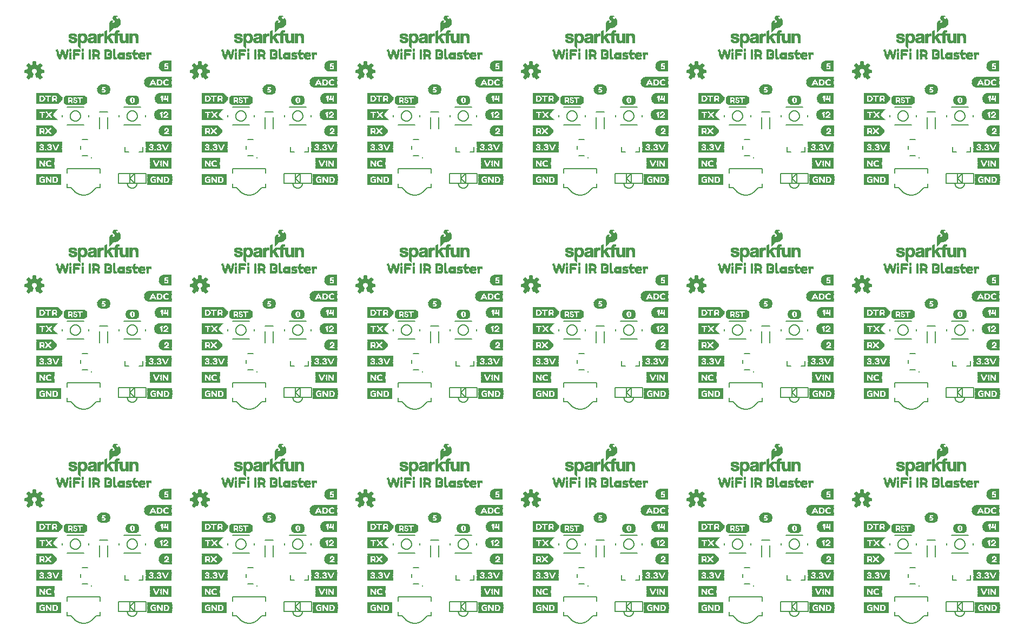
<source format=gto>
G75*
%MOIN*%
%OFA0B0*%
%FSLAX25Y25*%
%IPPOS*%
%LPD*%
%AMOC8*
5,1,8,0,0,1.08239X$1,22.5*
%
%ADD10C,0.00500*%
%ADD11C,0.00800*%
%ADD12C,0.00700*%
%ADD13R,0.00945X0.00236*%
%ADD14R,0.01181X0.00236*%
%ADD15R,0.00472X0.00236*%
%ADD16R,0.00236X0.00236*%
%ADD17R,0.01417X0.00236*%
%ADD18R,0.03780X0.00236*%
%ADD19R,0.01654X0.00236*%
%ADD20R,0.02362X0.00236*%
%ADD21R,0.02598X0.00236*%
%ADD22R,0.04724X0.00236*%
%ADD23R,0.03543X0.00236*%
%ADD24R,0.04961X0.00236*%
%ADD25R,0.04016X0.00236*%
%ADD26R,0.04252X0.00236*%
%ADD27R,0.01890X0.00236*%
%ADD28R,0.04488X0.00236*%
%ADD29R,0.00709X0.00236*%
%ADD30R,0.02126X0.00236*%
%ADD31R,0.03307X0.00236*%
%ADD32R,0.03071X0.00236*%
%ADD33R,0.02835X0.00236*%
%ADD34R,0.06614X0.00236*%
%ADD35C,0.00300*%
%ADD36R,0.04291X0.00157*%
%ADD37R,0.05079X0.00118*%
%ADD38R,0.05630X0.00157*%
%ADD39R,0.06181X0.00118*%
%ADD40R,0.06496X0.00157*%
%ADD41R,0.06732X0.00118*%
%ADD42R,0.07047X0.00157*%
%ADD43R,0.03307X0.00118*%
%ADD44R,0.03189X0.00157*%
%ADD45R,0.02913X0.00118*%
%ADD46R,0.02874X0.00157*%
%ADD47R,0.02874X0.00118*%
%ADD48R,0.02913X0.00157*%
%ADD49R,0.02756X0.00157*%
%ADD50R,0.00669X0.00157*%
%ADD51R,0.00669X0.00118*%
%ADD52R,0.00984X0.00157*%
%ADD53R,0.00984X0.00118*%
%ADD54R,0.02756X0.00118*%
%ADD55R,0.00433X0.00118*%
%ADD56R,0.03031X0.00157*%
%ADD57R,0.03031X0.00118*%
%ADD58R,0.10630X0.00157*%
%ADD59R,0.11417X0.00118*%
%ADD60R,0.11969X0.00157*%
%ADD61R,0.12520X0.00118*%
%ADD62R,0.12835X0.00157*%
%ADD63R,0.13071X0.00118*%
%ADD64R,0.13386X0.00157*%
%ADD65R,0.06339X0.00118*%
%ADD66R,0.06614X0.00118*%
%ADD67R,0.02480X0.00157*%
%ADD68R,0.01496X0.00157*%
%ADD69R,0.00551X0.00157*%
%ADD70R,0.02480X0.00118*%
%ADD71R,0.01260X0.00118*%
%ADD72R,0.02362X0.00118*%
%ADD73R,0.02598X0.00157*%
%ADD74R,0.00827X0.00157*%
%ADD75R,0.00276X0.00157*%
%ADD76R,0.02598X0.00118*%
%ADD77R,0.00551X0.00118*%
%ADD78R,0.00276X0.00118*%
%ADD79R,0.00394X0.00157*%
%ADD80R,0.01654X0.00118*%
%ADD81R,0.04016X0.00118*%
%ADD82R,0.01654X0.00157*%
%ADD83R,0.04016X0.00157*%
%ADD84R,0.01102X0.00118*%
%ADD85R,0.04134X0.00118*%
%ADD86R,0.01102X0.00157*%
%ADD87R,0.00433X0.00157*%
%ADD88R,0.04134X0.00157*%
%ADD89R,0.02047X0.00157*%
%ADD90R,0.00945X0.00118*%
%ADD91R,0.01378X0.00118*%
%ADD92R,0.01220X0.00157*%
%ADD93R,0.01378X0.00157*%
%ADD94R,0.01929X0.00118*%
%ADD95R,0.01220X0.00118*%
%ADD96R,0.02205X0.00157*%
%ADD97R,0.00827X0.00118*%
%ADD98R,0.00394X0.00118*%
%ADD99R,0.03858X0.00118*%
%ADD100R,0.03858X0.00157*%
%ADD101R,0.01496X0.00118*%
%ADD102R,0.03740X0.00118*%
%ADD103R,0.01260X0.00157*%
%ADD104R,0.00709X0.00157*%
%ADD105R,0.03740X0.00157*%
%ADD106R,0.02087X0.00118*%
%ADD107R,0.03701X0.00118*%
%ADD108C,0.00591*%
%ADD109C,0.01000*%
%ADD110R,0.13543X0.00157*%
%ADD111R,0.13701X0.00157*%
%ADD112R,0.14016X0.00157*%
%ADD113R,0.14173X0.00157*%
%ADD114R,0.14331X0.00157*%
%ADD115R,0.14488X0.00157*%
%ADD116R,0.14646X0.00157*%
%ADD117R,0.14803X0.00157*%
%ADD118R,0.01890X0.00157*%
%ADD119R,0.00472X0.00157*%
%ADD120R,0.02992X0.00157*%
%ADD121R,0.00945X0.00157*%
%ADD122R,0.02835X0.00157*%
%ADD123R,0.00630X0.00157*%
%ADD124R,0.01732X0.00157*%
%ADD125R,0.03150X0.00157*%
%ADD126R,0.01575X0.00157*%
%ADD127R,0.01417X0.00157*%
%ADD128R,0.03307X0.00157*%
%ADD129R,0.03465X0.00157*%
%ADD130R,0.03622X0.00157*%
%ADD131R,0.03780X0.00157*%
%ADD132R,0.02520X0.00157*%
%ADD133R,0.02362X0.00157*%
%ADD134R,0.13071X0.00157*%
%ADD135R,0.12913X0.00157*%
%ADD136R,0.12756X0.00157*%
%ADD137R,0.12598X0.00157*%
%ADD138R,0.12441X0.00157*%
%ADD139R,0.12283X0.00157*%
%ADD140R,0.12126X0.00157*%
%ADD141R,0.06142X0.00157*%
%ADD142R,0.00157X0.00157*%
%ADD143R,0.00787X0.00157*%
%ADD144R,0.02677X0.00157*%
%ADD145R,0.09764X0.00157*%
%ADD146R,0.09921X0.00157*%
%ADD147R,0.10236X0.00157*%
%ADD148R,0.10394X0.00157*%
%ADD149R,0.10551X0.00157*%
%ADD150R,0.10709X0.00157*%
%ADD151R,0.10866X0.00157*%
%ADD152R,0.05512X0.00157*%
%ADD153R,0.00315X0.00157*%
%ADD154R,0.04094X0.00157*%
%ADD155R,0.04252X0.00157*%
%ADD156R,0.04409X0.00157*%
%ADD157R,0.04567X0.00157*%
%ADD158R,0.15906X0.00157*%
%ADD159R,0.03937X0.00157*%
%ADD160R,0.07402X0.00157*%
%ADD161R,0.15276X0.00157*%
%ADD162R,0.11024X0.00157*%
%ADD163R,0.05354X0.00157*%
%ADD164R,0.05827X0.00157*%
%ADD165R,0.06457X0.00157*%
%ADD166R,0.06614X0.00157*%
%ADD167R,0.06772X0.00157*%
%ADD168R,0.06929X0.00157*%
%ADD169R,0.07087X0.00157*%
%ADD170R,0.05039X0.00157*%
%ADD171R,0.14961X0.00157*%
%ADD172R,0.15591X0.00157*%
%ADD173R,0.15748X0.00157*%
%ADD174R,0.16063X0.00157*%
%ADD175R,0.08189X0.00157*%
%ADD176R,0.08661X0.00157*%
%ADD177R,0.08976X0.00157*%
%ADD178R,0.09291X0.00157*%
%ADD179R,0.09449X0.00157*%
%ADD180R,0.09606X0.00157*%
%ADD181R,0.07874X0.00157*%
%ADD182R,0.08346X0.00157*%
%ADD183R,0.09134X0.00157*%
%ADD184R,0.05669X0.00157*%
%ADD185R,0.07244X0.00157*%
%ADD186R,0.04882X0.00157*%
%ADD187R,0.04724X0.00157*%
%ADD188R,0.07717X0.00157*%
%ADD189R,0.04803X0.00118*%
%ADD190R,0.05906X0.00118*%
%ADD191R,0.06220X0.00157*%
%ADD192R,0.06457X0.00118*%
%ADD193R,0.07008X0.00118*%
%ADD194R,0.02638X0.00157*%
%ADD195R,0.02638X0.00118*%
%ADD196R,0.04252X0.00118*%
%ADD197R,0.03583X0.00118*%
%ADD198R,0.03150X0.00118*%
%ADD199R,0.04409X0.00118*%
%ADD200R,0.11181X0.00157*%
D10*
X0087750Y0051750D02*
X0087750Y0057750D01*
X0094750Y0057750D01*
X0094750Y0054750D01*
X0094750Y0051750D01*
X0093250Y0051750D01*
X0087750Y0051750D01*
X0094750Y0051750D02*
X0097750Y0051750D01*
X0094750Y0054750D01*
X0097750Y0057750D01*
X0097750Y0051750D01*
X0099250Y0051750D01*
X0104750Y0051750D01*
X0104750Y0057750D01*
X0097750Y0057750D01*
X0094750Y0057750D01*
X0093250Y0051750D02*
X0093252Y0051642D01*
X0093258Y0051534D01*
X0093268Y0051426D01*
X0093281Y0051318D01*
X0093299Y0051211D01*
X0093320Y0051105D01*
X0093345Y0051000D01*
X0093374Y0050895D01*
X0093407Y0050792D01*
X0093443Y0050690D01*
X0093484Y0050589D01*
X0093527Y0050490D01*
X0093575Y0050393D01*
X0093625Y0050297D01*
X0093679Y0050203D01*
X0093737Y0050112D01*
X0093798Y0050022D01*
X0093862Y0049934D01*
X0093929Y0049849D01*
X0093999Y0049767D01*
X0094072Y0049687D01*
X0094148Y0049610D01*
X0094227Y0049535D01*
X0094308Y0049464D01*
X0094392Y0049395D01*
X0094478Y0049329D01*
X0094566Y0049267D01*
X0094657Y0049208D01*
X0094750Y0049152D01*
X0094845Y0049099D01*
X0094941Y0049050D01*
X0095040Y0049005D01*
X0095140Y0048963D01*
X0095241Y0048925D01*
X0095344Y0048890D01*
X0095447Y0048859D01*
X0095552Y0048832D01*
X0095658Y0048809D01*
X0095765Y0048790D01*
X0095872Y0048774D01*
X0095980Y0048762D01*
X0096088Y0048754D01*
X0096196Y0048750D01*
X0096304Y0048750D01*
X0096412Y0048754D01*
X0096520Y0048762D01*
X0096628Y0048774D01*
X0096735Y0048790D01*
X0096842Y0048809D01*
X0096948Y0048832D01*
X0097053Y0048859D01*
X0097156Y0048890D01*
X0097259Y0048925D01*
X0097360Y0048963D01*
X0097460Y0049005D01*
X0097559Y0049050D01*
X0097655Y0049099D01*
X0097750Y0049152D01*
X0097843Y0049208D01*
X0097934Y0049267D01*
X0098022Y0049329D01*
X0098108Y0049395D01*
X0098192Y0049464D01*
X0098273Y0049535D01*
X0098352Y0049610D01*
X0098428Y0049687D01*
X0098501Y0049767D01*
X0098571Y0049849D01*
X0098638Y0049934D01*
X0098702Y0050022D01*
X0098763Y0050112D01*
X0098821Y0050203D01*
X0098875Y0050297D01*
X0098925Y0050393D01*
X0098973Y0050490D01*
X0099016Y0050589D01*
X0099057Y0050690D01*
X0099093Y0050792D01*
X0099126Y0050895D01*
X0099155Y0051000D01*
X0099180Y0051105D01*
X0099201Y0051211D01*
X0099219Y0051318D01*
X0099232Y0051426D01*
X0099242Y0051534D01*
X0099248Y0051642D01*
X0099250Y0051750D01*
X0093081Y0093250D02*
X0093083Y0093362D01*
X0093089Y0093475D01*
X0093099Y0093587D01*
X0093113Y0093698D01*
X0093131Y0093810D01*
X0093153Y0093920D01*
X0093178Y0094029D01*
X0093208Y0094138D01*
X0093241Y0094245D01*
X0093279Y0094351D01*
X0093320Y0094456D01*
X0093364Y0094559D01*
X0093412Y0094661D01*
X0093464Y0094761D01*
X0093520Y0094859D01*
X0093579Y0094955D01*
X0093641Y0095048D01*
X0093706Y0095140D01*
X0093775Y0095229D01*
X0093847Y0095316D01*
X0093922Y0095400D01*
X0093999Y0095481D01*
X0094080Y0095559D01*
X0094163Y0095635D01*
X0094249Y0095707D01*
X0094338Y0095777D01*
X0094428Y0095843D01*
X0094522Y0095906D01*
X0094617Y0095966D01*
X0094714Y0096022D01*
X0094814Y0096075D01*
X0094915Y0096124D01*
X0095018Y0096170D01*
X0095122Y0096212D01*
X0095228Y0096250D01*
X0095335Y0096284D01*
X0095443Y0096315D01*
X0095553Y0096341D01*
X0095663Y0096364D01*
X0095774Y0096383D01*
X0095885Y0096398D01*
X0095997Y0096409D01*
X0096109Y0096416D01*
X0096222Y0096419D01*
X0096334Y0096418D01*
X0096447Y0096413D01*
X0096559Y0096404D01*
X0096671Y0096391D01*
X0096782Y0096374D01*
X0096892Y0096353D01*
X0097002Y0096328D01*
X0097111Y0096300D01*
X0097219Y0096267D01*
X0097325Y0096231D01*
X0097430Y0096191D01*
X0097534Y0096147D01*
X0097636Y0096100D01*
X0097736Y0096049D01*
X0097834Y0095994D01*
X0097931Y0095936D01*
X0098025Y0095875D01*
X0098117Y0095810D01*
X0098207Y0095743D01*
X0098294Y0095672D01*
X0098379Y0095597D01*
X0098461Y0095520D01*
X0098540Y0095441D01*
X0098616Y0095358D01*
X0098690Y0095273D01*
X0098760Y0095185D01*
X0098827Y0095094D01*
X0098891Y0095002D01*
X0098951Y0094907D01*
X0099008Y0094810D01*
X0099062Y0094711D01*
X0099112Y0094610D01*
X0099159Y0094508D01*
X0099201Y0094404D01*
X0099241Y0094299D01*
X0099276Y0094192D01*
X0099307Y0094084D01*
X0099335Y0093975D01*
X0099359Y0093865D01*
X0099379Y0093754D01*
X0099395Y0093643D01*
X0099407Y0093531D01*
X0099415Y0093419D01*
X0099419Y0093306D01*
X0099419Y0093194D01*
X0099415Y0093081D01*
X0099407Y0092969D01*
X0099395Y0092857D01*
X0099379Y0092746D01*
X0099359Y0092635D01*
X0099335Y0092525D01*
X0099307Y0092416D01*
X0099276Y0092308D01*
X0099241Y0092201D01*
X0099201Y0092096D01*
X0099159Y0091992D01*
X0099112Y0091890D01*
X0099062Y0091789D01*
X0099008Y0091690D01*
X0098951Y0091593D01*
X0098891Y0091498D01*
X0098827Y0091406D01*
X0098760Y0091315D01*
X0098690Y0091227D01*
X0098616Y0091142D01*
X0098540Y0091059D01*
X0098461Y0090980D01*
X0098379Y0090903D01*
X0098294Y0090828D01*
X0098207Y0090757D01*
X0098117Y0090690D01*
X0098025Y0090625D01*
X0097931Y0090564D01*
X0097835Y0090506D01*
X0097736Y0090451D01*
X0097636Y0090400D01*
X0097534Y0090353D01*
X0097430Y0090309D01*
X0097325Y0090269D01*
X0097219Y0090233D01*
X0097111Y0090200D01*
X0097002Y0090172D01*
X0096892Y0090147D01*
X0096782Y0090126D01*
X0096671Y0090109D01*
X0096559Y0090096D01*
X0096447Y0090087D01*
X0096334Y0090082D01*
X0096222Y0090081D01*
X0096109Y0090084D01*
X0095997Y0090091D01*
X0095885Y0090102D01*
X0095774Y0090117D01*
X0095663Y0090136D01*
X0095553Y0090159D01*
X0095443Y0090185D01*
X0095335Y0090216D01*
X0095228Y0090250D01*
X0095122Y0090288D01*
X0095018Y0090330D01*
X0094915Y0090376D01*
X0094814Y0090425D01*
X0094714Y0090478D01*
X0094617Y0090534D01*
X0094522Y0090594D01*
X0094428Y0090657D01*
X0094338Y0090723D01*
X0094249Y0090793D01*
X0094163Y0090865D01*
X0094080Y0090941D01*
X0093999Y0091019D01*
X0093922Y0091100D01*
X0093847Y0091184D01*
X0093775Y0091271D01*
X0093706Y0091360D01*
X0093641Y0091452D01*
X0093579Y0091545D01*
X0093520Y0091641D01*
X0093464Y0091739D01*
X0093412Y0091839D01*
X0093364Y0091941D01*
X0093320Y0092044D01*
X0093279Y0092149D01*
X0093241Y0092255D01*
X0093208Y0092362D01*
X0093178Y0092471D01*
X0093153Y0092580D01*
X0093131Y0092690D01*
X0093113Y0092802D01*
X0093099Y0092913D01*
X0093089Y0093025D01*
X0093083Y0093138D01*
X0093081Y0093250D01*
X0080625Y0112500D02*
X0076875Y0112500D01*
X0058081Y0093250D02*
X0058083Y0093362D01*
X0058089Y0093475D01*
X0058099Y0093587D01*
X0058113Y0093698D01*
X0058131Y0093810D01*
X0058153Y0093920D01*
X0058178Y0094029D01*
X0058208Y0094138D01*
X0058241Y0094245D01*
X0058279Y0094351D01*
X0058320Y0094456D01*
X0058364Y0094559D01*
X0058412Y0094661D01*
X0058464Y0094761D01*
X0058520Y0094859D01*
X0058579Y0094955D01*
X0058641Y0095048D01*
X0058706Y0095140D01*
X0058775Y0095229D01*
X0058847Y0095316D01*
X0058922Y0095400D01*
X0058999Y0095481D01*
X0059080Y0095559D01*
X0059163Y0095635D01*
X0059249Y0095707D01*
X0059338Y0095777D01*
X0059428Y0095843D01*
X0059522Y0095906D01*
X0059617Y0095966D01*
X0059714Y0096022D01*
X0059814Y0096075D01*
X0059915Y0096124D01*
X0060018Y0096170D01*
X0060122Y0096212D01*
X0060228Y0096250D01*
X0060335Y0096284D01*
X0060443Y0096315D01*
X0060553Y0096341D01*
X0060663Y0096364D01*
X0060774Y0096383D01*
X0060885Y0096398D01*
X0060997Y0096409D01*
X0061109Y0096416D01*
X0061222Y0096419D01*
X0061334Y0096418D01*
X0061447Y0096413D01*
X0061559Y0096404D01*
X0061671Y0096391D01*
X0061782Y0096374D01*
X0061892Y0096353D01*
X0062002Y0096328D01*
X0062111Y0096300D01*
X0062219Y0096267D01*
X0062325Y0096231D01*
X0062430Y0096191D01*
X0062534Y0096147D01*
X0062636Y0096100D01*
X0062736Y0096049D01*
X0062834Y0095994D01*
X0062931Y0095936D01*
X0063025Y0095875D01*
X0063117Y0095810D01*
X0063207Y0095743D01*
X0063294Y0095672D01*
X0063379Y0095597D01*
X0063461Y0095520D01*
X0063540Y0095441D01*
X0063616Y0095358D01*
X0063690Y0095273D01*
X0063760Y0095185D01*
X0063827Y0095094D01*
X0063891Y0095002D01*
X0063951Y0094907D01*
X0064008Y0094810D01*
X0064062Y0094711D01*
X0064112Y0094610D01*
X0064159Y0094508D01*
X0064201Y0094404D01*
X0064241Y0094299D01*
X0064276Y0094192D01*
X0064307Y0094084D01*
X0064335Y0093975D01*
X0064359Y0093865D01*
X0064379Y0093754D01*
X0064395Y0093643D01*
X0064407Y0093531D01*
X0064415Y0093419D01*
X0064419Y0093306D01*
X0064419Y0093194D01*
X0064415Y0093081D01*
X0064407Y0092969D01*
X0064395Y0092857D01*
X0064379Y0092746D01*
X0064359Y0092635D01*
X0064335Y0092525D01*
X0064307Y0092416D01*
X0064276Y0092308D01*
X0064241Y0092201D01*
X0064201Y0092096D01*
X0064159Y0091992D01*
X0064112Y0091890D01*
X0064062Y0091789D01*
X0064008Y0091690D01*
X0063951Y0091593D01*
X0063891Y0091498D01*
X0063827Y0091406D01*
X0063760Y0091315D01*
X0063690Y0091227D01*
X0063616Y0091142D01*
X0063540Y0091059D01*
X0063461Y0090980D01*
X0063379Y0090903D01*
X0063294Y0090828D01*
X0063207Y0090757D01*
X0063117Y0090690D01*
X0063025Y0090625D01*
X0062931Y0090564D01*
X0062835Y0090506D01*
X0062736Y0090451D01*
X0062636Y0090400D01*
X0062534Y0090353D01*
X0062430Y0090309D01*
X0062325Y0090269D01*
X0062219Y0090233D01*
X0062111Y0090200D01*
X0062002Y0090172D01*
X0061892Y0090147D01*
X0061782Y0090126D01*
X0061671Y0090109D01*
X0061559Y0090096D01*
X0061447Y0090087D01*
X0061334Y0090082D01*
X0061222Y0090081D01*
X0061109Y0090084D01*
X0060997Y0090091D01*
X0060885Y0090102D01*
X0060774Y0090117D01*
X0060663Y0090136D01*
X0060553Y0090159D01*
X0060443Y0090185D01*
X0060335Y0090216D01*
X0060228Y0090250D01*
X0060122Y0090288D01*
X0060018Y0090330D01*
X0059915Y0090376D01*
X0059814Y0090425D01*
X0059714Y0090478D01*
X0059617Y0090534D01*
X0059522Y0090594D01*
X0059428Y0090657D01*
X0059338Y0090723D01*
X0059249Y0090793D01*
X0059163Y0090865D01*
X0059080Y0090941D01*
X0058999Y0091019D01*
X0058922Y0091100D01*
X0058847Y0091184D01*
X0058775Y0091271D01*
X0058706Y0091360D01*
X0058641Y0091452D01*
X0058579Y0091545D01*
X0058520Y0091641D01*
X0058464Y0091739D01*
X0058412Y0091839D01*
X0058364Y0091941D01*
X0058320Y0092044D01*
X0058279Y0092149D01*
X0058241Y0092255D01*
X0058208Y0092362D01*
X0058178Y0092471D01*
X0058153Y0092580D01*
X0058131Y0092690D01*
X0058113Y0092802D01*
X0058099Y0092913D01*
X0058089Y0093025D01*
X0058083Y0093138D01*
X0058081Y0093250D01*
X0160081Y0093250D02*
X0160083Y0093362D01*
X0160089Y0093475D01*
X0160099Y0093587D01*
X0160113Y0093698D01*
X0160131Y0093810D01*
X0160153Y0093920D01*
X0160178Y0094029D01*
X0160208Y0094138D01*
X0160241Y0094245D01*
X0160279Y0094351D01*
X0160320Y0094456D01*
X0160364Y0094559D01*
X0160412Y0094661D01*
X0160464Y0094761D01*
X0160520Y0094859D01*
X0160579Y0094955D01*
X0160641Y0095048D01*
X0160706Y0095140D01*
X0160775Y0095229D01*
X0160847Y0095316D01*
X0160922Y0095400D01*
X0160999Y0095481D01*
X0161080Y0095559D01*
X0161163Y0095635D01*
X0161249Y0095707D01*
X0161338Y0095777D01*
X0161428Y0095843D01*
X0161522Y0095906D01*
X0161617Y0095966D01*
X0161714Y0096022D01*
X0161814Y0096075D01*
X0161915Y0096124D01*
X0162018Y0096170D01*
X0162122Y0096212D01*
X0162228Y0096250D01*
X0162335Y0096284D01*
X0162443Y0096315D01*
X0162553Y0096341D01*
X0162663Y0096364D01*
X0162774Y0096383D01*
X0162885Y0096398D01*
X0162997Y0096409D01*
X0163109Y0096416D01*
X0163222Y0096419D01*
X0163334Y0096418D01*
X0163447Y0096413D01*
X0163559Y0096404D01*
X0163671Y0096391D01*
X0163782Y0096374D01*
X0163892Y0096353D01*
X0164002Y0096328D01*
X0164111Y0096300D01*
X0164219Y0096267D01*
X0164325Y0096231D01*
X0164430Y0096191D01*
X0164534Y0096147D01*
X0164636Y0096100D01*
X0164736Y0096049D01*
X0164834Y0095994D01*
X0164931Y0095936D01*
X0165025Y0095875D01*
X0165117Y0095810D01*
X0165207Y0095743D01*
X0165294Y0095672D01*
X0165379Y0095597D01*
X0165461Y0095520D01*
X0165540Y0095441D01*
X0165616Y0095358D01*
X0165690Y0095273D01*
X0165760Y0095185D01*
X0165827Y0095094D01*
X0165891Y0095002D01*
X0165951Y0094907D01*
X0166008Y0094810D01*
X0166062Y0094711D01*
X0166112Y0094610D01*
X0166159Y0094508D01*
X0166201Y0094404D01*
X0166241Y0094299D01*
X0166276Y0094192D01*
X0166307Y0094084D01*
X0166335Y0093975D01*
X0166359Y0093865D01*
X0166379Y0093754D01*
X0166395Y0093643D01*
X0166407Y0093531D01*
X0166415Y0093419D01*
X0166419Y0093306D01*
X0166419Y0093194D01*
X0166415Y0093081D01*
X0166407Y0092969D01*
X0166395Y0092857D01*
X0166379Y0092746D01*
X0166359Y0092635D01*
X0166335Y0092525D01*
X0166307Y0092416D01*
X0166276Y0092308D01*
X0166241Y0092201D01*
X0166201Y0092096D01*
X0166159Y0091992D01*
X0166112Y0091890D01*
X0166062Y0091789D01*
X0166008Y0091690D01*
X0165951Y0091593D01*
X0165891Y0091498D01*
X0165827Y0091406D01*
X0165760Y0091315D01*
X0165690Y0091227D01*
X0165616Y0091142D01*
X0165540Y0091059D01*
X0165461Y0090980D01*
X0165379Y0090903D01*
X0165294Y0090828D01*
X0165207Y0090757D01*
X0165117Y0090690D01*
X0165025Y0090625D01*
X0164931Y0090564D01*
X0164835Y0090506D01*
X0164736Y0090451D01*
X0164636Y0090400D01*
X0164534Y0090353D01*
X0164430Y0090309D01*
X0164325Y0090269D01*
X0164219Y0090233D01*
X0164111Y0090200D01*
X0164002Y0090172D01*
X0163892Y0090147D01*
X0163782Y0090126D01*
X0163671Y0090109D01*
X0163559Y0090096D01*
X0163447Y0090087D01*
X0163334Y0090082D01*
X0163222Y0090081D01*
X0163109Y0090084D01*
X0162997Y0090091D01*
X0162885Y0090102D01*
X0162774Y0090117D01*
X0162663Y0090136D01*
X0162553Y0090159D01*
X0162443Y0090185D01*
X0162335Y0090216D01*
X0162228Y0090250D01*
X0162122Y0090288D01*
X0162018Y0090330D01*
X0161915Y0090376D01*
X0161814Y0090425D01*
X0161714Y0090478D01*
X0161617Y0090534D01*
X0161522Y0090594D01*
X0161428Y0090657D01*
X0161338Y0090723D01*
X0161249Y0090793D01*
X0161163Y0090865D01*
X0161080Y0090941D01*
X0160999Y0091019D01*
X0160922Y0091100D01*
X0160847Y0091184D01*
X0160775Y0091271D01*
X0160706Y0091360D01*
X0160641Y0091452D01*
X0160579Y0091545D01*
X0160520Y0091641D01*
X0160464Y0091739D01*
X0160412Y0091839D01*
X0160364Y0091941D01*
X0160320Y0092044D01*
X0160279Y0092149D01*
X0160241Y0092255D01*
X0160208Y0092362D01*
X0160178Y0092471D01*
X0160153Y0092580D01*
X0160131Y0092690D01*
X0160113Y0092802D01*
X0160099Y0092913D01*
X0160089Y0093025D01*
X0160083Y0093138D01*
X0160081Y0093250D01*
X0178875Y0112500D02*
X0182625Y0112500D01*
X0195081Y0093250D02*
X0195083Y0093362D01*
X0195089Y0093475D01*
X0195099Y0093587D01*
X0195113Y0093698D01*
X0195131Y0093810D01*
X0195153Y0093920D01*
X0195178Y0094029D01*
X0195208Y0094138D01*
X0195241Y0094245D01*
X0195279Y0094351D01*
X0195320Y0094456D01*
X0195364Y0094559D01*
X0195412Y0094661D01*
X0195464Y0094761D01*
X0195520Y0094859D01*
X0195579Y0094955D01*
X0195641Y0095048D01*
X0195706Y0095140D01*
X0195775Y0095229D01*
X0195847Y0095316D01*
X0195922Y0095400D01*
X0195999Y0095481D01*
X0196080Y0095559D01*
X0196163Y0095635D01*
X0196249Y0095707D01*
X0196338Y0095777D01*
X0196428Y0095843D01*
X0196522Y0095906D01*
X0196617Y0095966D01*
X0196714Y0096022D01*
X0196814Y0096075D01*
X0196915Y0096124D01*
X0197018Y0096170D01*
X0197122Y0096212D01*
X0197228Y0096250D01*
X0197335Y0096284D01*
X0197443Y0096315D01*
X0197553Y0096341D01*
X0197663Y0096364D01*
X0197774Y0096383D01*
X0197885Y0096398D01*
X0197997Y0096409D01*
X0198109Y0096416D01*
X0198222Y0096419D01*
X0198334Y0096418D01*
X0198447Y0096413D01*
X0198559Y0096404D01*
X0198671Y0096391D01*
X0198782Y0096374D01*
X0198892Y0096353D01*
X0199002Y0096328D01*
X0199111Y0096300D01*
X0199219Y0096267D01*
X0199325Y0096231D01*
X0199430Y0096191D01*
X0199534Y0096147D01*
X0199636Y0096100D01*
X0199736Y0096049D01*
X0199834Y0095994D01*
X0199931Y0095936D01*
X0200025Y0095875D01*
X0200117Y0095810D01*
X0200207Y0095743D01*
X0200294Y0095672D01*
X0200379Y0095597D01*
X0200461Y0095520D01*
X0200540Y0095441D01*
X0200616Y0095358D01*
X0200690Y0095273D01*
X0200760Y0095185D01*
X0200827Y0095094D01*
X0200891Y0095002D01*
X0200951Y0094907D01*
X0201008Y0094810D01*
X0201062Y0094711D01*
X0201112Y0094610D01*
X0201159Y0094508D01*
X0201201Y0094404D01*
X0201241Y0094299D01*
X0201276Y0094192D01*
X0201307Y0094084D01*
X0201335Y0093975D01*
X0201359Y0093865D01*
X0201379Y0093754D01*
X0201395Y0093643D01*
X0201407Y0093531D01*
X0201415Y0093419D01*
X0201419Y0093306D01*
X0201419Y0093194D01*
X0201415Y0093081D01*
X0201407Y0092969D01*
X0201395Y0092857D01*
X0201379Y0092746D01*
X0201359Y0092635D01*
X0201335Y0092525D01*
X0201307Y0092416D01*
X0201276Y0092308D01*
X0201241Y0092201D01*
X0201201Y0092096D01*
X0201159Y0091992D01*
X0201112Y0091890D01*
X0201062Y0091789D01*
X0201008Y0091690D01*
X0200951Y0091593D01*
X0200891Y0091498D01*
X0200827Y0091406D01*
X0200760Y0091315D01*
X0200690Y0091227D01*
X0200616Y0091142D01*
X0200540Y0091059D01*
X0200461Y0090980D01*
X0200379Y0090903D01*
X0200294Y0090828D01*
X0200207Y0090757D01*
X0200117Y0090690D01*
X0200025Y0090625D01*
X0199931Y0090564D01*
X0199835Y0090506D01*
X0199736Y0090451D01*
X0199636Y0090400D01*
X0199534Y0090353D01*
X0199430Y0090309D01*
X0199325Y0090269D01*
X0199219Y0090233D01*
X0199111Y0090200D01*
X0199002Y0090172D01*
X0198892Y0090147D01*
X0198782Y0090126D01*
X0198671Y0090109D01*
X0198559Y0090096D01*
X0198447Y0090087D01*
X0198334Y0090082D01*
X0198222Y0090081D01*
X0198109Y0090084D01*
X0197997Y0090091D01*
X0197885Y0090102D01*
X0197774Y0090117D01*
X0197663Y0090136D01*
X0197553Y0090159D01*
X0197443Y0090185D01*
X0197335Y0090216D01*
X0197228Y0090250D01*
X0197122Y0090288D01*
X0197018Y0090330D01*
X0196915Y0090376D01*
X0196814Y0090425D01*
X0196714Y0090478D01*
X0196617Y0090534D01*
X0196522Y0090594D01*
X0196428Y0090657D01*
X0196338Y0090723D01*
X0196249Y0090793D01*
X0196163Y0090865D01*
X0196080Y0090941D01*
X0195999Y0091019D01*
X0195922Y0091100D01*
X0195847Y0091184D01*
X0195775Y0091271D01*
X0195706Y0091360D01*
X0195641Y0091452D01*
X0195579Y0091545D01*
X0195520Y0091641D01*
X0195464Y0091739D01*
X0195412Y0091839D01*
X0195364Y0091941D01*
X0195320Y0092044D01*
X0195279Y0092149D01*
X0195241Y0092255D01*
X0195208Y0092362D01*
X0195178Y0092471D01*
X0195153Y0092580D01*
X0195131Y0092690D01*
X0195113Y0092802D01*
X0195099Y0092913D01*
X0195089Y0093025D01*
X0195083Y0093138D01*
X0195081Y0093250D01*
X0196750Y0057750D02*
X0189750Y0057750D01*
X0189750Y0051750D01*
X0195250Y0051750D01*
X0196750Y0051750D01*
X0196750Y0054750D01*
X0196750Y0057750D01*
X0199750Y0057750D01*
X0199750Y0051750D01*
X0196750Y0054750D01*
X0199750Y0057750D01*
X0206750Y0057750D01*
X0206750Y0051750D01*
X0201250Y0051750D01*
X0199750Y0051750D01*
X0196750Y0051750D01*
X0195250Y0051750D02*
X0195252Y0051642D01*
X0195258Y0051534D01*
X0195268Y0051426D01*
X0195281Y0051318D01*
X0195299Y0051211D01*
X0195320Y0051105D01*
X0195345Y0051000D01*
X0195374Y0050895D01*
X0195407Y0050792D01*
X0195443Y0050690D01*
X0195484Y0050589D01*
X0195527Y0050490D01*
X0195575Y0050393D01*
X0195625Y0050297D01*
X0195679Y0050203D01*
X0195737Y0050112D01*
X0195798Y0050022D01*
X0195862Y0049934D01*
X0195929Y0049849D01*
X0195999Y0049767D01*
X0196072Y0049687D01*
X0196148Y0049610D01*
X0196227Y0049535D01*
X0196308Y0049464D01*
X0196392Y0049395D01*
X0196478Y0049329D01*
X0196566Y0049267D01*
X0196657Y0049208D01*
X0196750Y0049152D01*
X0196845Y0049099D01*
X0196941Y0049050D01*
X0197040Y0049005D01*
X0197140Y0048963D01*
X0197241Y0048925D01*
X0197344Y0048890D01*
X0197447Y0048859D01*
X0197552Y0048832D01*
X0197658Y0048809D01*
X0197765Y0048790D01*
X0197872Y0048774D01*
X0197980Y0048762D01*
X0198088Y0048754D01*
X0198196Y0048750D01*
X0198304Y0048750D01*
X0198412Y0048754D01*
X0198520Y0048762D01*
X0198628Y0048774D01*
X0198735Y0048790D01*
X0198842Y0048809D01*
X0198948Y0048832D01*
X0199053Y0048859D01*
X0199156Y0048890D01*
X0199259Y0048925D01*
X0199360Y0048963D01*
X0199460Y0049005D01*
X0199559Y0049050D01*
X0199655Y0049099D01*
X0199750Y0049152D01*
X0199843Y0049208D01*
X0199934Y0049267D01*
X0200022Y0049329D01*
X0200108Y0049395D01*
X0200192Y0049464D01*
X0200273Y0049535D01*
X0200352Y0049610D01*
X0200428Y0049687D01*
X0200501Y0049767D01*
X0200571Y0049849D01*
X0200638Y0049934D01*
X0200702Y0050022D01*
X0200763Y0050112D01*
X0200821Y0050203D01*
X0200875Y0050297D01*
X0200925Y0050393D01*
X0200973Y0050490D01*
X0201016Y0050589D01*
X0201057Y0050690D01*
X0201093Y0050792D01*
X0201126Y0050895D01*
X0201155Y0051000D01*
X0201180Y0051105D01*
X0201201Y0051211D01*
X0201219Y0051318D01*
X0201232Y0051426D01*
X0201242Y0051534D01*
X0201248Y0051642D01*
X0201250Y0051750D01*
X0262081Y0093250D02*
X0262083Y0093362D01*
X0262089Y0093475D01*
X0262099Y0093587D01*
X0262113Y0093698D01*
X0262131Y0093810D01*
X0262153Y0093920D01*
X0262178Y0094029D01*
X0262208Y0094138D01*
X0262241Y0094245D01*
X0262279Y0094351D01*
X0262320Y0094456D01*
X0262364Y0094559D01*
X0262412Y0094661D01*
X0262464Y0094761D01*
X0262520Y0094859D01*
X0262579Y0094955D01*
X0262641Y0095048D01*
X0262706Y0095140D01*
X0262775Y0095229D01*
X0262847Y0095316D01*
X0262922Y0095400D01*
X0262999Y0095481D01*
X0263080Y0095559D01*
X0263163Y0095635D01*
X0263249Y0095707D01*
X0263338Y0095777D01*
X0263428Y0095843D01*
X0263522Y0095906D01*
X0263617Y0095966D01*
X0263714Y0096022D01*
X0263814Y0096075D01*
X0263915Y0096124D01*
X0264018Y0096170D01*
X0264122Y0096212D01*
X0264228Y0096250D01*
X0264335Y0096284D01*
X0264443Y0096315D01*
X0264553Y0096341D01*
X0264663Y0096364D01*
X0264774Y0096383D01*
X0264885Y0096398D01*
X0264997Y0096409D01*
X0265109Y0096416D01*
X0265222Y0096419D01*
X0265334Y0096418D01*
X0265447Y0096413D01*
X0265559Y0096404D01*
X0265671Y0096391D01*
X0265782Y0096374D01*
X0265892Y0096353D01*
X0266002Y0096328D01*
X0266111Y0096300D01*
X0266219Y0096267D01*
X0266325Y0096231D01*
X0266430Y0096191D01*
X0266534Y0096147D01*
X0266636Y0096100D01*
X0266736Y0096049D01*
X0266834Y0095994D01*
X0266931Y0095936D01*
X0267025Y0095875D01*
X0267117Y0095810D01*
X0267207Y0095743D01*
X0267294Y0095672D01*
X0267379Y0095597D01*
X0267461Y0095520D01*
X0267540Y0095441D01*
X0267616Y0095358D01*
X0267690Y0095273D01*
X0267760Y0095185D01*
X0267827Y0095094D01*
X0267891Y0095002D01*
X0267951Y0094907D01*
X0268008Y0094810D01*
X0268062Y0094711D01*
X0268112Y0094610D01*
X0268159Y0094508D01*
X0268201Y0094404D01*
X0268241Y0094299D01*
X0268276Y0094192D01*
X0268307Y0094084D01*
X0268335Y0093975D01*
X0268359Y0093865D01*
X0268379Y0093754D01*
X0268395Y0093643D01*
X0268407Y0093531D01*
X0268415Y0093419D01*
X0268419Y0093306D01*
X0268419Y0093194D01*
X0268415Y0093081D01*
X0268407Y0092969D01*
X0268395Y0092857D01*
X0268379Y0092746D01*
X0268359Y0092635D01*
X0268335Y0092525D01*
X0268307Y0092416D01*
X0268276Y0092308D01*
X0268241Y0092201D01*
X0268201Y0092096D01*
X0268159Y0091992D01*
X0268112Y0091890D01*
X0268062Y0091789D01*
X0268008Y0091690D01*
X0267951Y0091593D01*
X0267891Y0091498D01*
X0267827Y0091406D01*
X0267760Y0091315D01*
X0267690Y0091227D01*
X0267616Y0091142D01*
X0267540Y0091059D01*
X0267461Y0090980D01*
X0267379Y0090903D01*
X0267294Y0090828D01*
X0267207Y0090757D01*
X0267117Y0090690D01*
X0267025Y0090625D01*
X0266931Y0090564D01*
X0266835Y0090506D01*
X0266736Y0090451D01*
X0266636Y0090400D01*
X0266534Y0090353D01*
X0266430Y0090309D01*
X0266325Y0090269D01*
X0266219Y0090233D01*
X0266111Y0090200D01*
X0266002Y0090172D01*
X0265892Y0090147D01*
X0265782Y0090126D01*
X0265671Y0090109D01*
X0265559Y0090096D01*
X0265447Y0090087D01*
X0265334Y0090082D01*
X0265222Y0090081D01*
X0265109Y0090084D01*
X0264997Y0090091D01*
X0264885Y0090102D01*
X0264774Y0090117D01*
X0264663Y0090136D01*
X0264553Y0090159D01*
X0264443Y0090185D01*
X0264335Y0090216D01*
X0264228Y0090250D01*
X0264122Y0090288D01*
X0264018Y0090330D01*
X0263915Y0090376D01*
X0263814Y0090425D01*
X0263714Y0090478D01*
X0263617Y0090534D01*
X0263522Y0090594D01*
X0263428Y0090657D01*
X0263338Y0090723D01*
X0263249Y0090793D01*
X0263163Y0090865D01*
X0263080Y0090941D01*
X0262999Y0091019D01*
X0262922Y0091100D01*
X0262847Y0091184D01*
X0262775Y0091271D01*
X0262706Y0091360D01*
X0262641Y0091452D01*
X0262579Y0091545D01*
X0262520Y0091641D01*
X0262464Y0091739D01*
X0262412Y0091839D01*
X0262364Y0091941D01*
X0262320Y0092044D01*
X0262279Y0092149D01*
X0262241Y0092255D01*
X0262208Y0092362D01*
X0262178Y0092471D01*
X0262153Y0092580D01*
X0262131Y0092690D01*
X0262113Y0092802D01*
X0262099Y0092913D01*
X0262089Y0093025D01*
X0262083Y0093138D01*
X0262081Y0093250D01*
X0280875Y0112500D02*
X0284625Y0112500D01*
X0297081Y0093250D02*
X0297083Y0093362D01*
X0297089Y0093475D01*
X0297099Y0093587D01*
X0297113Y0093698D01*
X0297131Y0093810D01*
X0297153Y0093920D01*
X0297178Y0094029D01*
X0297208Y0094138D01*
X0297241Y0094245D01*
X0297279Y0094351D01*
X0297320Y0094456D01*
X0297364Y0094559D01*
X0297412Y0094661D01*
X0297464Y0094761D01*
X0297520Y0094859D01*
X0297579Y0094955D01*
X0297641Y0095048D01*
X0297706Y0095140D01*
X0297775Y0095229D01*
X0297847Y0095316D01*
X0297922Y0095400D01*
X0297999Y0095481D01*
X0298080Y0095559D01*
X0298163Y0095635D01*
X0298249Y0095707D01*
X0298338Y0095777D01*
X0298428Y0095843D01*
X0298522Y0095906D01*
X0298617Y0095966D01*
X0298714Y0096022D01*
X0298814Y0096075D01*
X0298915Y0096124D01*
X0299018Y0096170D01*
X0299122Y0096212D01*
X0299228Y0096250D01*
X0299335Y0096284D01*
X0299443Y0096315D01*
X0299553Y0096341D01*
X0299663Y0096364D01*
X0299774Y0096383D01*
X0299885Y0096398D01*
X0299997Y0096409D01*
X0300109Y0096416D01*
X0300222Y0096419D01*
X0300334Y0096418D01*
X0300447Y0096413D01*
X0300559Y0096404D01*
X0300671Y0096391D01*
X0300782Y0096374D01*
X0300892Y0096353D01*
X0301002Y0096328D01*
X0301111Y0096300D01*
X0301219Y0096267D01*
X0301325Y0096231D01*
X0301430Y0096191D01*
X0301534Y0096147D01*
X0301636Y0096100D01*
X0301736Y0096049D01*
X0301834Y0095994D01*
X0301931Y0095936D01*
X0302025Y0095875D01*
X0302117Y0095810D01*
X0302207Y0095743D01*
X0302294Y0095672D01*
X0302379Y0095597D01*
X0302461Y0095520D01*
X0302540Y0095441D01*
X0302616Y0095358D01*
X0302690Y0095273D01*
X0302760Y0095185D01*
X0302827Y0095094D01*
X0302891Y0095002D01*
X0302951Y0094907D01*
X0303008Y0094810D01*
X0303062Y0094711D01*
X0303112Y0094610D01*
X0303159Y0094508D01*
X0303201Y0094404D01*
X0303241Y0094299D01*
X0303276Y0094192D01*
X0303307Y0094084D01*
X0303335Y0093975D01*
X0303359Y0093865D01*
X0303379Y0093754D01*
X0303395Y0093643D01*
X0303407Y0093531D01*
X0303415Y0093419D01*
X0303419Y0093306D01*
X0303419Y0093194D01*
X0303415Y0093081D01*
X0303407Y0092969D01*
X0303395Y0092857D01*
X0303379Y0092746D01*
X0303359Y0092635D01*
X0303335Y0092525D01*
X0303307Y0092416D01*
X0303276Y0092308D01*
X0303241Y0092201D01*
X0303201Y0092096D01*
X0303159Y0091992D01*
X0303112Y0091890D01*
X0303062Y0091789D01*
X0303008Y0091690D01*
X0302951Y0091593D01*
X0302891Y0091498D01*
X0302827Y0091406D01*
X0302760Y0091315D01*
X0302690Y0091227D01*
X0302616Y0091142D01*
X0302540Y0091059D01*
X0302461Y0090980D01*
X0302379Y0090903D01*
X0302294Y0090828D01*
X0302207Y0090757D01*
X0302117Y0090690D01*
X0302025Y0090625D01*
X0301931Y0090564D01*
X0301835Y0090506D01*
X0301736Y0090451D01*
X0301636Y0090400D01*
X0301534Y0090353D01*
X0301430Y0090309D01*
X0301325Y0090269D01*
X0301219Y0090233D01*
X0301111Y0090200D01*
X0301002Y0090172D01*
X0300892Y0090147D01*
X0300782Y0090126D01*
X0300671Y0090109D01*
X0300559Y0090096D01*
X0300447Y0090087D01*
X0300334Y0090082D01*
X0300222Y0090081D01*
X0300109Y0090084D01*
X0299997Y0090091D01*
X0299885Y0090102D01*
X0299774Y0090117D01*
X0299663Y0090136D01*
X0299553Y0090159D01*
X0299443Y0090185D01*
X0299335Y0090216D01*
X0299228Y0090250D01*
X0299122Y0090288D01*
X0299018Y0090330D01*
X0298915Y0090376D01*
X0298814Y0090425D01*
X0298714Y0090478D01*
X0298617Y0090534D01*
X0298522Y0090594D01*
X0298428Y0090657D01*
X0298338Y0090723D01*
X0298249Y0090793D01*
X0298163Y0090865D01*
X0298080Y0090941D01*
X0297999Y0091019D01*
X0297922Y0091100D01*
X0297847Y0091184D01*
X0297775Y0091271D01*
X0297706Y0091360D01*
X0297641Y0091452D01*
X0297579Y0091545D01*
X0297520Y0091641D01*
X0297464Y0091739D01*
X0297412Y0091839D01*
X0297364Y0091941D01*
X0297320Y0092044D01*
X0297279Y0092149D01*
X0297241Y0092255D01*
X0297208Y0092362D01*
X0297178Y0092471D01*
X0297153Y0092580D01*
X0297131Y0092690D01*
X0297113Y0092802D01*
X0297099Y0092913D01*
X0297089Y0093025D01*
X0297083Y0093138D01*
X0297081Y0093250D01*
X0298750Y0057750D02*
X0291750Y0057750D01*
X0291750Y0051750D01*
X0297250Y0051750D01*
X0298750Y0051750D01*
X0298750Y0054750D01*
X0298750Y0057750D01*
X0301750Y0057750D01*
X0301750Y0051750D01*
X0298750Y0054750D01*
X0301750Y0057750D01*
X0308750Y0057750D01*
X0308750Y0051750D01*
X0303250Y0051750D01*
X0301750Y0051750D01*
X0298750Y0051750D01*
X0297250Y0051750D02*
X0297252Y0051642D01*
X0297258Y0051534D01*
X0297268Y0051426D01*
X0297281Y0051318D01*
X0297299Y0051211D01*
X0297320Y0051105D01*
X0297345Y0051000D01*
X0297374Y0050895D01*
X0297407Y0050792D01*
X0297443Y0050690D01*
X0297484Y0050589D01*
X0297527Y0050490D01*
X0297575Y0050393D01*
X0297625Y0050297D01*
X0297679Y0050203D01*
X0297737Y0050112D01*
X0297798Y0050022D01*
X0297862Y0049934D01*
X0297929Y0049849D01*
X0297999Y0049767D01*
X0298072Y0049687D01*
X0298148Y0049610D01*
X0298227Y0049535D01*
X0298308Y0049464D01*
X0298392Y0049395D01*
X0298478Y0049329D01*
X0298566Y0049267D01*
X0298657Y0049208D01*
X0298750Y0049152D01*
X0298845Y0049099D01*
X0298941Y0049050D01*
X0299040Y0049005D01*
X0299140Y0048963D01*
X0299241Y0048925D01*
X0299344Y0048890D01*
X0299447Y0048859D01*
X0299552Y0048832D01*
X0299658Y0048809D01*
X0299765Y0048790D01*
X0299872Y0048774D01*
X0299980Y0048762D01*
X0300088Y0048754D01*
X0300196Y0048750D01*
X0300304Y0048750D01*
X0300412Y0048754D01*
X0300520Y0048762D01*
X0300628Y0048774D01*
X0300735Y0048790D01*
X0300842Y0048809D01*
X0300948Y0048832D01*
X0301053Y0048859D01*
X0301156Y0048890D01*
X0301259Y0048925D01*
X0301360Y0048963D01*
X0301460Y0049005D01*
X0301559Y0049050D01*
X0301655Y0049099D01*
X0301750Y0049152D01*
X0301843Y0049208D01*
X0301934Y0049267D01*
X0302022Y0049329D01*
X0302108Y0049395D01*
X0302192Y0049464D01*
X0302273Y0049535D01*
X0302352Y0049610D01*
X0302428Y0049687D01*
X0302501Y0049767D01*
X0302571Y0049849D01*
X0302638Y0049934D01*
X0302702Y0050022D01*
X0302763Y0050112D01*
X0302821Y0050203D01*
X0302875Y0050297D01*
X0302925Y0050393D01*
X0302973Y0050490D01*
X0303016Y0050589D01*
X0303057Y0050690D01*
X0303093Y0050792D01*
X0303126Y0050895D01*
X0303155Y0051000D01*
X0303180Y0051105D01*
X0303201Y0051211D01*
X0303219Y0051318D01*
X0303232Y0051426D01*
X0303242Y0051534D01*
X0303248Y0051642D01*
X0303250Y0051750D01*
X0364081Y0093250D02*
X0364083Y0093362D01*
X0364089Y0093475D01*
X0364099Y0093587D01*
X0364113Y0093698D01*
X0364131Y0093810D01*
X0364153Y0093920D01*
X0364178Y0094029D01*
X0364208Y0094138D01*
X0364241Y0094245D01*
X0364279Y0094351D01*
X0364320Y0094456D01*
X0364364Y0094559D01*
X0364412Y0094661D01*
X0364464Y0094761D01*
X0364520Y0094859D01*
X0364579Y0094955D01*
X0364641Y0095048D01*
X0364706Y0095140D01*
X0364775Y0095229D01*
X0364847Y0095316D01*
X0364922Y0095400D01*
X0364999Y0095481D01*
X0365080Y0095559D01*
X0365163Y0095635D01*
X0365249Y0095707D01*
X0365338Y0095777D01*
X0365428Y0095843D01*
X0365522Y0095906D01*
X0365617Y0095966D01*
X0365714Y0096022D01*
X0365814Y0096075D01*
X0365915Y0096124D01*
X0366018Y0096170D01*
X0366122Y0096212D01*
X0366228Y0096250D01*
X0366335Y0096284D01*
X0366443Y0096315D01*
X0366553Y0096341D01*
X0366663Y0096364D01*
X0366774Y0096383D01*
X0366885Y0096398D01*
X0366997Y0096409D01*
X0367109Y0096416D01*
X0367222Y0096419D01*
X0367334Y0096418D01*
X0367447Y0096413D01*
X0367559Y0096404D01*
X0367671Y0096391D01*
X0367782Y0096374D01*
X0367892Y0096353D01*
X0368002Y0096328D01*
X0368111Y0096300D01*
X0368219Y0096267D01*
X0368325Y0096231D01*
X0368430Y0096191D01*
X0368534Y0096147D01*
X0368636Y0096100D01*
X0368736Y0096049D01*
X0368834Y0095994D01*
X0368931Y0095936D01*
X0369025Y0095875D01*
X0369117Y0095810D01*
X0369207Y0095743D01*
X0369294Y0095672D01*
X0369379Y0095597D01*
X0369461Y0095520D01*
X0369540Y0095441D01*
X0369616Y0095358D01*
X0369690Y0095273D01*
X0369760Y0095185D01*
X0369827Y0095094D01*
X0369891Y0095002D01*
X0369951Y0094907D01*
X0370008Y0094810D01*
X0370062Y0094711D01*
X0370112Y0094610D01*
X0370159Y0094508D01*
X0370201Y0094404D01*
X0370241Y0094299D01*
X0370276Y0094192D01*
X0370307Y0094084D01*
X0370335Y0093975D01*
X0370359Y0093865D01*
X0370379Y0093754D01*
X0370395Y0093643D01*
X0370407Y0093531D01*
X0370415Y0093419D01*
X0370419Y0093306D01*
X0370419Y0093194D01*
X0370415Y0093081D01*
X0370407Y0092969D01*
X0370395Y0092857D01*
X0370379Y0092746D01*
X0370359Y0092635D01*
X0370335Y0092525D01*
X0370307Y0092416D01*
X0370276Y0092308D01*
X0370241Y0092201D01*
X0370201Y0092096D01*
X0370159Y0091992D01*
X0370112Y0091890D01*
X0370062Y0091789D01*
X0370008Y0091690D01*
X0369951Y0091593D01*
X0369891Y0091498D01*
X0369827Y0091406D01*
X0369760Y0091315D01*
X0369690Y0091227D01*
X0369616Y0091142D01*
X0369540Y0091059D01*
X0369461Y0090980D01*
X0369379Y0090903D01*
X0369294Y0090828D01*
X0369207Y0090757D01*
X0369117Y0090690D01*
X0369025Y0090625D01*
X0368931Y0090564D01*
X0368835Y0090506D01*
X0368736Y0090451D01*
X0368636Y0090400D01*
X0368534Y0090353D01*
X0368430Y0090309D01*
X0368325Y0090269D01*
X0368219Y0090233D01*
X0368111Y0090200D01*
X0368002Y0090172D01*
X0367892Y0090147D01*
X0367782Y0090126D01*
X0367671Y0090109D01*
X0367559Y0090096D01*
X0367447Y0090087D01*
X0367334Y0090082D01*
X0367222Y0090081D01*
X0367109Y0090084D01*
X0366997Y0090091D01*
X0366885Y0090102D01*
X0366774Y0090117D01*
X0366663Y0090136D01*
X0366553Y0090159D01*
X0366443Y0090185D01*
X0366335Y0090216D01*
X0366228Y0090250D01*
X0366122Y0090288D01*
X0366018Y0090330D01*
X0365915Y0090376D01*
X0365814Y0090425D01*
X0365714Y0090478D01*
X0365617Y0090534D01*
X0365522Y0090594D01*
X0365428Y0090657D01*
X0365338Y0090723D01*
X0365249Y0090793D01*
X0365163Y0090865D01*
X0365080Y0090941D01*
X0364999Y0091019D01*
X0364922Y0091100D01*
X0364847Y0091184D01*
X0364775Y0091271D01*
X0364706Y0091360D01*
X0364641Y0091452D01*
X0364579Y0091545D01*
X0364520Y0091641D01*
X0364464Y0091739D01*
X0364412Y0091839D01*
X0364364Y0091941D01*
X0364320Y0092044D01*
X0364279Y0092149D01*
X0364241Y0092255D01*
X0364208Y0092362D01*
X0364178Y0092471D01*
X0364153Y0092580D01*
X0364131Y0092690D01*
X0364113Y0092802D01*
X0364099Y0092913D01*
X0364089Y0093025D01*
X0364083Y0093138D01*
X0364081Y0093250D01*
X0382875Y0112500D02*
X0386625Y0112500D01*
X0399081Y0093250D02*
X0399083Y0093362D01*
X0399089Y0093475D01*
X0399099Y0093587D01*
X0399113Y0093698D01*
X0399131Y0093810D01*
X0399153Y0093920D01*
X0399178Y0094029D01*
X0399208Y0094138D01*
X0399241Y0094245D01*
X0399279Y0094351D01*
X0399320Y0094456D01*
X0399364Y0094559D01*
X0399412Y0094661D01*
X0399464Y0094761D01*
X0399520Y0094859D01*
X0399579Y0094955D01*
X0399641Y0095048D01*
X0399706Y0095140D01*
X0399775Y0095229D01*
X0399847Y0095316D01*
X0399922Y0095400D01*
X0399999Y0095481D01*
X0400080Y0095559D01*
X0400163Y0095635D01*
X0400249Y0095707D01*
X0400338Y0095777D01*
X0400428Y0095843D01*
X0400522Y0095906D01*
X0400617Y0095966D01*
X0400714Y0096022D01*
X0400814Y0096075D01*
X0400915Y0096124D01*
X0401018Y0096170D01*
X0401122Y0096212D01*
X0401228Y0096250D01*
X0401335Y0096284D01*
X0401443Y0096315D01*
X0401553Y0096341D01*
X0401663Y0096364D01*
X0401774Y0096383D01*
X0401885Y0096398D01*
X0401997Y0096409D01*
X0402109Y0096416D01*
X0402222Y0096419D01*
X0402334Y0096418D01*
X0402447Y0096413D01*
X0402559Y0096404D01*
X0402671Y0096391D01*
X0402782Y0096374D01*
X0402892Y0096353D01*
X0403002Y0096328D01*
X0403111Y0096300D01*
X0403219Y0096267D01*
X0403325Y0096231D01*
X0403430Y0096191D01*
X0403534Y0096147D01*
X0403636Y0096100D01*
X0403736Y0096049D01*
X0403834Y0095994D01*
X0403931Y0095936D01*
X0404025Y0095875D01*
X0404117Y0095810D01*
X0404207Y0095743D01*
X0404294Y0095672D01*
X0404379Y0095597D01*
X0404461Y0095520D01*
X0404540Y0095441D01*
X0404616Y0095358D01*
X0404690Y0095273D01*
X0404760Y0095185D01*
X0404827Y0095094D01*
X0404891Y0095002D01*
X0404951Y0094907D01*
X0405008Y0094810D01*
X0405062Y0094711D01*
X0405112Y0094610D01*
X0405159Y0094508D01*
X0405201Y0094404D01*
X0405241Y0094299D01*
X0405276Y0094192D01*
X0405307Y0094084D01*
X0405335Y0093975D01*
X0405359Y0093865D01*
X0405379Y0093754D01*
X0405395Y0093643D01*
X0405407Y0093531D01*
X0405415Y0093419D01*
X0405419Y0093306D01*
X0405419Y0093194D01*
X0405415Y0093081D01*
X0405407Y0092969D01*
X0405395Y0092857D01*
X0405379Y0092746D01*
X0405359Y0092635D01*
X0405335Y0092525D01*
X0405307Y0092416D01*
X0405276Y0092308D01*
X0405241Y0092201D01*
X0405201Y0092096D01*
X0405159Y0091992D01*
X0405112Y0091890D01*
X0405062Y0091789D01*
X0405008Y0091690D01*
X0404951Y0091593D01*
X0404891Y0091498D01*
X0404827Y0091406D01*
X0404760Y0091315D01*
X0404690Y0091227D01*
X0404616Y0091142D01*
X0404540Y0091059D01*
X0404461Y0090980D01*
X0404379Y0090903D01*
X0404294Y0090828D01*
X0404207Y0090757D01*
X0404117Y0090690D01*
X0404025Y0090625D01*
X0403931Y0090564D01*
X0403835Y0090506D01*
X0403736Y0090451D01*
X0403636Y0090400D01*
X0403534Y0090353D01*
X0403430Y0090309D01*
X0403325Y0090269D01*
X0403219Y0090233D01*
X0403111Y0090200D01*
X0403002Y0090172D01*
X0402892Y0090147D01*
X0402782Y0090126D01*
X0402671Y0090109D01*
X0402559Y0090096D01*
X0402447Y0090087D01*
X0402334Y0090082D01*
X0402222Y0090081D01*
X0402109Y0090084D01*
X0401997Y0090091D01*
X0401885Y0090102D01*
X0401774Y0090117D01*
X0401663Y0090136D01*
X0401553Y0090159D01*
X0401443Y0090185D01*
X0401335Y0090216D01*
X0401228Y0090250D01*
X0401122Y0090288D01*
X0401018Y0090330D01*
X0400915Y0090376D01*
X0400814Y0090425D01*
X0400714Y0090478D01*
X0400617Y0090534D01*
X0400522Y0090594D01*
X0400428Y0090657D01*
X0400338Y0090723D01*
X0400249Y0090793D01*
X0400163Y0090865D01*
X0400080Y0090941D01*
X0399999Y0091019D01*
X0399922Y0091100D01*
X0399847Y0091184D01*
X0399775Y0091271D01*
X0399706Y0091360D01*
X0399641Y0091452D01*
X0399579Y0091545D01*
X0399520Y0091641D01*
X0399464Y0091739D01*
X0399412Y0091839D01*
X0399364Y0091941D01*
X0399320Y0092044D01*
X0399279Y0092149D01*
X0399241Y0092255D01*
X0399208Y0092362D01*
X0399178Y0092471D01*
X0399153Y0092580D01*
X0399131Y0092690D01*
X0399113Y0092802D01*
X0399099Y0092913D01*
X0399089Y0093025D01*
X0399083Y0093138D01*
X0399081Y0093250D01*
X0400750Y0057750D02*
X0393750Y0057750D01*
X0393750Y0051750D01*
X0399250Y0051750D01*
X0400750Y0051750D01*
X0400750Y0054750D01*
X0400750Y0057750D01*
X0403750Y0057750D01*
X0403750Y0051750D01*
X0400750Y0054750D01*
X0403750Y0057750D01*
X0410750Y0057750D01*
X0410750Y0051750D01*
X0405250Y0051750D01*
X0403750Y0051750D01*
X0400750Y0051750D01*
X0399250Y0051750D02*
X0399252Y0051642D01*
X0399258Y0051534D01*
X0399268Y0051426D01*
X0399281Y0051318D01*
X0399299Y0051211D01*
X0399320Y0051105D01*
X0399345Y0051000D01*
X0399374Y0050895D01*
X0399407Y0050792D01*
X0399443Y0050690D01*
X0399484Y0050589D01*
X0399527Y0050490D01*
X0399575Y0050393D01*
X0399625Y0050297D01*
X0399679Y0050203D01*
X0399737Y0050112D01*
X0399798Y0050022D01*
X0399862Y0049934D01*
X0399929Y0049849D01*
X0399999Y0049767D01*
X0400072Y0049687D01*
X0400148Y0049610D01*
X0400227Y0049535D01*
X0400308Y0049464D01*
X0400392Y0049395D01*
X0400478Y0049329D01*
X0400566Y0049267D01*
X0400657Y0049208D01*
X0400750Y0049152D01*
X0400845Y0049099D01*
X0400941Y0049050D01*
X0401040Y0049005D01*
X0401140Y0048963D01*
X0401241Y0048925D01*
X0401344Y0048890D01*
X0401447Y0048859D01*
X0401552Y0048832D01*
X0401658Y0048809D01*
X0401765Y0048790D01*
X0401872Y0048774D01*
X0401980Y0048762D01*
X0402088Y0048754D01*
X0402196Y0048750D01*
X0402304Y0048750D01*
X0402412Y0048754D01*
X0402520Y0048762D01*
X0402628Y0048774D01*
X0402735Y0048790D01*
X0402842Y0048809D01*
X0402948Y0048832D01*
X0403053Y0048859D01*
X0403156Y0048890D01*
X0403259Y0048925D01*
X0403360Y0048963D01*
X0403460Y0049005D01*
X0403559Y0049050D01*
X0403655Y0049099D01*
X0403750Y0049152D01*
X0403843Y0049208D01*
X0403934Y0049267D01*
X0404022Y0049329D01*
X0404108Y0049395D01*
X0404192Y0049464D01*
X0404273Y0049535D01*
X0404352Y0049610D01*
X0404428Y0049687D01*
X0404501Y0049767D01*
X0404571Y0049849D01*
X0404638Y0049934D01*
X0404702Y0050022D01*
X0404763Y0050112D01*
X0404821Y0050203D01*
X0404875Y0050297D01*
X0404925Y0050393D01*
X0404973Y0050490D01*
X0405016Y0050589D01*
X0405057Y0050690D01*
X0405093Y0050792D01*
X0405126Y0050895D01*
X0405155Y0051000D01*
X0405180Y0051105D01*
X0405201Y0051211D01*
X0405219Y0051318D01*
X0405232Y0051426D01*
X0405242Y0051534D01*
X0405248Y0051642D01*
X0405250Y0051750D01*
X0466081Y0093250D02*
X0466083Y0093362D01*
X0466089Y0093475D01*
X0466099Y0093587D01*
X0466113Y0093698D01*
X0466131Y0093810D01*
X0466153Y0093920D01*
X0466178Y0094029D01*
X0466208Y0094138D01*
X0466241Y0094245D01*
X0466279Y0094351D01*
X0466320Y0094456D01*
X0466364Y0094559D01*
X0466412Y0094661D01*
X0466464Y0094761D01*
X0466520Y0094859D01*
X0466579Y0094955D01*
X0466641Y0095048D01*
X0466706Y0095140D01*
X0466775Y0095229D01*
X0466847Y0095316D01*
X0466922Y0095400D01*
X0466999Y0095481D01*
X0467080Y0095559D01*
X0467163Y0095635D01*
X0467249Y0095707D01*
X0467338Y0095777D01*
X0467428Y0095843D01*
X0467522Y0095906D01*
X0467617Y0095966D01*
X0467714Y0096022D01*
X0467814Y0096075D01*
X0467915Y0096124D01*
X0468018Y0096170D01*
X0468122Y0096212D01*
X0468228Y0096250D01*
X0468335Y0096284D01*
X0468443Y0096315D01*
X0468553Y0096341D01*
X0468663Y0096364D01*
X0468774Y0096383D01*
X0468885Y0096398D01*
X0468997Y0096409D01*
X0469109Y0096416D01*
X0469222Y0096419D01*
X0469334Y0096418D01*
X0469447Y0096413D01*
X0469559Y0096404D01*
X0469671Y0096391D01*
X0469782Y0096374D01*
X0469892Y0096353D01*
X0470002Y0096328D01*
X0470111Y0096300D01*
X0470219Y0096267D01*
X0470325Y0096231D01*
X0470430Y0096191D01*
X0470534Y0096147D01*
X0470636Y0096100D01*
X0470736Y0096049D01*
X0470834Y0095994D01*
X0470931Y0095936D01*
X0471025Y0095875D01*
X0471117Y0095810D01*
X0471207Y0095743D01*
X0471294Y0095672D01*
X0471379Y0095597D01*
X0471461Y0095520D01*
X0471540Y0095441D01*
X0471616Y0095358D01*
X0471690Y0095273D01*
X0471760Y0095185D01*
X0471827Y0095094D01*
X0471891Y0095002D01*
X0471951Y0094907D01*
X0472008Y0094810D01*
X0472062Y0094711D01*
X0472112Y0094610D01*
X0472159Y0094508D01*
X0472201Y0094404D01*
X0472241Y0094299D01*
X0472276Y0094192D01*
X0472307Y0094084D01*
X0472335Y0093975D01*
X0472359Y0093865D01*
X0472379Y0093754D01*
X0472395Y0093643D01*
X0472407Y0093531D01*
X0472415Y0093419D01*
X0472419Y0093306D01*
X0472419Y0093194D01*
X0472415Y0093081D01*
X0472407Y0092969D01*
X0472395Y0092857D01*
X0472379Y0092746D01*
X0472359Y0092635D01*
X0472335Y0092525D01*
X0472307Y0092416D01*
X0472276Y0092308D01*
X0472241Y0092201D01*
X0472201Y0092096D01*
X0472159Y0091992D01*
X0472112Y0091890D01*
X0472062Y0091789D01*
X0472008Y0091690D01*
X0471951Y0091593D01*
X0471891Y0091498D01*
X0471827Y0091406D01*
X0471760Y0091315D01*
X0471690Y0091227D01*
X0471616Y0091142D01*
X0471540Y0091059D01*
X0471461Y0090980D01*
X0471379Y0090903D01*
X0471294Y0090828D01*
X0471207Y0090757D01*
X0471117Y0090690D01*
X0471025Y0090625D01*
X0470931Y0090564D01*
X0470835Y0090506D01*
X0470736Y0090451D01*
X0470636Y0090400D01*
X0470534Y0090353D01*
X0470430Y0090309D01*
X0470325Y0090269D01*
X0470219Y0090233D01*
X0470111Y0090200D01*
X0470002Y0090172D01*
X0469892Y0090147D01*
X0469782Y0090126D01*
X0469671Y0090109D01*
X0469559Y0090096D01*
X0469447Y0090087D01*
X0469334Y0090082D01*
X0469222Y0090081D01*
X0469109Y0090084D01*
X0468997Y0090091D01*
X0468885Y0090102D01*
X0468774Y0090117D01*
X0468663Y0090136D01*
X0468553Y0090159D01*
X0468443Y0090185D01*
X0468335Y0090216D01*
X0468228Y0090250D01*
X0468122Y0090288D01*
X0468018Y0090330D01*
X0467915Y0090376D01*
X0467814Y0090425D01*
X0467714Y0090478D01*
X0467617Y0090534D01*
X0467522Y0090594D01*
X0467428Y0090657D01*
X0467338Y0090723D01*
X0467249Y0090793D01*
X0467163Y0090865D01*
X0467080Y0090941D01*
X0466999Y0091019D01*
X0466922Y0091100D01*
X0466847Y0091184D01*
X0466775Y0091271D01*
X0466706Y0091360D01*
X0466641Y0091452D01*
X0466579Y0091545D01*
X0466520Y0091641D01*
X0466464Y0091739D01*
X0466412Y0091839D01*
X0466364Y0091941D01*
X0466320Y0092044D01*
X0466279Y0092149D01*
X0466241Y0092255D01*
X0466208Y0092362D01*
X0466178Y0092471D01*
X0466153Y0092580D01*
X0466131Y0092690D01*
X0466113Y0092802D01*
X0466099Y0092913D01*
X0466089Y0093025D01*
X0466083Y0093138D01*
X0466081Y0093250D01*
X0484875Y0112500D02*
X0488625Y0112500D01*
X0501081Y0093250D02*
X0501083Y0093362D01*
X0501089Y0093475D01*
X0501099Y0093587D01*
X0501113Y0093698D01*
X0501131Y0093810D01*
X0501153Y0093920D01*
X0501178Y0094029D01*
X0501208Y0094138D01*
X0501241Y0094245D01*
X0501279Y0094351D01*
X0501320Y0094456D01*
X0501364Y0094559D01*
X0501412Y0094661D01*
X0501464Y0094761D01*
X0501520Y0094859D01*
X0501579Y0094955D01*
X0501641Y0095048D01*
X0501706Y0095140D01*
X0501775Y0095229D01*
X0501847Y0095316D01*
X0501922Y0095400D01*
X0501999Y0095481D01*
X0502080Y0095559D01*
X0502163Y0095635D01*
X0502249Y0095707D01*
X0502338Y0095777D01*
X0502428Y0095843D01*
X0502522Y0095906D01*
X0502617Y0095966D01*
X0502714Y0096022D01*
X0502814Y0096075D01*
X0502915Y0096124D01*
X0503018Y0096170D01*
X0503122Y0096212D01*
X0503228Y0096250D01*
X0503335Y0096284D01*
X0503443Y0096315D01*
X0503553Y0096341D01*
X0503663Y0096364D01*
X0503774Y0096383D01*
X0503885Y0096398D01*
X0503997Y0096409D01*
X0504109Y0096416D01*
X0504222Y0096419D01*
X0504334Y0096418D01*
X0504447Y0096413D01*
X0504559Y0096404D01*
X0504671Y0096391D01*
X0504782Y0096374D01*
X0504892Y0096353D01*
X0505002Y0096328D01*
X0505111Y0096300D01*
X0505219Y0096267D01*
X0505325Y0096231D01*
X0505430Y0096191D01*
X0505534Y0096147D01*
X0505636Y0096100D01*
X0505736Y0096049D01*
X0505834Y0095994D01*
X0505931Y0095936D01*
X0506025Y0095875D01*
X0506117Y0095810D01*
X0506207Y0095743D01*
X0506294Y0095672D01*
X0506379Y0095597D01*
X0506461Y0095520D01*
X0506540Y0095441D01*
X0506616Y0095358D01*
X0506690Y0095273D01*
X0506760Y0095185D01*
X0506827Y0095094D01*
X0506891Y0095002D01*
X0506951Y0094907D01*
X0507008Y0094810D01*
X0507062Y0094711D01*
X0507112Y0094610D01*
X0507159Y0094508D01*
X0507201Y0094404D01*
X0507241Y0094299D01*
X0507276Y0094192D01*
X0507307Y0094084D01*
X0507335Y0093975D01*
X0507359Y0093865D01*
X0507379Y0093754D01*
X0507395Y0093643D01*
X0507407Y0093531D01*
X0507415Y0093419D01*
X0507419Y0093306D01*
X0507419Y0093194D01*
X0507415Y0093081D01*
X0507407Y0092969D01*
X0507395Y0092857D01*
X0507379Y0092746D01*
X0507359Y0092635D01*
X0507335Y0092525D01*
X0507307Y0092416D01*
X0507276Y0092308D01*
X0507241Y0092201D01*
X0507201Y0092096D01*
X0507159Y0091992D01*
X0507112Y0091890D01*
X0507062Y0091789D01*
X0507008Y0091690D01*
X0506951Y0091593D01*
X0506891Y0091498D01*
X0506827Y0091406D01*
X0506760Y0091315D01*
X0506690Y0091227D01*
X0506616Y0091142D01*
X0506540Y0091059D01*
X0506461Y0090980D01*
X0506379Y0090903D01*
X0506294Y0090828D01*
X0506207Y0090757D01*
X0506117Y0090690D01*
X0506025Y0090625D01*
X0505931Y0090564D01*
X0505835Y0090506D01*
X0505736Y0090451D01*
X0505636Y0090400D01*
X0505534Y0090353D01*
X0505430Y0090309D01*
X0505325Y0090269D01*
X0505219Y0090233D01*
X0505111Y0090200D01*
X0505002Y0090172D01*
X0504892Y0090147D01*
X0504782Y0090126D01*
X0504671Y0090109D01*
X0504559Y0090096D01*
X0504447Y0090087D01*
X0504334Y0090082D01*
X0504222Y0090081D01*
X0504109Y0090084D01*
X0503997Y0090091D01*
X0503885Y0090102D01*
X0503774Y0090117D01*
X0503663Y0090136D01*
X0503553Y0090159D01*
X0503443Y0090185D01*
X0503335Y0090216D01*
X0503228Y0090250D01*
X0503122Y0090288D01*
X0503018Y0090330D01*
X0502915Y0090376D01*
X0502814Y0090425D01*
X0502714Y0090478D01*
X0502617Y0090534D01*
X0502522Y0090594D01*
X0502428Y0090657D01*
X0502338Y0090723D01*
X0502249Y0090793D01*
X0502163Y0090865D01*
X0502080Y0090941D01*
X0501999Y0091019D01*
X0501922Y0091100D01*
X0501847Y0091184D01*
X0501775Y0091271D01*
X0501706Y0091360D01*
X0501641Y0091452D01*
X0501579Y0091545D01*
X0501520Y0091641D01*
X0501464Y0091739D01*
X0501412Y0091839D01*
X0501364Y0091941D01*
X0501320Y0092044D01*
X0501279Y0092149D01*
X0501241Y0092255D01*
X0501208Y0092362D01*
X0501178Y0092471D01*
X0501153Y0092580D01*
X0501131Y0092690D01*
X0501113Y0092802D01*
X0501099Y0092913D01*
X0501089Y0093025D01*
X0501083Y0093138D01*
X0501081Y0093250D01*
X0502750Y0057750D02*
X0495750Y0057750D01*
X0495750Y0051750D01*
X0501250Y0051750D01*
X0502750Y0051750D01*
X0502750Y0054750D01*
X0502750Y0057750D01*
X0505750Y0057750D01*
X0505750Y0051750D01*
X0502750Y0054750D01*
X0505750Y0057750D01*
X0512750Y0057750D01*
X0512750Y0051750D01*
X0507250Y0051750D01*
X0505750Y0051750D01*
X0502750Y0051750D01*
X0501250Y0051750D02*
X0501252Y0051642D01*
X0501258Y0051534D01*
X0501268Y0051426D01*
X0501281Y0051318D01*
X0501299Y0051211D01*
X0501320Y0051105D01*
X0501345Y0051000D01*
X0501374Y0050895D01*
X0501407Y0050792D01*
X0501443Y0050690D01*
X0501484Y0050589D01*
X0501527Y0050490D01*
X0501575Y0050393D01*
X0501625Y0050297D01*
X0501679Y0050203D01*
X0501737Y0050112D01*
X0501798Y0050022D01*
X0501862Y0049934D01*
X0501929Y0049849D01*
X0501999Y0049767D01*
X0502072Y0049687D01*
X0502148Y0049610D01*
X0502227Y0049535D01*
X0502308Y0049464D01*
X0502392Y0049395D01*
X0502478Y0049329D01*
X0502566Y0049267D01*
X0502657Y0049208D01*
X0502750Y0049152D01*
X0502845Y0049099D01*
X0502941Y0049050D01*
X0503040Y0049005D01*
X0503140Y0048963D01*
X0503241Y0048925D01*
X0503344Y0048890D01*
X0503447Y0048859D01*
X0503552Y0048832D01*
X0503658Y0048809D01*
X0503765Y0048790D01*
X0503872Y0048774D01*
X0503980Y0048762D01*
X0504088Y0048754D01*
X0504196Y0048750D01*
X0504304Y0048750D01*
X0504412Y0048754D01*
X0504520Y0048762D01*
X0504628Y0048774D01*
X0504735Y0048790D01*
X0504842Y0048809D01*
X0504948Y0048832D01*
X0505053Y0048859D01*
X0505156Y0048890D01*
X0505259Y0048925D01*
X0505360Y0048963D01*
X0505460Y0049005D01*
X0505559Y0049050D01*
X0505655Y0049099D01*
X0505750Y0049152D01*
X0505843Y0049208D01*
X0505934Y0049267D01*
X0506022Y0049329D01*
X0506108Y0049395D01*
X0506192Y0049464D01*
X0506273Y0049535D01*
X0506352Y0049610D01*
X0506428Y0049687D01*
X0506501Y0049767D01*
X0506571Y0049849D01*
X0506638Y0049934D01*
X0506702Y0050022D01*
X0506763Y0050112D01*
X0506821Y0050203D01*
X0506875Y0050297D01*
X0506925Y0050393D01*
X0506973Y0050490D01*
X0507016Y0050589D01*
X0507057Y0050690D01*
X0507093Y0050792D01*
X0507126Y0050895D01*
X0507155Y0051000D01*
X0507180Y0051105D01*
X0507201Y0051211D01*
X0507219Y0051318D01*
X0507232Y0051426D01*
X0507242Y0051534D01*
X0507248Y0051642D01*
X0507250Y0051750D01*
X0568081Y0093250D02*
X0568083Y0093362D01*
X0568089Y0093475D01*
X0568099Y0093587D01*
X0568113Y0093698D01*
X0568131Y0093810D01*
X0568153Y0093920D01*
X0568178Y0094029D01*
X0568208Y0094138D01*
X0568241Y0094245D01*
X0568279Y0094351D01*
X0568320Y0094456D01*
X0568364Y0094559D01*
X0568412Y0094661D01*
X0568464Y0094761D01*
X0568520Y0094859D01*
X0568579Y0094955D01*
X0568641Y0095048D01*
X0568706Y0095140D01*
X0568775Y0095229D01*
X0568847Y0095316D01*
X0568922Y0095400D01*
X0568999Y0095481D01*
X0569080Y0095559D01*
X0569163Y0095635D01*
X0569249Y0095707D01*
X0569338Y0095777D01*
X0569428Y0095843D01*
X0569522Y0095906D01*
X0569617Y0095966D01*
X0569714Y0096022D01*
X0569814Y0096075D01*
X0569915Y0096124D01*
X0570018Y0096170D01*
X0570122Y0096212D01*
X0570228Y0096250D01*
X0570335Y0096284D01*
X0570443Y0096315D01*
X0570553Y0096341D01*
X0570663Y0096364D01*
X0570774Y0096383D01*
X0570885Y0096398D01*
X0570997Y0096409D01*
X0571109Y0096416D01*
X0571222Y0096419D01*
X0571334Y0096418D01*
X0571447Y0096413D01*
X0571559Y0096404D01*
X0571671Y0096391D01*
X0571782Y0096374D01*
X0571892Y0096353D01*
X0572002Y0096328D01*
X0572111Y0096300D01*
X0572219Y0096267D01*
X0572325Y0096231D01*
X0572430Y0096191D01*
X0572534Y0096147D01*
X0572636Y0096100D01*
X0572736Y0096049D01*
X0572834Y0095994D01*
X0572931Y0095936D01*
X0573025Y0095875D01*
X0573117Y0095810D01*
X0573207Y0095743D01*
X0573294Y0095672D01*
X0573379Y0095597D01*
X0573461Y0095520D01*
X0573540Y0095441D01*
X0573616Y0095358D01*
X0573690Y0095273D01*
X0573760Y0095185D01*
X0573827Y0095094D01*
X0573891Y0095002D01*
X0573951Y0094907D01*
X0574008Y0094810D01*
X0574062Y0094711D01*
X0574112Y0094610D01*
X0574159Y0094508D01*
X0574201Y0094404D01*
X0574241Y0094299D01*
X0574276Y0094192D01*
X0574307Y0094084D01*
X0574335Y0093975D01*
X0574359Y0093865D01*
X0574379Y0093754D01*
X0574395Y0093643D01*
X0574407Y0093531D01*
X0574415Y0093419D01*
X0574419Y0093306D01*
X0574419Y0093194D01*
X0574415Y0093081D01*
X0574407Y0092969D01*
X0574395Y0092857D01*
X0574379Y0092746D01*
X0574359Y0092635D01*
X0574335Y0092525D01*
X0574307Y0092416D01*
X0574276Y0092308D01*
X0574241Y0092201D01*
X0574201Y0092096D01*
X0574159Y0091992D01*
X0574112Y0091890D01*
X0574062Y0091789D01*
X0574008Y0091690D01*
X0573951Y0091593D01*
X0573891Y0091498D01*
X0573827Y0091406D01*
X0573760Y0091315D01*
X0573690Y0091227D01*
X0573616Y0091142D01*
X0573540Y0091059D01*
X0573461Y0090980D01*
X0573379Y0090903D01*
X0573294Y0090828D01*
X0573207Y0090757D01*
X0573117Y0090690D01*
X0573025Y0090625D01*
X0572931Y0090564D01*
X0572835Y0090506D01*
X0572736Y0090451D01*
X0572636Y0090400D01*
X0572534Y0090353D01*
X0572430Y0090309D01*
X0572325Y0090269D01*
X0572219Y0090233D01*
X0572111Y0090200D01*
X0572002Y0090172D01*
X0571892Y0090147D01*
X0571782Y0090126D01*
X0571671Y0090109D01*
X0571559Y0090096D01*
X0571447Y0090087D01*
X0571334Y0090082D01*
X0571222Y0090081D01*
X0571109Y0090084D01*
X0570997Y0090091D01*
X0570885Y0090102D01*
X0570774Y0090117D01*
X0570663Y0090136D01*
X0570553Y0090159D01*
X0570443Y0090185D01*
X0570335Y0090216D01*
X0570228Y0090250D01*
X0570122Y0090288D01*
X0570018Y0090330D01*
X0569915Y0090376D01*
X0569814Y0090425D01*
X0569714Y0090478D01*
X0569617Y0090534D01*
X0569522Y0090594D01*
X0569428Y0090657D01*
X0569338Y0090723D01*
X0569249Y0090793D01*
X0569163Y0090865D01*
X0569080Y0090941D01*
X0568999Y0091019D01*
X0568922Y0091100D01*
X0568847Y0091184D01*
X0568775Y0091271D01*
X0568706Y0091360D01*
X0568641Y0091452D01*
X0568579Y0091545D01*
X0568520Y0091641D01*
X0568464Y0091739D01*
X0568412Y0091839D01*
X0568364Y0091941D01*
X0568320Y0092044D01*
X0568279Y0092149D01*
X0568241Y0092255D01*
X0568208Y0092362D01*
X0568178Y0092471D01*
X0568153Y0092580D01*
X0568131Y0092690D01*
X0568113Y0092802D01*
X0568099Y0092913D01*
X0568089Y0093025D01*
X0568083Y0093138D01*
X0568081Y0093250D01*
X0586875Y0112500D02*
X0590625Y0112500D01*
X0603081Y0093250D02*
X0603083Y0093362D01*
X0603089Y0093475D01*
X0603099Y0093587D01*
X0603113Y0093698D01*
X0603131Y0093810D01*
X0603153Y0093920D01*
X0603178Y0094029D01*
X0603208Y0094138D01*
X0603241Y0094245D01*
X0603279Y0094351D01*
X0603320Y0094456D01*
X0603364Y0094559D01*
X0603412Y0094661D01*
X0603464Y0094761D01*
X0603520Y0094859D01*
X0603579Y0094955D01*
X0603641Y0095048D01*
X0603706Y0095140D01*
X0603775Y0095229D01*
X0603847Y0095316D01*
X0603922Y0095400D01*
X0603999Y0095481D01*
X0604080Y0095559D01*
X0604163Y0095635D01*
X0604249Y0095707D01*
X0604338Y0095777D01*
X0604428Y0095843D01*
X0604522Y0095906D01*
X0604617Y0095966D01*
X0604714Y0096022D01*
X0604814Y0096075D01*
X0604915Y0096124D01*
X0605018Y0096170D01*
X0605122Y0096212D01*
X0605228Y0096250D01*
X0605335Y0096284D01*
X0605443Y0096315D01*
X0605553Y0096341D01*
X0605663Y0096364D01*
X0605774Y0096383D01*
X0605885Y0096398D01*
X0605997Y0096409D01*
X0606109Y0096416D01*
X0606222Y0096419D01*
X0606334Y0096418D01*
X0606447Y0096413D01*
X0606559Y0096404D01*
X0606671Y0096391D01*
X0606782Y0096374D01*
X0606892Y0096353D01*
X0607002Y0096328D01*
X0607111Y0096300D01*
X0607219Y0096267D01*
X0607325Y0096231D01*
X0607430Y0096191D01*
X0607534Y0096147D01*
X0607636Y0096100D01*
X0607736Y0096049D01*
X0607834Y0095994D01*
X0607931Y0095936D01*
X0608025Y0095875D01*
X0608117Y0095810D01*
X0608207Y0095743D01*
X0608294Y0095672D01*
X0608379Y0095597D01*
X0608461Y0095520D01*
X0608540Y0095441D01*
X0608616Y0095358D01*
X0608690Y0095273D01*
X0608760Y0095185D01*
X0608827Y0095094D01*
X0608891Y0095002D01*
X0608951Y0094907D01*
X0609008Y0094810D01*
X0609062Y0094711D01*
X0609112Y0094610D01*
X0609159Y0094508D01*
X0609201Y0094404D01*
X0609241Y0094299D01*
X0609276Y0094192D01*
X0609307Y0094084D01*
X0609335Y0093975D01*
X0609359Y0093865D01*
X0609379Y0093754D01*
X0609395Y0093643D01*
X0609407Y0093531D01*
X0609415Y0093419D01*
X0609419Y0093306D01*
X0609419Y0093194D01*
X0609415Y0093081D01*
X0609407Y0092969D01*
X0609395Y0092857D01*
X0609379Y0092746D01*
X0609359Y0092635D01*
X0609335Y0092525D01*
X0609307Y0092416D01*
X0609276Y0092308D01*
X0609241Y0092201D01*
X0609201Y0092096D01*
X0609159Y0091992D01*
X0609112Y0091890D01*
X0609062Y0091789D01*
X0609008Y0091690D01*
X0608951Y0091593D01*
X0608891Y0091498D01*
X0608827Y0091406D01*
X0608760Y0091315D01*
X0608690Y0091227D01*
X0608616Y0091142D01*
X0608540Y0091059D01*
X0608461Y0090980D01*
X0608379Y0090903D01*
X0608294Y0090828D01*
X0608207Y0090757D01*
X0608117Y0090690D01*
X0608025Y0090625D01*
X0607931Y0090564D01*
X0607835Y0090506D01*
X0607736Y0090451D01*
X0607636Y0090400D01*
X0607534Y0090353D01*
X0607430Y0090309D01*
X0607325Y0090269D01*
X0607219Y0090233D01*
X0607111Y0090200D01*
X0607002Y0090172D01*
X0606892Y0090147D01*
X0606782Y0090126D01*
X0606671Y0090109D01*
X0606559Y0090096D01*
X0606447Y0090087D01*
X0606334Y0090082D01*
X0606222Y0090081D01*
X0606109Y0090084D01*
X0605997Y0090091D01*
X0605885Y0090102D01*
X0605774Y0090117D01*
X0605663Y0090136D01*
X0605553Y0090159D01*
X0605443Y0090185D01*
X0605335Y0090216D01*
X0605228Y0090250D01*
X0605122Y0090288D01*
X0605018Y0090330D01*
X0604915Y0090376D01*
X0604814Y0090425D01*
X0604714Y0090478D01*
X0604617Y0090534D01*
X0604522Y0090594D01*
X0604428Y0090657D01*
X0604338Y0090723D01*
X0604249Y0090793D01*
X0604163Y0090865D01*
X0604080Y0090941D01*
X0603999Y0091019D01*
X0603922Y0091100D01*
X0603847Y0091184D01*
X0603775Y0091271D01*
X0603706Y0091360D01*
X0603641Y0091452D01*
X0603579Y0091545D01*
X0603520Y0091641D01*
X0603464Y0091739D01*
X0603412Y0091839D01*
X0603364Y0091941D01*
X0603320Y0092044D01*
X0603279Y0092149D01*
X0603241Y0092255D01*
X0603208Y0092362D01*
X0603178Y0092471D01*
X0603153Y0092580D01*
X0603131Y0092690D01*
X0603113Y0092802D01*
X0603099Y0092913D01*
X0603089Y0093025D01*
X0603083Y0093138D01*
X0603081Y0093250D01*
X0604750Y0057750D02*
X0597750Y0057750D01*
X0597750Y0051750D01*
X0603250Y0051750D01*
X0604750Y0051750D01*
X0604750Y0054750D01*
X0604750Y0057750D01*
X0607750Y0057750D01*
X0607750Y0051750D01*
X0604750Y0054750D01*
X0607750Y0057750D01*
X0614750Y0057750D01*
X0614750Y0051750D01*
X0609250Y0051750D01*
X0607750Y0051750D01*
X0604750Y0051750D01*
X0603250Y0051750D02*
X0603252Y0051642D01*
X0603258Y0051534D01*
X0603268Y0051426D01*
X0603281Y0051318D01*
X0603299Y0051211D01*
X0603320Y0051105D01*
X0603345Y0051000D01*
X0603374Y0050895D01*
X0603407Y0050792D01*
X0603443Y0050690D01*
X0603484Y0050589D01*
X0603527Y0050490D01*
X0603575Y0050393D01*
X0603625Y0050297D01*
X0603679Y0050203D01*
X0603737Y0050112D01*
X0603798Y0050022D01*
X0603862Y0049934D01*
X0603929Y0049849D01*
X0603999Y0049767D01*
X0604072Y0049687D01*
X0604148Y0049610D01*
X0604227Y0049535D01*
X0604308Y0049464D01*
X0604392Y0049395D01*
X0604478Y0049329D01*
X0604566Y0049267D01*
X0604657Y0049208D01*
X0604750Y0049152D01*
X0604845Y0049099D01*
X0604941Y0049050D01*
X0605040Y0049005D01*
X0605140Y0048963D01*
X0605241Y0048925D01*
X0605344Y0048890D01*
X0605447Y0048859D01*
X0605552Y0048832D01*
X0605658Y0048809D01*
X0605765Y0048790D01*
X0605872Y0048774D01*
X0605980Y0048762D01*
X0606088Y0048754D01*
X0606196Y0048750D01*
X0606304Y0048750D01*
X0606412Y0048754D01*
X0606520Y0048762D01*
X0606628Y0048774D01*
X0606735Y0048790D01*
X0606842Y0048809D01*
X0606948Y0048832D01*
X0607053Y0048859D01*
X0607156Y0048890D01*
X0607259Y0048925D01*
X0607360Y0048963D01*
X0607460Y0049005D01*
X0607559Y0049050D01*
X0607655Y0049099D01*
X0607750Y0049152D01*
X0607843Y0049208D01*
X0607934Y0049267D01*
X0608022Y0049329D01*
X0608108Y0049395D01*
X0608192Y0049464D01*
X0608273Y0049535D01*
X0608352Y0049610D01*
X0608428Y0049687D01*
X0608501Y0049767D01*
X0608571Y0049849D01*
X0608638Y0049934D01*
X0608702Y0050022D01*
X0608763Y0050112D01*
X0608821Y0050203D01*
X0608875Y0050297D01*
X0608925Y0050393D01*
X0608973Y0050490D01*
X0609016Y0050589D01*
X0609057Y0050690D01*
X0609093Y0050792D01*
X0609126Y0050895D01*
X0609155Y0051000D01*
X0609180Y0051105D01*
X0609201Y0051211D01*
X0609219Y0051318D01*
X0609232Y0051426D01*
X0609242Y0051534D01*
X0609248Y0051642D01*
X0609250Y0051750D01*
X0609250Y0183750D02*
X0607750Y0183750D01*
X0604750Y0186750D01*
X0604750Y0183750D01*
X0603250Y0183750D01*
X0597750Y0183750D01*
X0597750Y0189750D01*
X0604750Y0189750D01*
X0604750Y0186750D01*
X0607750Y0189750D01*
X0607750Y0183750D01*
X0604750Y0183750D01*
X0603250Y0183750D02*
X0603252Y0183642D01*
X0603258Y0183534D01*
X0603268Y0183426D01*
X0603281Y0183318D01*
X0603299Y0183211D01*
X0603320Y0183105D01*
X0603345Y0183000D01*
X0603374Y0182895D01*
X0603407Y0182792D01*
X0603443Y0182690D01*
X0603484Y0182589D01*
X0603527Y0182490D01*
X0603575Y0182393D01*
X0603625Y0182297D01*
X0603679Y0182203D01*
X0603737Y0182112D01*
X0603798Y0182022D01*
X0603862Y0181934D01*
X0603929Y0181849D01*
X0603999Y0181767D01*
X0604072Y0181687D01*
X0604148Y0181610D01*
X0604227Y0181535D01*
X0604308Y0181464D01*
X0604392Y0181395D01*
X0604478Y0181329D01*
X0604566Y0181267D01*
X0604657Y0181208D01*
X0604750Y0181152D01*
X0604845Y0181099D01*
X0604941Y0181050D01*
X0605040Y0181005D01*
X0605140Y0180963D01*
X0605241Y0180925D01*
X0605344Y0180890D01*
X0605447Y0180859D01*
X0605552Y0180832D01*
X0605658Y0180809D01*
X0605765Y0180790D01*
X0605872Y0180774D01*
X0605980Y0180762D01*
X0606088Y0180754D01*
X0606196Y0180750D01*
X0606304Y0180750D01*
X0606412Y0180754D01*
X0606520Y0180762D01*
X0606628Y0180774D01*
X0606735Y0180790D01*
X0606842Y0180809D01*
X0606948Y0180832D01*
X0607053Y0180859D01*
X0607156Y0180890D01*
X0607259Y0180925D01*
X0607360Y0180963D01*
X0607460Y0181005D01*
X0607559Y0181050D01*
X0607655Y0181099D01*
X0607750Y0181152D01*
X0607843Y0181208D01*
X0607934Y0181267D01*
X0608022Y0181329D01*
X0608108Y0181395D01*
X0608192Y0181464D01*
X0608273Y0181535D01*
X0608352Y0181610D01*
X0608428Y0181687D01*
X0608501Y0181767D01*
X0608571Y0181849D01*
X0608638Y0181934D01*
X0608702Y0182022D01*
X0608763Y0182112D01*
X0608821Y0182203D01*
X0608875Y0182297D01*
X0608925Y0182393D01*
X0608973Y0182490D01*
X0609016Y0182589D01*
X0609057Y0182690D01*
X0609093Y0182792D01*
X0609126Y0182895D01*
X0609155Y0183000D01*
X0609180Y0183105D01*
X0609201Y0183211D01*
X0609219Y0183318D01*
X0609232Y0183426D01*
X0609242Y0183534D01*
X0609248Y0183642D01*
X0609250Y0183750D01*
X0614750Y0183750D01*
X0614750Y0189750D01*
X0607750Y0189750D01*
X0604750Y0189750D01*
X0603081Y0225250D02*
X0603083Y0225362D01*
X0603089Y0225475D01*
X0603099Y0225587D01*
X0603113Y0225698D01*
X0603131Y0225810D01*
X0603153Y0225920D01*
X0603178Y0226029D01*
X0603208Y0226138D01*
X0603241Y0226245D01*
X0603279Y0226351D01*
X0603320Y0226456D01*
X0603364Y0226559D01*
X0603412Y0226661D01*
X0603464Y0226761D01*
X0603520Y0226859D01*
X0603579Y0226955D01*
X0603641Y0227048D01*
X0603706Y0227140D01*
X0603775Y0227229D01*
X0603847Y0227316D01*
X0603922Y0227400D01*
X0603999Y0227481D01*
X0604080Y0227559D01*
X0604163Y0227635D01*
X0604249Y0227707D01*
X0604338Y0227777D01*
X0604428Y0227843D01*
X0604522Y0227906D01*
X0604617Y0227966D01*
X0604714Y0228022D01*
X0604814Y0228075D01*
X0604915Y0228124D01*
X0605018Y0228170D01*
X0605122Y0228212D01*
X0605228Y0228250D01*
X0605335Y0228284D01*
X0605443Y0228315D01*
X0605553Y0228341D01*
X0605663Y0228364D01*
X0605774Y0228383D01*
X0605885Y0228398D01*
X0605997Y0228409D01*
X0606109Y0228416D01*
X0606222Y0228419D01*
X0606334Y0228418D01*
X0606447Y0228413D01*
X0606559Y0228404D01*
X0606671Y0228391D01*
X0606782Y0228374D01*
X0606892Y0228353D01*
X0607002Y0228328D01*
X0607111Y0228300D01*
X0607219Y0228267D01*
X0607325Y0228231D01*
X0607430Y0228191D01*
X0607534Y0228147D01*
X0607636Y0228100D01*
X0607736Y0228049D01*
X0607834Y0227994D01*
X0607931Y0227936D01*
X0608025Y0227875D01*
X0608117Y0227810D01*
X0608207Y0227743D01*
X0608294Y0227672D01*
X0608379Y0227597D01*
X0608461Y0227520D01*
X0608540Y0227441D01*
X0608616Y0227358D01*
X0608690Y0227273D01*
X0608760Y0227185D01*
X0608827Y0227094D01*
X0608891Y0227002D01*
X0608951Y0226907D01*
X0609008Y0226810D01*
X0609062Y0226711D01*
X0609112Y0226610D01*
X0609159Y0226508D01*
X0609201Y0226404D01*
X0609241Y0226299D01*
X0609276Y0226192D01*
X0609307Y0226084D01*
X0609335Y0225975D01*
X0609359Y0225865D01*
X0609379Y0225754D01*
X0609395Y0225643D01*
X0609407Y0225531D01*
X0609415Y0225419D01*
X0609419Y0225306D01*
X0609419Y0225194D01*
X0609415Y0225081D01*
X0609407Y0224969D01*
X0609395Y0224857D01*
X0609379Y0224746D01*
X0609359Y0224635D01*
X0609335Y0224525D01*
X0609307Y0224416D01*
X0609276Y0224308D01*
X0609241Y0224201D01*
X0609201Y0224096D01*
X0609159Y0223992D01*
X0609112Y0223890D01*
X0609062Y0223789D01*
X0609008Y0223690D01*
X0608951Y0223593D01*
X0608891Y0223498D01*
X0608827Y0223406D01*
X0608760Y0223315D01*
X0608690Y0223227D01*
X0608616Y0223142D01*
X0608540Y0223059D01*
X0608461Y0222980D01*
X0608379Y0222903D01*
X0608294Y0222828D01*
X0608207Y0222757D01*
X0608117Y0222690D01*
X0608025Y0222625D01*
X0607931Y0222564D01*
X0607835Y0222506D01*
X0607736Y0222451D01*
X0607636Y0222400D01*
X0607534Y0222353D01*
X0607430Y0222309D01*
X0607325Y0222269D01*
X0607219Y0222233D01*
X0607111Y0222200D01*
X0607002Y0222172D01*
X0606892Y0222147D01*
X0606782Y0222126D01*
X0606671Y0222109D01*
X0606559Y0222096D01*
X0606447Y0222087D01*
X0606334Y0222082D01*
X0606222Y0222081D01*
X0606109Y0222084D01*
X0605997Y0222091D01*
X0605885Y0222102D01*
X0605774Y0222117D01*
X0605663Y0222136D01*
X0605553Y0222159D01*
X0605443Y0222185D01*
X0605335Y0222216D01*
X0605228Y0222250D01*
X0605122Y0222288D01*
X0605018Y0222330D01*
X0604915Y0222376D01*
X0604814Y0222425D01*
X0604714Y0222478D01*
X0604617Y0222534D01*
X0604522Y0222594D01*
X0604428Y0222657D01*
X0604338Y0222723D01*
X0604249Y0222793D01*
X0604163Y0222865D01*
X0604080Y0222941D01*
X0603999Y0223019D01*
X0603922Y0223100D01*
X0603847Y0223184D01*
X0603775Y0223271D01*
X0603706Y0223360D01*
X0603641Y0223452D01*
X0603579Y0223545D01*
X0603520Y0223641D01*
X0603464Y0223739D01*
X0603412Y0223839D01*
X0603364Y0223941D01*
X0603320Y0224044D01*
X0603279Y0224149D01*
X0603241Y0224255D01*
X0603208Y0224362D01*
X0603178Y0224471D01*
X0603153Y0224580D01*
X0603131Y0224690D01*
X0603113Y0224802D01*
X0603099Y0224913D01*
X0603089Y0225025D01*
X0603083Y0225138D01*
X0603081Y0225250D01*
X0590625Y0244500D02*
X0586875Y0244500D01*
X0568081Y0225250D02*
X0568083Y0225362D01*
X0568089Y0225475D01*
X0568099Y0225587D01*
X0568113Y0225698D01*
X0568131Y0225810D01*
X0568153Y0225920D01*
X0568178Y0226029D01*
X0568208Y0226138D01*
X0568241Y0226245D01*
X0568279Y0226351D01*
X0568320Y0226456D01*
X0568364Y0226559D01*
X0568412Y0226661D01*
X0568464Y0226761D01*
X0568520Y0226859D01*
X0568579Y0226955D01*
X0568641Y0227048D01*
X0568706Y0227140D01*
X0568775Y0227229D01*
X0568847Y0227316D01*
X0568922Y0227400D01*
X0568999Y0227481D01*
X0569080Y0227559D01*
X0569163Y0227635D01*
X0569249Y0227707D01*
X0569338Y0227777D01*
X0569428Y0227843D01*
X0569522Y0227906D01*
X0569617Y0227966D01*
X0569714Y0228022D01*
X0569814Y0228075D01*
X0569915Y0228124D01*
X0570018Y0228170D01*
X0570122Y0228212D01*
X0570228Y0228250D01*
X0570335Y0228284D01*
X0570443Y0228315D01*
X0570553Y0228341D01*
X0570663Y0228364D01*
X0570774Y0228383D01*
X0570885Y0228398D01*
X0570997Y0228409D01*
X0571109Y0228416D01*
X0571222Y0228419D01*
X0571334Y0228418D01*
X0571447Y0228413D01*
X0571559Y0228404D01*
X0571671Y0228391D01*
X0571782Y0228374D01*
X0571892Y0228353D01*
X0572002Y0228328D01*
X0572111Y0228300D01*
X0572219Y0228267D01*
X0572325Y0228231D01*
X0572430Y0228191D01*
X0572534Y0228147D01*
X0572636Y0228100D01*
X0572736Y0228049D01*
X0572834Y0227994D01*
X0572931Y0227936D01*
X0573025Y0227875D01*
X0573117Y0227810D01*
X0573207Y0227743D01*
X0573294Y0227672D01*
X0573379Y0227597D01*
X0573461Y0227520D01*
X0573540Y0227441D01*
X0573616Y0227358D01*
X0573690Y0227273D01*
X0573760Y0227185D01*
X0573827Y0227094D01*
X0573891Y0227002D01*
X0573951Y0226907D01*
X0574008Y0226810D01*
X0574062Y0226711D01*
X0574112Y0226610D01*
X0574159Y0226508D01*
X0574201Y0226404D01*
X0574241Y0226299D01*
X0574276Y0226192D01*
X0574307Y0226084D01*
X0574335Y0225975D01*
X0574359Y0225865D01*
X0574379Y0225754D01*
X0574395Y0225643D01*
X0574407Y0225531D01*
X0574415Y0225419D01*
X0574419Y0225306D01*
X0574419Y0225194D01*
X0574415Y0225081D01*
X0574407Y0224969D01*
X0574395Y0224857D01*
X0574379Y0224746D01*
X0574359Y0224635D01*
X0574335Y0224525D01*
X0574307Y0224416D01*
X0574276Y0224308D01*
X0574241Y0224201D01*
X0574201Y0224096D01*
X0574159Y0223992D01*
X0574112Y0223890D01*
X0574062Y0223789D01*
X0574008Y0223690D01*
X0573951Y0223593D01*
X0573891Y0223498D01*
X0573827Y0223406D01*
X0573760Y0223315D01*
X0573690Y0223227D01*
X0573616Y0223142D01*
X0573540Y0223059D01*
X0573461Y0222980D01*
X0573379Y0222903D01*
X0573294Y0222828D01*
X0573207Y0222757D01*
X0573117Y0222690D01*
X0573025Y0222625D01*
X0572931Y0222564D01*
X0572835Y0222506D01*
X0572736Y0222451D01*
X0572636Y0222400D01*
X0572534Y0222353D01*
X0572430Y0222309D01*
X0572325Y0222269D01*
X0572219Y0222233D01*
X0572111Y0222200D01*
X0572002Y0222172D01*
X0571892Y0222147D01*
X0571782Y0222126D01*
X0571671Y0222109D01*
X0571559Y0222096D01*
X0571447Y0222087D01*
X0571334Y0222082D01*
X0571222Y0222081D01*
X0571109Y0222084D01*
X0570997Y0222091D01*
X0570885Y0222102D01*
X0570774Y0222117D01*
X0570663Y0222136D01*
X0570553Y0222159D01*
X0570443Y0222185D01*
X0570335Y0222216D01*
X0570228Y0222250D01*
X0570122Y0222288D01*
X0570018Y0222330D01*
X0569915Y0222376D01*
X0569814Y0222425D01*
X0569714Y0222478D01*
X0569617Y0222534D01*
X0569522Y0222594D01*
X0569428Y0222657D01*
X0569338Y0222723D01*
X0569249Y0222793D01*
X0569163Y0222865D01*
X0569080Y0222941D01*
X0568999Y0223019D01*
X0568922Y0223100D01*
X0568847Y0223184D01*
X0568775Y0223271D01*
X0568706Y0223360D01*
X0568641Y0223452D01*
X0568579Y0223545D01*
X0568520Y0223641D01*
X0568464Y0223739D01*
X0568412Y0223839D01*
X0568364Y0223941D01*
X0568320Y0224044D01*
X0568279Y0224149D01*
X0568241Y0224255D01*
X0568208Y0224362D01*
X0568178Y0224471D01*
X0568153Y0224580D01*
X0568131Y0224690D01*
X0568113Y0224802D01*
X0568099Y0224913D01*
X0568089Y0225025D01*
X0568083Y0225138D01*
X0568081Y0225250D01*
X0512750Y0189750D02*
X0505750Y0189750D01*
X0505750Y0183750D01*
X0502750Y0186750D01*
X0502750Y0183750D01*
X0501250Y0183750D01*
X0495750Y0183750D01*
X0495750Y0189750D01*
X0502750Y0189750D01*
X0502750Y0186750D01*
X0505750Y0189750D01*
X0502750Y0189750D01*
X0502750Y0183750D02*
X0505750Y0183750D01*
X0507250Y0183750D01*
X0512750Y0183750D01*
X0512750Y0189750D01*
X0507250Y0183750D02*
X0507248Y0183642D01*
X0507242Y0183534D01*
X0507232Y0183426D01*
X0507219Y0183318D01*
X0507201Y0183211D01*
X0507180Y0183105D01*
X0507155Y0183000D01*
X0507126Y0182895D01*
X0507093Y0182792D01*
X0507057Y0182690D01*
X0507016Y0182589D01*
X0506973Y0182490D01*
X0506925Y0182393D01*
X0506875Y0182297D01*
X0506821Y0182203D01*
X0506763Y0182112D01*
X0506702Y0182022D01*
X0506638Y0181934D01*
X0506571Y0181849D01*
X0506501Y0181767D01*
X0506428Y0181687D01*
X0506352Y0181610D01*
X0506273Y0181535D01*
X0506192Y0181464D01*
X0506108Y0181395D01*
X0506022Y0181329D01*
X0505934Y0181267D01*
X0505843Y0181208D01*
X0505750Y0181152D01*
X0505655Y0181099D01*
X0505559Y0181050D01*
X0505460Y0181005D01*
X0505360Y0180963D01*
X0505259Y0180925D01*
X0505156Y0180890D01*
X0505053Y0180859D01*
X0504948Y0180832D01*
X0504842Y0180809D01*
X0504735Y0180790D01*
X0504628Y0180774D01*
X0504520Y0180762D01*
X0504412Y0180754D01*
X0504304Y0180750D01*
X0504196Y0180750D01*
X0504088Y0180754D01*
X0503980Y0180762D01*
X0503872Y0180774D01*
X0503765Y0180790D01*
X0503658Y0180809D01*
X0503552Y0180832D01*
X0503447Y0180859D01*
X0503344Y0180890D01*
X0503241Y0180925D01*
X0503140Y0180963D01*
X0503040Y0181005D01*
X0502941Y0181050D01*
X0502845Y0181099D01*
X0502750Y0181152D01*
X0502657Y0181208D01*
X0502566Y0181267D01*
X0502478Y0181329D01*
X0502392Y0181395D01*
X0502308Y0181464D01*
X0502227Y0181535D01*
X0502148Y0181610D01*
X0502072Y0181687D01*
X0501999Y0181767D01*
X0501929Y0181849D01*
X0501862Y0181934D01*
X0501798Y0182022D01*
X0501737Y0182112D01*
X0501679Y0182203D01*
X0501625Y0182297D01*
X0501575Y0182393D01*
X0501527Y0182490D01*
X0501484Y0182589D01*
X0501443Y0182690D01*
X0501407Y0182792D01*
X0501374Y0182895D01*
X0501345Y0183000D01*
X0501320Y0183105D01*
X0501299Y0183211D01*
X0501281Y0183318D01*
X0501268Y0183426D01*
X0501258Y0183534D01*
X0501252Y0183642D01*
X0501250Y0183750D01*
X0501081Y0225250D02*
X0501083Y0225362D01*
X0501089Y0225475D01*
X0501099Y0225587D01*
X0501113Y0225698D01*
X0501131Y0225810D01*
X0501153Y0225920D01*
X0501178Y0226029D01*
X0501208Y0226138D01*
X0501241Y0226245D01*
X0501279Y0226351D01*
X0501320Y0226456D01*
X0501364Y0226559D01*
X0501412Y0226661D01*
X0501464Y0226761D01*
X0501520Y0226859D01*
X0501579Y0226955D01*
X0501641Y0227048D01*
X0501706Y0227140D01*
X0501775Y0227229D01*
X0501847Y0227316D01*
X0501922Y0227400D01*
X0501999Y0227481D01*
X0502080Y0227559D01*
X0502163Y0227635D01*
X0502249Y0227707D01*
X0502338Y0227777D01*
X0502428Y0227843D01*
X0502522Y0227906D01*
X0502617Y0227966D01*
X0502714Y0228022D01*
X0502814Y0228075D01*
X0502915Y0228124D01*
X0503018Y0228170D01*
X0503122Y0228212D01*
X0503228Y0228250D01*
X0503335Y0228284D01*
X0503443Y0228315D01*
X0503553Y0228341D01*
X0503663Y0228364D01*
X0503774Y0228383D01*
X0503885Y0228398D01*
X0503997Y0228409D01*
X0504109Y0228416D01*
X0504222Y0228419D01*
X0504334Y0228418D01*
X0504447Y0228413D01*
X0504559Y0228404D01*
X0504671Y0228391D01*
X0504782Y0228374D01*
X0504892Y0228353D01*
X0505002Y0228328D01*
X0505111Y0228300D01*
X0505219Y0228267D01*
X0505325Y0228231D01*
X0505430Y0228191D01*
X0505534Y0228147D01*
X0505636Y0228100D01*
X0505736Y0228049D01*
X0505834Y0227994D01*
X0505931Y0227936D01*
X0506025Y0227875D01*
X0506117Y0227810D01*
X0506207Y0227743D01*
X0506294Y0227672D01*
X0506379Y0227597D01*
X0506461Y0227520D01*
X0506540Y0227441D01*
X0506616Y0227358D01*
X0506690Y0227273D01*
X0506760Y0227185D01*
X0506827Y0227094D01*
X0506891Y0227002D01*
X0506951Y0226907D01*
X0507008Y0226810D01*
X0507062Y0226711D01*
X0507112Y0226610D01*
X0507159Y0226508D01*
X0507201Y0226404D01*
X0507241Y0226299D01*
X0507276Y0226192D01*
X0507307Y0226084D01*
X0507335Y0225975D01*
X0507359Y0225865D01*
X0507379Y0225754D01*
X0507395Y0225643D01*
X0507407Y0225531D01*
X0507415Y0225419D01*
X0507419Y0225306D01*
X0507419Y0225194D01*
X0507415Y0225081D01*
X0507407Y0224969D01*
X0507395Y0224857D01*
X0507379Y0224746D01*
X0507359Y0224635D01*
X0507335Y0224525D01*
X0507307Y0224416D01*
X0507276Y0224308D01*
X0507241Y0224201D01*
X0507201Y0224096D01*
X0507159Y0223992D01*
X0507112Y0223890D01*
X0507062Y0223789D01*
X0507008Y0223690D01*
X0506951Y0223593D01*
X0506891Y0223498D01*
X0506827Y0223406D01*
X0506760Y0223315D01*
X0506690Y0223227D01*
X0506616Y0223142D01*
X0506540Y0223059D01*
X0506461Y0222980D01*
X0506379Y0222903D01*
X0506294Y0222828D01*
X0506207Y0222757D01*
X0506117Y0222690D01*
X0506025Y0222625D01*
X0505931Y0222564D01*
X0505835Y0222506D01*
X0505736Y0222451D01*
X0505636Y0222400D01*
X0505534Y0222353D01*
X0505430Y0222309D01*
X0505325Y0222269D01*
X0505219Y0222233D01*
X0505111Y0222200D01*
X0505002Y0222172D01*
X0504892Y0222147D01*
X0504782Y0222126D01*
X0504671Y0222109D01*
X0504559Y0222096D01*
X0504447Y0222087D01*
X0504334Y0222082D01*
X0504222Y0222081D01*
X0504109Y0222084D01*
X0503997Y0222091D01*
X0503885Y0222102D01*
X0503774Y0222117D01*
X0503663Y0222136D01*
X0503553Y0222159D01*
X0503443Y0222185D01*
X0503335Y0222216D01*
X0503228Y0222250D01*
X0503122Y0222288D01*
X0503018Y0222330D01*
X0502915Y0222376D01*
X0502814Y0222425D01*
X0502714Y0222478D01*
X0502617Y0222534D01*
X0502522Y0222594D01*
X0502428Y0222657D01*
X0502338Y0222723D01*
X0502249Y0222793D01*
X0502163Y0222865D01*
X0502080Y0222941D01*
X0501999Y0223019D01*
X0501922Y0223100D01*
X0501847Y0223184D01*
X0501775Y0223271D01*
X0501706Y0223360D01*
X0501641Y0223452D01*
X0501579Y0223545D01*
X0501520Y0223641D01*
X0501464Y0223739D01*
X0501412Y0223839D01*
X0501364Y0223941D01*
X0501320Y0224044D01*
X0501279Y0224149D01*
X0501241Y0224255D01*
X0501208Y0224362D01*
X0501178Y0224471D01*
X0501153Y0224580D01*
X0501131Y0224690D01*
X0501113Y0224802D01*
X0501099Y0224913D01*
X0501089Y0225025D01*
X0501083Y0225138D01*
X0501081Y0225250D01*
X0488625Y0244500D02*
X0484875Y0244500D01*
X0466081Y0225250D02*
X0466083Y0225362D01*
X0466089Y0225475D01*
X0466099Y0225587D01*
X0466113Y0225698D01*
X0466131Y0225810D01*
X0466153Y0225920D01*
X0466178Y0226029D01*
X0466208Y0226138D01*
X0466241Y0226245D01*
X0466279Y0226351D01*
X0466320Y0226456D01*
X0466364Y0226559D01*
X0466412Y0226661D01*
X0466464Y0226761D01*
X0466520Y0226859D01*
X0466579Y0226955D01*
X0466641Y0227048D01*
X0466706Y0227140D01*
X0466775Y0227229D01*
X0466847Y0227316D01*
X0466922Y0227400D01*
X0466999Y0227481D01*
X0467080Y0227559D01*
X0467163Y0227635D01*
X0467249Y0227707D01*
X0467338Y0227777D01*
X0467428Y0227843D01*
X0467522Y0227906D01*
X0467617Y0227966D01*
X0467714Y0228022D01*
X0467814Y0228075D01*
X0467915Y0228124D01*
X0468018Y0228170D01*
X0468122Y0228212D01*
X0468228Y0228250D01*
X0468335Y0228284D01*
X0468443Y0228315D01*
X0468553Y0228341D01*
X0468663Y0228364D01*
X0468774Y0228383D01*
X0468885Y0228398D01*
X0468997Y0228409D01*
X0469109Y0228416D01*
X0469222Y0228419D01*
X0469334Y0228418D01*
X0469447Y0228413D01*
X0469559Y0228404D01*
X0469671Y0228391D01*
X0469782Y0228374D01*
X0469892Y0228353D01*
X0470002Y0228328D01*
X0470111Y0228300D01*
X0470219Y0228267D01*
X0470325Y0228231D01*
X0470430Y0228191D01*
X0470534Y0228147D01*
X0470636Y0228100D01*
X0470736Y0228049D01*
X0470834Y0227994D01*
X0470931Y0227936D01*
X0471025Y0227875D01*
X0471117Y0227810D01*
X0471207Y0227743D01*
X0471294Y0227672D01*
X0471379Y0227597D01*
X0471461Y0227520D01*
X0471540Y0227441D01*
X0471616Y0227358D01*
X0471690Y0227273D01*
X0471760Y0227185D01*
X0471827Y0227094D01*
X0471891Y0227002D01*
X0471951Y0226907D01*
X0472008Y0226810D01*
X0472062Y0226711D01*
X0472112Y0226610D01*
X0472159Y0226508D01*
X0472201Y0226404D01*
X0472241Y0226299D01*
X0472276Y0226192D01*
X0472307Y0226084D01*
X0472335Y0225975D01*
X0472359Y0225865D01*
X0472379Y0225754D01*
X0472395Y0225643D01*
X0472407Y0225531D01*
X0472415Y0225419D01*
X0472419Y0225306D01*
X0472419Y0225194D01*
X0472415Y0225081D01*
X0472407Y0224969D01*
X0472395Y0224857D01*
X0472379Y0224746D01*
X0472359Y0224635D01*
X0472335Y0224525D01*
X0472307Y0224416D01*
X0472276Y0224308D01*
X0472241Y0224201D01*
X0472201Y0224096D01*
X0472159Y0223992D01*
X0472112Y0223890D01*
X0472062Y0223789D01*
X0472008Y0223690D01*
X0471951Y0223593D01*
X0471891Y0223498D01*
X0471827Y0223406D01*
X0471760Y0223315D01*
X0471690Y0223227D01*
X0471616Y0223142D01*
X0471540Y0223059D01*
X0471461Y0222980D01*
X0471379Y0222903D01*
X0471294Y0222828D01*
X0471207Y0222757D01*
X0471117Y0222690D01*
X0471025Y0222625D01*
X0470931Y0222564D01*
X0470835Y0222506D01*
X0470736Y0222451D01*
X0470636Y0222400D01*
X0470534Y0222353D01*
X0470430Y0222309D01*
X0470325Y0222269D01*
X0470219Y0222233D01*
X0470111Y0222200D01*
X0470002Y0222172D01*
X0469892Y0222147D01*
X0469782Y0222126D01*
X0469671Y0222109D01*
X0469559Y0222096D01*
X0469447Y0222087D01*
X0469334Y0222082D01*
X0469222Y0222081D01*
X0469109Y0222084D01*
X0468997Y0222091D01*
X0468885Y0222102D01*
X0468774Y0222117D01*
X0468663Y0222136D01*
X0468553Y0222159D01*
X0468443Y0222185D01*
X0468335Y0222216D01*
X0468228Y0222250D01*
X0468122Y0222288D01*
X0468018Y0222330D01*
X0467915Y0222376D01*
X0467814Y0222425D01*
X0467714Y0222478D01*
X0467617Y0222534D01*
X0467522Y0222594D01*
X0467428Y0222657D01*
X0467338Y0222723D01*
X0467249Y0222793D01*
X0467163Y0222865D01*
X0467080Y0222941D01*
X0466999Y0223019D01*
X0466922Y0223100D01*
X0466847Y0223184D01*
X0466775Y0223271D01*
X0466706Y0223360D01*
X0466641Y0223452D01*
X0466579Y0223545D01*
X0466520Y0223641D01*
X0466464Y0223739D01*
X0466412Y0223839D01*
X0466364Y0223941D01*
X0466320Y0224044D01*
X0466279Y0224149D01*
X0466241Y0224255D01*
X0466208Y0224362D01*
X0466178Y0224471D01*
X0466153Y0224580D01*
X0466131Y0224690D01*
X0466113Y0224802D01*
X0466099Y0224913D01*
X0466089Y0225025D01*
X0466083Y0225138D01*
X0466081Y0225250D01*
X0410750Y0189750D02*
X0403750Y0189750D01*
X0403750Y0183750D01*
X0400750Y0186750D01*
X0400750Y0183750D01*
X0399250Y0183750D01*
X0393750Y0183750D01*
X0393750Y0189750D01*
X0400750Y0189750D01*
X0400750Y0186750D01*
X0403750Y0189750D01*
X0400750Y0189750D01*
X0400750Y0183750D02*
X0403750Y0183750D01*
X0405250Y0183750D01*
X0410750Y0183750D01*
X0410750Y0189750D01*
X0405250Y0183750D02*
X0405248Y0183642D01*
X0405242Y0183534D01*
X0405232Y0183426D01*
X0405219Y0183318D01*
X0405201Y0183211D01*
X0405180Y0183105D01*
X0405155Y0183000D01*
X0405126Y0182895D01*
X0405093Y0182792D01*
X0405057Y0182690D01*
X0405016Y0182589D01*
X0404973Y0182490D01*
X0404925Y0182393D01*
X0404875Y0182297D01*
X0404821Y0182203D01*
X0404763Y0182112D01*
X0404702Y0182022D01*
X0404638Y0181934D01*
X0404571Y0181849D01*
X0404501Y0181767D01*
X0404428Y0181687D01*
X0404352Y0181610D01*
X0404273Y0181535D01*
X0404192Y0181464D01*
X0404108Y0181395D01*
X0404022Y0181329D01*
X0403934Y0181267D01*
X0403843Y0181208D01*
X0403750Y0181152D01*
X0403655Y0181099D01*
X0403559Y0181050D01*
X0403460Y0181005D01*
X0403360Y0180963D01*
X0403259Y0180925D01*
X0403156Y0180890D01*
X0403053Y0180859D01*
X0402948Y0180832D01*
X0402842Y0180809D01*
X0402735Y0180790D01*
X0402628Y0180774D01*
X0402520Y0180762D01*
X0402412Y0180754D01*
X0402304Y0180750D01*
X0402196Y0180750D01*
X0402088Y0180754D01*
X0401980Y0180762D01*
X0401872Y0180774D01*
X0401765Y0180790D01*
X0401658Y0180809D01*
X0401552Y0180832D01*
X0401447Y0180859D01*
X0401344Y0180890D01*
X0401241Y0180925D01*
X0401140Y0180963D01*
X0401040Y0181005D01*
X0400941Y0181050D01*
X0400845Y0181099D01*
X0400750Y0181152D01*
X0400657Y0181208D01*
X0400566Y0181267D01*
X0400478Y0181329D01*
X0400392Y0181395D01*
X0400308Y0181464D01*
X0400227Y0181535D01*
X0400148Y0181610D01*
X0400072Y0181687D01*
X0399999Y0181767D01*
X0399929Y0181849D01*
X0399862Y0181934D01*
X0399798Y0182022D01*
X0399737Y0182112D01*
X0399679Y0182203D01*
X0399625Y0182297D01*
X0399575Y0182393D01*
X0399527Y0182490D01*
X0399484Y0182589D01*
X0399443Y0182690D01*
X0399407Y0182792D01*
X0399374Y0182895D01*
X0399345Y0183000D01*
X0399320Y0183105D01*
X0399299Y0183211D01*
X0399281Y0183318D01*
X0399268Y0183426D01*
X0399258Y0183534D01*
X0399252Y0183642D01*
X0399250Y0183750D01*
X0399081Y0225250D02*
X0399083Y0225362D01*
X0399089Y0225475D01*
X0399099Y0225587D01*
X0399113Y0225698D01*
X0399131Y0225810D01*
X0399153Y0225920D01*
X0399178Y0226029D01*
X0399208Y0226138D01*
X0399241Y0226245D01*
X0399279Y0226351D01*
X0399320Y0226456D01*
X0399364Y0226559D01*
X0399412Y0226661D01*
X0399464Y0226761D01*
X0399520Y0226859D01*
X0399579Y0226955D01*
X0399641Y0227048D01*
X0399706Y0227140D01*
X0399775Y0227229D01*
X0399847Y0227316D01*
X0399922Y0227400D01*
X0399999Y0227481D01*
X0400080Y0227559D01*
X0400163Y0227635D01*
X0400249Y0227707D01*
X0400338Y0227777D01*
X0400428Y0227843D01*
X0400522Y0227906D01*
X0400617Y0227966D01*
X0400714Y0228022D01*
X0400814Y0228075D01*
X0400915Y0228124D01*
X0401018Y0228170D01*
X0401122Y0228212D01*
X0401228Y0228250D01*
X0401335Y0228284D01*
X0401443Y0228315D01*
X0401553Y0228341D01*
X0401663Y0228364D01*
X0401774Y0228383D01*
X0401885Y0228398D01*
X0401997Y0228409D01*
X0402109Y0228416D01*
X0402222Y0228419D01*
X0402334Y0228418D01*
X0402447Y0228413D01*
X0402559Y0228404D01*
X0402671Y0228391D01*
X0402782Y0228374D01*
X0402892Y0228353D01*
X0403002Y0228328D01*
X0403111Y0228300D01*
X0403219Y0228267D01*
X0403325Y0228231D01*
X0403430Y0228191D01*
X0403534Y0228147D01*
X0403636Y0228100D01*
X0403736Y0228049D01*
X0403834Y0227994D01*
X0403931Y0227936D01*
X0404025Y0227875D01*
X0404117Y0227810D01*
X0404207Y0227743D01*
X0404294Y0227672D01*
X0404379Y0227597D01*
X0404461Y0227520D01*
X0404540Y0227441D01*
X0404616Y0227358D01*
X0404690Y0227273D01*
X0404760Y0227185D01*
X0404827Y0227094D01*
X0404891Y0227002D01*
X0404951Y0226907D01*
X0405008Y0226810D01*
X0405062Y0226711D01*
X0405112Y0226610D01*
X0405159Y0226508D01*
X0405201Y0226404D01*
X0405241Y0226299D01*
X0405276Y0226192D01*
X0405307Y0226084D01*
X0405335Y0225975D01*
X0405359Y0225865D01*
X0405379Y0225754D01*
X0405395Y0225643D01*
X0405407Y0225531D01*
X0405415Y0225419D01*
X0405419Y0225306D01*
X0405419Y0225194D01*
X0405415Y0225081D01*
X0405407Y0224969D01*
X0405395Y0224857D01*
X0405379Y0224746D01*
X0405359Y0224635D01*
X0405335Y0224525D01*
X0405307Y0224416D01*
X0405276Y0224308D01*
X0405241Y0224201D01*
X0405201Y0224096D01*
X0405159Y0223992D01*
X0405112Y0223890D01*
X0405062Y0223789D01*
X0405008Y0223690D01*
X0404951Y0223593D01*
X0404891Y0223498D01*
X0404827Y0223406D01*
X0404760Y0223315D01*
X0404690Y0223227D01*
X0404616Y0223142D01*
X0404540Y0223059D01*
X0404461Y0222980D01*
X0404379Y0222903D01*
X0404294Y0222828D01*
X0404207Y0222757D01*
X0404117Y0222690D01*
X0404025Y0222625D01*
X0403931Y0222564D01*
X0403835Y0222506D01*
X0403736Y0222451D01*
X0403636Y0222400D01*
X0403534Y0222353D01*
X0403430Y0222309D01*
X0403325Y0222269D01*
X0403219Y0222233D01*
X0403111Y0222200D01*
X0403002Y0222172D01*
X0402892Y0222147D01*
X0402782Y0222126D01*
X0402671Y0222109D01*
X0402559Y0222096D01*
X0402447Y0222087D01*
X0402334Y0222082D01*
X0402222Y0222081D01*
X0402109Y0222084D01*
X0401997Y0222091D01*
X0401885Y0222102D01*
X0401774Y0222117D01*
X0401663Y0222136D01*
X0401553Y0222159D01*
X0401443Y0222185D01*
X0401335Y0222216D01*
X0401228Y0222250D01*
X0401122Y0222288D01*
X0401018Y0222330D01*
X0400915Y0222376D01*
X0400814Y0222425D01*
X0400714Y0222478D01*
X0400617Y0222534D01*
X0400522Y0222594D01*
X0400428Y0222657D01*
X0400338Y0222723D01*
X0400249Y0222793D01*
X0400163Y0222865D01*
X0400080Y0222941D01*
X0399999Y0223019D01*
X0399922Y0223100D01*
X0399847Y0223184D01*
X0399775Y0223271D01*
X0399706Y0223360D01*
X0399641Y0223452D01*
X0399579Y0223545D01*
X0399520Y0223641D01*
X0399464Y0223739D01*
X0399412Y0223839D01*
X0399364Y0223941D01*
X0399320Y0224044D01*
X0399279Y0224149D01*
X0399241Y0224255D01*
X0399208Y0224362D01*
X0399178Y0224471D01*
X0399153Y0224580D01*
X0399131Y0224690D01*
X0399113Y0224802D01*
X0399099Y0224913D01*
X0399089Y0225025D01*
X0399083Y0225138D01*
X0399081Y0225250D01*
X0386625Y0244500D02*
X0382875Y0244500D01*
X0364081Y0225250D02*
X0364083Y0225362D01*
X0364089Y0225475D01*
X0364099Y0225587D01*
X0364113Y0225698D01*
X0364131Y0225810D01*
X0364153Y0225920D01*
X0364178Y0226029D01*
X0364208Y0226138D01*
X0364241Y0226245D01*
X0364279Y0226351D01*
X0364320Y0226456D01*
X0364364Y0226559D01*
X0364412Y0226661D01*
X0364464Y0226761D01*
X0364520Y0226859D01*
X0364579Y0226955D01*
X0364641Y0227048D01*
X0364706Y0227140D01*
X0364775Y0227229D01*
X0364847Y0227316D01*
X0364922Y0227400D01*
X0364999Y0227481D01*
X0365080Y0227559D01*
X0365163Y0227635D01*
X0365249Y0227707D01*
X0365338Y0227777D01*
X0365428Y0227843D01*
X0365522Y0227906D01*
X0365617Y0227966D01*
X0365714Y0228022D01*
X0365814Y0228075D01*
X0365915Y0228124D01*
X0366018Y0228170D01*
X0366122Y0228212D01*
X0366228Y0228250D01*
X0366335Y0228284D01*
X0366443Y0228315D01*
X0366553Y0228341D01*
X0366663Y0228364D01*
X0366774Y0228383D01*
X0366885Y0228398D01*
X0366997Y0228409D01*
X0367109Y0228416D01*
X0367222Y0228419D01*
X0367334Y0228418D01*
X0367447Y0228413D01*
X0367559Y0228404D01*
X0367671Y0228391D01*
X0367782Y0228374D01*
X0367892Y0228353D01*
X0368002Y0228328D01*
X0368111Y0228300D01*
X0368219Y0228267D01*
X0368325Y0228231D01*
X0368430Y0228191D01*
X0368534Y0228147D01*
X0368636Y0228100D01*
X0368736Y0228049D01*
X0368834Y0227994D01*
X0368931Y0227936D01*
X0369025Y0227875D01*
X0369117Y0227810D01*
X0369207Y0227743D01*
X0369294Y0227672D01*
X0369379Y0227597D01*
X0369461Y0227520D01*
X0369540Y0227441D01*
X0369616Y0227358D01*
X0369690Y0227273D01*
X0369760Y0227185D01*
X0369827Y0227094D01*
X0369891Y0227002D01*
X0369951Y0226907D01*
X0370008Y0226810D01*
X0370062Y0226711D01*
X0370112Y0226610D01*
X0370159Y0226508D01*
X0370201Y0226404D01*
X0370241Y0226299D01*
X0370276Y0226192D01*
X0370307Y0226084D01*
X0370335Y0225975D01*
X0370359Y0225865D01*
X0370379Y0225754D01*
X0370395Y0225643D01*
X0370407Y0225531D01*
X0370415Y0225419D01*
X0370419Y0225306D01*
X0370419Y0225194D01*
X0370415Y0225081D01*
X0370407Y0224969D01*
X0370395Y0224857D01*
X0370379Y0224746D01*
X0370359Y0224635D01*
X0370335Y0224525D01*
X0370307Y0224416D01*
X0370276Y0224308D01*
X0370241Y0224201D01*
X0370201Y0224096D01*
X0370159Y0223992D01*
X0370112Y0223890D01*
X0370062Y0223789D01*
X0370008Y0223690D01*
X0369951Y0223593D01*
X0369891Y0223498D01*
X0369827Y0223406D01*
X0369760Y0223315D01*
X0369690Y0223227D01*
X0369616Y0223142D01*
X0369540Y0223059D01*
X0369461Y0222980D01*
X0369379Y0222903D01*
X0369294Y0222828D01*
X0369207Y0222757D01*
X0369117Y0222690D01*
X0369025Y0222625D01*
X0368931Y0222564D01*
X0368835Y0222506D01*
X0368736Y0222451D01*
X0368636Y0222400D01*
X0368534Y0222353D01*
X0368430Y0222309D01*
X0368325Y0222269D01*
X0368219Y0222233D01*
X0368111Y0222200D01*
X0368002Y0222172D01*
X0367892Y0222147D01*
X0367782Y0222126D01*
X0367671Y0222109D01*
X0367559Y0222096D01*
X0367447Y0222087D01*
X0367334Y0222082D01*
X0367222Y0222081D01*
X0367109Y0222084D01*
X0366997Y0222091D01*
X0366885Y0222102D01*
X0366774Y0222117D01*
X0366663Y0222136D01*
X0366553Y0222159D01*
X0366443Y0222185D01*
X0366335Y0222216D01*
X0366228Y0222250D01*
X0366122Y0222288D01*
X0366018Y0222330D01*
X0365915Y0222376D01*
X0365814Y0222425D01*
X0365714Y0222478D01*
X0365617Y0222534D01*
X0365522Y0222594D01*
X0365428Y0222657D01*
X0365338Y0222723D01*
X0365249Y0222793D01*
X0365163Y0222865D01*
X0365080Y0222941D01*
X0364999Y0223019D01*
X0364922Y0223100D01*
X0364847Y0223184D01*
X0364775Y0223271D01*
X0364706Y0223360D01*
X0364641Y0223452D01*
X0364579Y0223545D01*
X0364520Y0223641D01*
X0364464Y0223739D01*
X0364412Y0223839D01*
X0364364Y0223941D01*
X0364320Y0224044D01*
X0364279Y0224149D01*
X0364241Y0224255D01*
X0364208Y0224362D01*
X0364178Y0224471D01*
X0364153Y0224580D01*
X0364131Y0224690D01*
X0364113Y0224802D01*
X0364099Y0224913D01*
X0364089Y0225025D01*
X0364083Y0225138D01*
X0364081Y0225250D01*
X0308750Y0189750D02*
X0308750Y0183750D01*
X0303250Y0183750D01*
X0301750Y0183750D01*
X0298750Y0186750D01*
X0298750Y0183750D01*
X0297250Y0183750D01*
X0291750Y0183750D01*
X0291750Y0189750D01*
X0298750Y0189750D01*
X0298750Y0186750D01*
X0301750Y0189750D01*
X0301750Y0183750D01*
X0298750Y0183750D01*
X0297250Y0183750D02*
X0297252Y0183642D01*
X0297258Y0183534D01*
X0297268Y0183426D01*
X0297281Y0183318D01*
X0297299Y0183211D01*
X0297320Y0183105D01*
X0297345Y0183000D01*
X0297374Y0182895D01*
X0297407Y0182792D01*
X0297443Y0182690D01*
X0297484Y0182589D01*
X0297527Y0182490D01*
X0297575Y0182393D01*
X0297625Y0182297D01*
X0297679Y0182203D01*
X0297737Y0182112D01*
X0297798Y0182022D01*
X0297862Y0181934D01*
X0297929Y0181849D01*
X0297999Y0181767D01*
X0298072Y0181687D01*
X0298148Y0181610D01*
X0298227Y0181535D01*
X0298308Y0181464D01*
X0298392Y0181395D01*
X0298478Y0181329D01*
X0298566Y0181267D01*
X0298657Y0181208D01*
X0298750Y0181152D01*
X0298845Y0181099D01*
X0298941Y0181050D01*
X0299040Y0181005D01*
X0299140Y0180963D01*
X0299241Y0180925D01*
X0299344Y0180890D01*
X0299447Y0180859D01*
X0299552Y0180832D01*
X0299658Y0180809D01*
X0299765Y0180790D01*
X0299872Y0180774D01*
X0299980Y0180762D01*
X0300088Y0180754D01*
X0300196Y0180750D01*
X0300304Y0180750D01*
X0300412Y0180754D01*
X0300520Y0180762D01*
X0300628Y0180774D01*
X0300735Y0180790D01*
X0300842Y0180809D01*
X0300948Y0180832D01*
X0301053Y0180859D01*
X0301156Y0180890D01*
X0301259Y0180925D01*
X0301360Y0180963D01*
X0301460Y0181005D01*
X0301559Y0181050D01*
X0301655Y0181099D01*
X0301750Y0181152D01*
X0301843Y0181208D01*
X0301934Y0181267D01*
X0302022Y0181329D01*
X0302108Y0181395D01*
X0302192Y0181464D01*
X0302273Y0181535D01*
X0302352Y0181610D01*
X0302428Y0181687D01*
X0302501Y0181767D01*
X0302571Y0181849D01*
X0302638Y0181934D01*
X0302702Y0182022D01*
X0302763Y0182112D01*
X0302821Y0182203D01*
X0302875Y0182297D01*
X0302925Y0182393D01*
X0302973Y0182490D01*
X0303016Y0182589D01*
X0303057Y0182690D01*
X0303093Y0182792D01*
X0303126Y0182895D01*
X0303155Y0183000D01*
X0303180Y0183105D01*
X0303201Y0183211D01*
X0303219Y0183318D01*
X0303232Y0183426D01*
X0303242Y0183534D01*
X0303248Y0183642D01*
X0303250Y0183750D01*
X0301750Y0189750D02*
X0308750Y0189750D01*
X0301750Y0189750D02*
X0298750Y0189750D01*
X0297081Y0225250D02*
X0297083Y0225362D01*
X0297089Y0225475D01*
X0297099Y0225587D01*
X0297113Y0225698D01*
X0297131Y0225810D01*
X0297153Y0225920D01*
X0297178Y0226029D01*
X0297208Y0226138D01*
X0297241Y0226245D01*
X0297279Y0226351D01*
X0297320Y0226456D01*
X0297364Y0226559D01*
X0297412Y0226661D01*
X0297464Y0226761D01*
X0297520Y0226859D01*
X0297579Y0226955D01*
X0297641Y0227048D01*
X0297706Y0227140D01*
X0297775Y0227229D01*
X0297847Y0227316D01*
X0297922Y0227400D01*
X0297999Y0227481D01*
X0298080Y0227559D01*
X0298163Y0227635D01*
X0298249Y0227707D01*
X0298338Y0227777D01*
X0298428Y0227843D01*
X0298522Y0227906D01*
X0298617Y0227966D01*
X0298714Y0228022D01*
X0298814Y0228075D01*
X0298915Y0228124D01*
X0299018Y0228170D01*
X0299122Y0228212D01*
X0299228Y0228250D01*
X0299335Y0228284D01*
X0299443Y0228315D01*
X0299553Y0228341D01*
X0299663Y0228364D01*
X0299774Y0228383D01*
X0299885Y0228398D01*
X0299997Y0228409D01*
X0300109Y0228416D01*
X0300222Y0228419D01*
X0300334Y0228418D01*
X0300447Y0228413D01*
X0300559Y0228404D01*
X0300671Y0228391D01*
X0300782Y0228374D01*
X0300892Y0228353D01*
X0301002Y0228328D01*
X0301111Y0228300D01*
X0301219Y0228267D01*
X0301325Y0228231D01*
X0301430Y0228191D01*
X0301534Y0228147D01*
X0301636Y0228100D01*
X0301736Y0228049D01*
X0301834Y0227994D01*
X0301931Y0227936D01*
X0302025Y0227875D01*
X0302117Y0227810D01*
X0302207Y0227743D01*
X0302294Y0227672D01*
X0302379Y0227597D01*
X0302461Y0227520D01*
X0302540Y0227441D01*
X0302616Y0227358D01*
X0302690Y0227273D01*
X0302760Y0227185D01*
X0302827Y0227094D01*
X0302891Y0227002D01*
X0302951Y0226907D01*
X0303008Y0226810D01*
X0303062Y0226711D01*
X0303112Y0226610D01*
X0303159Y0226508D01*
X0303201Y0226404D01*
X0303241Y0226299D01*
X0303276Y0226192D01*
X0303307Y0226084D01*
X0303335Y0225975D01*
X0303359Y0225865D01*
X0303379Y0225754D01*
X0303395Y0225643D01*
X0303407Y0225531D01*
X0303415Y0225419D01*
X0303419Y0225306D01*
X0303419Y0225194D01*
X0303415Y0225081D01*
X0303407Y0224969D01*
X0303395Y0224857D01*
X0303379Y0224746D01*
X0303359Y0224635D01*
X0303335Y0224525D01*
X0303307Y0224416D01*
X0303276Y0224308D01*
X0303241Y0224201D01*
X0303201Y0224096D01*
X0303159Y0223992D01*
X0303112Y0223890D01*
X0303062Y0223789D01*
X0303008Y0223690D01*
X0302951Y0223593D01*
X0302891Y0223498D01*
X0302827Y0223406D01*
X0302760Y0223315D01*
X0302690Y0223227D01*
X0302616Y0223142D01*
X0302540Y0223059D01*
X0302461Y0222980D01*
X0302379Y0222903D01*
X0302294Y0222828D01*
X0302207Y0222757D01*
X0302117Y0222690D01*
X0302025Y0222625D01*
X0301931Y0222564D01*
X0301835Y0222506D01*
X0301736Y0222451D01*
X0301636Y0222400D01*
X0301534Y0222353D01*
X0301430Y0222309D01*
X0301325Y0222269D01*
X0301219Y0222233D01*
X0301111Y0222200D01*
X0301002Y0222172D01*
X0300892Y0222147D01*
X0300782Y0222126D01*
X0300671Y0222109D01*
X0300559Y0222096D01*
X0300447Y0222087D01*
X0300334Y0222082D01*
X0300222Y0222081D01*
X0300109Y0222084D01*
X0299997Y0222091D01*
X0299885Y0222102D01*
X0299774Y0222117D01*
X0299663Y0222136D01*
X0299553Y0222159D01*
X0299443Y0222185D01*
X0299335Y0222216D01*
X0299228Y0222250D01*
X0299122Y0222288D01*
X0299018Y0222330D01*
X0298915Y0222376D01*
X0298814Y0222425D01*
X0298714Y0222478D01*
X0298617Y0222534D01*
X0298522Y0222594D01*
X0298428Y0222657D01*
X0298338Y0222723D01*
X0298249Y0222793D01*
X0298163Y0222865D01*
X0298080Y0222941D01*
X0297999Y0223019D01*
X0297922Y0223100D01*
X0297847Y0223184D01*
X0297775Y0223271D01*
X0297706Y0223360D01*
X0297641Y0223452D01*
X0297579Y0223545D01*
X0297520Y0223641D01*
X0297464Y0223739D01*
X0297412Y0223839D01*
X0297364Y0223941D01*
X0297320Y0224044D01*
X0297279Y0224149D01*
X0297241Y0224255D01*
X0297208Y0224362D01*
X0297178Y0224471D01*
X0297153Y0224580D01*
X0297131Y0224690D01*
X0297113Y0224802D01*
X0297099Y0224913D01*
X0297089Y0225025D01*
X0297083Y0225138D01*
X0297081Y0225250D01*
X0284625Y0244500D02*
X0280875Y0244500D01*
X0262081Y0225250D02*
X0262083Y0225362D01*
X0262089Y0225475D01*
X0262099Y0225587D01*
X0262113Y0225698D01*
X0262131Y0225810D01*
X0262153Y0225920D01*
X0262178Y0226029D01*
X0262208Y0226138D01*
X0262241Y0226245D01*
X0262279Y0226351D01*
X0262320Y0226456D01*
X0262364Y0226559D01*
X0262412Y0226661D01*
X0262464Y0226761D01*
X0262520Y0226859D01*
X0262579Y0226955D01*
X0262641Y0227048D01*
X0262706Y0227140D01*
X0262775Y0227229D01*
X0262847Y0227316D01*
X0262922Y0227400D01*
X0262999Y0227481D01*
X0263080Y0227559D01*
X0263163Y0227635D01*
X0263249Y0227707D01*
X0263338Y0227777D01*
X0263428Y0227843D01*
X0263522Y0227906D01*
X0263617Y0227966D01*
X0263714Y0228022D01*
X0263814Y0228075D01*
X0263915Y0228124D01*
X0264018Y0228170D01*
X0264122Y0228212D01*
X0264228Y0228250D01*
X0264335Y0228284D01*
X0264443Y0228315D01*
X0264553Y0228341D01*
X0264663Y0228364D01*
X0264774Y0228383D01*
X0264885Y0228398D01*
X0264997Y0228409D01*
X0265109Y0228416D01*
X0265222Y0228419D01*
X0265334Y0228418D01*
X0265447Y0228413D01*
X0265559Y0228404D01*
X0265671Y0228391D01*
X0265782Y0228374D01*
X0265892Y0228353D01*
X0266002Y0228328D01*
X0266111Y0228300D01*
X0266219Y0228267D01*
X0266325Y0228231D01*
X0266430Y0228191D01*
X0266534Y0228147D01*
X0266636Y0228100D01*
X0266736Y0228049D01*
X0266834Y0227994D01*
X0266931Y0227936D01*
X0267025Y0227875D01*
X0267117Y0227810D01*
X0267207Y0227743D01*
X0267294Y0227672D01*
X0267379Y0227597D01*
X0267461Y0227520D01*
X0267540Y0227441D01*
X0267616Y0227358D01*
X0267690Y0227273D01*
X0267760Y0227185D01*
X0267827Y0227094D01*
X0267891Y0227002D01*
X0267951Y0226907D01*
X0268008Y0226810D01*
X0268062Y0226711D01*
X0268112Y0226610D01*
X0268159Y0226508D01*
X0268201Y0226404D01*
X0268241Y0226299D01*
X0268276Y0226192D01*
X0268307Y0226084D01*
X0268335Y0225975D01*
X0268359Y0225865D01*
X0268379Y0225754D01*
X0268395Y0225643D01*
X0268407Y0225531D01*
X0268415Y0225419D01*
X0268419Y0225306D01*
X0268419Y0225194D01*
X0268415Y0225081D01*
X0268407Y0224969D01*
X0268395Y0224857D01*
X0268379Y0224746D01*
X0268359Y0224635D01*
X0268335Y0224525D01*
X0268307Y0224416D01*
X0268276Y0224308D01*
X0268241Y0224201D01*
X0268201Y0224096D01*
X0268159Y0223992D01*
X0268112Y0223890D01*
X0268062Y0223789D01*
X0268008Y0223690D01*
X0267951Y0223593D01*
X0267891Y0223498D01*
X0267827Y0223406D01*
X0267760Y0223315D01*
X0267690Y0223227D01*
X0267616Y0223142D01*
X0267540Y0223059D01*
X0267461Y0222980D01*
X0267379Y0222903D01*
X0267294Y0222828D01*
X0267207Y0222757D01*
X0267117Y0222690D01*
X0267025Y0222625D01*
X0266931Y0222564D01*
X0266835Y0222506D01*
X0266736Y0222451D01*
X0266636Y0222400D01*
X0266534Y0222353D01*
X0266430Y0222309D01*
X0266325Y0222269D01*
X0266219Y0222233D01*
X0266111Y0222200D01*
X0266002Y0222172D01*
X0265892Y0222147D01*
X0265782Y0222126D01*
X0265671Y0222109D01*
X0265559Y0222096D01*
X0265447Y0222087D01*
X0265334Y0222082D01*
X0265222Y0222081D01*
X0265109Y0222084D01*
X0264997Y0222091D01*
X0264885Y0222102D01*
X0264774Y0222117D01*
X0264663Y0222136D01*
X0264553Y0222159D01*
X0264443Y0222185D01*
X0264335Y0222216D01*
X0264228Y0222250D01*
X0264122Y0222288D01*
X0264018Y0222330D01*
X0263915Y0222376D01*
X0263814Y0222425D01*
X0263714Y0222478D01*
X0263617Y0222534D01*
X0263522Y0222594D01*
X0263428Y0222657D01*
X0263338Y0222723D01*
X0263249Y0222793D01*
X0263163Y0222865D01*
X0263080Y0222941D01*
X0262999Y0223019D01*
X0262922Y0223100D01*
X0262847Y0223184D01*
X0262775Y0223271D01*
X0262706Y0223360D01*
X0262641Y0223452D01*
X0262579Y0223545D01*
X0262520Y0223641D01*
X0262464Y0223739D01*
X0262412Y0223839D01*
X0262364Y0223941D01*
X0262320Y0224044D01*
X0262279Y0224149D01*
X0262241Y0224255D01*
X0262208Y0224362D01*
X0262178Y0224471D01*
X0262153Y0224580D01*
X0262131Y0224690D01*
X0262113Y0224802D01*
X0262099Y0224913D01*
X0262089Y0225025D01*
X0262083Y0225138D01*
X0262081Y0225250D01*
X0206750Y0189750D02*
X0206750Y0183750D01*
X0201250Y0183750D01*
X0199750Y0183750D01*
X0196750Y0186750D01*
X0196750Y0183750D01*
X0195250Y0183750D01*
X0189750Y0183750D01*
X0189750Y0189750D01*
X0196750Y0189750D01*
X0196750Y0186750D01*
X0199750Y0189750D01*
X0199750Y0183750D01*
X0196750Y0183750D01*
X0195250Y0183750D02*
X0195252Y0183642D01*
X0195258Y0183534D01*
X0195268Y0183426D01*
X0195281Y0183318D01*
X0195299Y0183211D01*
X0195320Y0183105D01*
X0195345Y0183000D01*
X0195374Y0182895D01*
X0195407Y0182792D01*
X0195443Y0182690D01*
X0195484Y0182589D01*
X0195527Y0182490D01*
X0195575Y0182393D01*
X0195625Y0182297D01*
X0195679Y0182203D01*
X0195737Y0182112D01*
X0195798Y0182022D01*
X0195862Y0181934D01*
X0195929Y0181849D01*
X0195999Y0181767D01*
X0196072Y0181687D01*
X0196148Y0181610D01*
X0196227Y0181535D01*
X0196308Y0181464D01*
X0196392Y0181395D01*
X0196478Y0181329D01*
X0196566Y0181267D01*
X0196657Y0181208D01*
X0196750Y0181152D01*
X0196845Y0181099D01*
X0196941Y0181050D01*
X0197040Y0181005D01*
X0197140Y0180963D01*
X0197241Y0180925D01*
X0197344Y0180890D01*
X0197447Y0180859D01*
X0197552Y0180832D01*
X0197658Y0180809D01*
X0197765Y0180790D01*
X0197872Y0180774D01*
X0197980Y0180762D01*
X0198088Y0180754D01*
X0198196Y0180750D01*
X0198304Y0180750D01*
X0198412Y0180754D01*
X0198520Y0180762D01*
X0198628Y0180774D01*
X0198735Y0180790D01*
X0198842Y0180809D01*
X0198948Y0180832D01*
X0199053Y0180859D01*
X0199156Y0180890D01*
X0199259Y0180925D01*
X0199360Y0180963D01*
X0199460Y0181005D01*
X0199559Y0181050D01*
X0199655Y0181099D01*
X0199750Y0181152D01*
X0199843Y0181208D01*
X0199934Y0181267D01*
X0200022Y0181329D01*
X0200108Y0181395D01*
X0200192Y0181464D01*
X0200273Y0181535D01*
X0200352Y0181610D01*
X0200428Y0181687D01*
X0200501Y0181767D01*
X0200571Y0181849D01*
X0200638Y0181934D01*
X0200702Y0182022D01*
X0200763Y0182112D01*
X0200821Y0182203D01*
X0200875Y0182297D01*
X0200925Y0182393D01*
X0200973Y0182490D01*
X0201016Y0182589D01*
X0201057Y0182690D01*
X0201093Y0182792D01*
X0201126Y0182895D01*
X0201155Y0183000D01*
X0201180Y0183105D01*
X0201201Y0183211D01*
X0201219Y0183318D01*
X0201232Y0183426D01*
X0201242Y0183534D01*
X0201248Y0183642D01*
X0201250Y0183750D01*
X0199750Y0189750D02*
X0206750Y0189750D01*
X0199750Y0189750D02*
X0196750Y0189750D01*
X0195081Y0225250D02*
X0195083Y0225362D01*
X0195089Y0225475D01*
X0195099Y0225587D01*
X0195113Y0225698D01*
X0195131Y0225810D01*
X0195153Y0225920D01*
X0195178Y0226029D01*
X0195208Y0226138D01*
X0195241Y0226245D01*
X0195279Y0226351D01*
X0195320Y0226456D01*
X0195364Y0226559D01*
X0195412Y0226661D01*
X0195464Y0226761D01*
X0195520Y0226859D01*
X0195579Y0226955D01*
X0195641Y0227048D01*
X0195706Y0227140D01*
X0195775Y0227229D01*
X0195847Y0227316D01*
X0195922Y0227400D01*
X0195999Y0227481D01*
X0196080Y0227559D01*
X0196163Y0227635D01*
X0196249Y0227707D01*
X0196338Y0227777D01*
X0196428Y0227843D01*
X0196522Y0227906D01*
X0196617Y0227966D01*
X0196714Y0228022D01*
X0196814Y0228075D01*
X0196915Y0228124D01*
X0197018Y0228170D01*
X0197122Y0228212D01*
X0197228Y0228250D01*
X0197335Y0228284D01*
X0197443Y0228315D01*
X0197553Y0228341D01*
X0197663Y0228364D01*
X0197774Y0228383D01*
X0197885Y0228398D01*
X0197997Y0228409D01*
X0198109Y0228416D01*
X0198222Y0228419D01*
X0198334Y0228418D01*
X0198447Y0228413D01*
X0198559Y0228404D01*
X0198671Y0228391D01*
X0198782Y0228374D01*
X0198892Y0228353D01*
X0199002Y0228328D01*
X0199111Y0228300D01*
X0199219Y0228267D01*
X0199325Y0228231D01*
X0199430Y0228191D01*
X0199534Y0228147D01*
X0199636Y0228100D01*
X0199736Y0228049D01*
X0199834Y0227994D01*
X0199931Y0227936D01*
X0200025Y0227875D01*
X0200117Y0227810D01*
X0200207Y0227743D01*
X0200294Y0227672D01*
X0200379Y0227597D01*
X0200461Y0227520D01*
X0200540Y0227441D01*
X0200616Y0227358D01*
X0200690Y0227273D01*
X0200760Y0227185D01*
X0200827Y0227094D01*
X0200891Y0227002D01*
X0200951Y0226907D01*
X0201008Y0226810D01*
X0201062Y0226711D01*
X0201112Y0226610D01*
X0201159Y0226508D01*
X0201201Y0226404D01*
X0201241Y0226299D01*
X0201276Y0226192D01*
X0201307Y0226084D01*
X0201335Y0225975D01*
X0201359Y0225865D01*
X0201379Y0225754D01*
X0201395Y0225643D01*
X0201407Y0225531D01*
X0201415Y0225419D01*
X0201419Y0225306D01*
X0201419Y0225194D01*
X0201415Y0225081D01*
X0201407Y0224969D01*
X0201395Y0224857D01*
X0201379Y0224746D01*
X0201359Y0224635D01*
X0201335Y0224525D01*
X0201307Y0224416D01*
X0201276Y0224308D01*
X0201241Y0224201D01*
X0201201Y0224096D01*
X0201159Y0223992D01*
X0201112Y0223890D01*
X0201062Y0223789D01*
X0201008Y0223690D01*
X0200951Y0223593D01*
X0200891Y0223498D01*
X0200827Y0223406D01*
X0200760Y0223315D01*
X0200690Y0223227D01*
X0200616Y0223142D01*
X0200540Y0223059D01*
X0200461Y0222980D01*
X0200379Y0222903D01*
X0200294Y0222828D01*
X0200207Y0222757D01*
X0200117Y0222690D01*
X0200025Y0222625D01*
X0199931Y0222564D01*
X0199835Y0222506D01*
X0199736Y0222451D01*
X0199636Y0222400D01*
X0199534Y0222353D01*
X0199430Y0222309D01*
X0199325Y0222269D01*
X0199219Y0222233D01*
X0199111Y0222200D01*
X0199002Y0222172D01*
X0198892Y0222147D01*
X0198782Y0222126D01*
X0198671Y0222109D01*
X0198559Y0222096D01*
X0198447Y0222087D01*
X0198334Y0222082D01*
X0198222Y0222081D01*
X0198109Y0222084D01*
X0197997Y0222091D01*
X0197885Y0222102D01*
X0197774Y0222117D01*
X0197663Y0222136D01*
X0197553Y0222159D01*
X0197443Y0222185D01*
X0197335Y0222216D01*
X0197228Y0222250D01*
X0197122Y0222288D01*
X0197018Y0222330D01*
X0196915Y0222376D01*
X0196814Y0222425D01*
X0196714Y0222478D01*
X0196617Y0222534D01*
X0196522Y0222594D01*
X0196428Y0222657D01*
X0196338Y0222723D01*
X0196249Y0222793D01*
X0196163Y0222865D01*
X0196080Y0222941D01*
X0195999Y0223019D01*
X0195922Y0223100D01*
X0195847Y0223184D01*
X0195775Y0223271D01*
X0195706Y0223360D01*
X0195641Y0223452D01*
X0195579Y0223545D01*
X0195520Y0223641D01*
X0195464Y0223739D01*
X0195412Y0223839D01*
X0195364Y0223941D01*
X0195320Y0224044D01*
X0195279Y0224149D01*
X0195241Y0224255D01*
X0195208Y0224362D01*
X0195178Y0224471D01*
X0195153Y0224580D01*
X0195131Y0224690D01*
X0195113Y0224802D01*
X0195099Y0224913D01*
X0195089Y0225025D01*
X0195083Y0225138D01*
X0195081Y0225250D01*
X0182625Y0244500D02*
X0178875Y0244500D01*
X0160081Y0225250D02*
X0160083Y0225362D01*
X0160089Y0225475D01*
X0160099Y0225587D01*
X0160113Y0225698D01*
X0160131Y0225810D01*
X0160153Y0225920D01*
X0160178Y0226029D01*
X0160208Y0226138D01*
X0160241Y0226245D01*
X0160279Y0226351D01*
X0160320Y0226456D01*
X0160364Y0226559D01*
X0160412Y0226661D01*
X0160464Y0226761D01*
X0160520Y0226859D01*
X0160579Y0226955D01*
X0160641Y0227048D01*
X0160706Y0227140D01*
X0160775Y0227229D01*
X0160847Y0227316D01*
X0160922Y0227400D01*
X0160999Y0227481D01*
X0161080Y0227559D01*
X0161163Y0227635D01*
X0161249Y0227707D01*
X0161338Y0227777D01*
X0161428Y0227843D01*
X0161522Y0227906D01*
X0161617Y0227966D01*
X0161714Y0228022D01*
X0161814Y0228075D01*
X0161915Y0228124D01*
X0162018Y0228170D01*
X0162122Y0228212D01*
X0162228Y0228250D01*
X0162335Y0228284D01*
X0162443Y0228315D01*
X0162553Y0228341D01*
X0162663Y0228364D01*
X0162774Y0228383D01*
X0162885Y0228398D01*
X0162997Y0228409D01*
X0163109Y0228416D01*
X0163222Y0228419D01*
X0163334Y0228418D01*
X0163447Y0228413D01*
X0163559Y0228404D01*
X0163671Y0228391D01*
X0163782Y0228374D01*
X0163892Y0228353D01*
X0164002Y0228328D01*
X0164111Y0228300D01*
X0164219Y0228267D01*
X0164325Y0228231D01*
X0164430Y0228191D01*
X0164534Y0228147D01*
X0164636Y0228100D01*
X0164736Y0228049D01*
X0164834Y0227994D01*
X0164931Y0227936D01*
X0165025Y0227875D01*
X0165117Y0227810D01*
X0165207Y0227743D01*
X0165294Y0227672D01*
X0165379Y0227597D01*
X0165461Y0227520D01*
X0165540Y0227441D01*
X0165616Y0227358D01*
X0165690Y0227273D01*
X0165760Y0227185D01*
X0165827Y0227094D01*
X0165891Y0227002D01*
X0165951Y0226907D01*
X0166008Y0226810D01*
X0166062Y0226711D01*
X0166112Y0226610D01*
X0166159Y0226508D01*
X0166201Y0226404D01*
X0166241Y0226299D01*
X0166276Y0226192D01*
X0166307Y0226084D01*
X0166335Y0225975D01*
X0166359Y0225865D01*
X0166379Y0225754D01*
X0166395Y0225643D01*
X0166407Y0225531D01*
X0166415Y0225419D01*
X0166419Y0225306D01*
X0166419Y0225194D01*
X0166415Y0225081D01*
X0166407Y0224969D01*
X0166395Y0224857D01*
X0166379Y0224746D01*
X0166359Y0224635D01*
X0166335Y0224525D01*
X0166307Y0224416D01*
X0166276Y0224308D01*
X0166241Y0224201D01*
X0166201Y0224096D01*
X0166159Y0223992D01*
X0166112Y0223890D01*
X0166062Y0223789D01*
X0166008Y0223690D01*
X0165951Y0223593D01*
X0165891Y0223498D01*
X0165827Y0223406D01*
X0165760Y0223315D01*
X0165690Y0223227D01*
X0165616Y0223142D01*
X0165540Y0223059D01*
X0165461Y0222980D01*
X0165379Y0222903D01*
X0165294Y0222828D01*
X0165207Y0222757D01*
X0165117Y0222690D01*
X0165025Y0222625D01*
X0164931Y0222564D01*
X0164835Y0222506D01*
X0164736Y0222451D01*
X0164636Y0222400D01*
X0164534Y0222353D01*
X0164430Y0222309D01*
X0164325Y0222269D01*
X0164219Y0222233D01*
X0164111Y0222200D01*
X0164002Y0222172D01*
X0163892Y0222147D01*
X0163782Y0222126D01*
X0163671Y0222109D01*
X0163559Y0222096D01*
X0163447Y0222087D01*
X0163334Y0222082D01*
X0163222Y0222081D01*
X0163109Y0222084D01*
X0162997Y0222091D01*
X0162885Y0222102D01*
X0162774Y0222117D01*
X0162663Y0222136D01*
X0162553Y0222159D01*
X0162443Y0222185D01*
X0162335Y0222216D01*
X0162228Y0222250D01*
X0162122Y0222288D01*
X0162018Y0222330D01*
X0161915Y0222376D01*
X0161814Y0222425D01*
X0161714Y0222478D01*
X0161617Y0222534D01*
X0161522Y0222594D01*
X0161428Y0222657D01*
X0161338Y0222723D01*
X0161249Y0222793D01*
X0161163Y0222865D01*
X0161080Y0222941D01*
X0160999Y0223019D01*
X0160922Y0223100D01*
X0160847Y0223184D01*
X0160775Y0223271D01*
X0160706Y0223360D01*
X0160641Y0223452D01*
X0160579Y0223545D01*
X0160520Y0223641D01*
X0160464Y0223739D01*
X0160412Y0223839D01*
X0160364Y0223941D01*
X0160320Y0224044D01*
X0160279Y0224149D01*
X0160241Y0224255D01*
X0160208Y0224362D01*
X0160178Y0224471D01*
X0160153Y0224580D01*
X0160131Y0224690D01*
X0160113Y0224802D01*
X0160099Y0224913D01*
X0160089Y0225025D01*
X0160083Y0225138D01*
X0160081Y0225250D01*
X0104750Y0189750D02*
X0097750Y0189750D01*
X0097750Y0183750D01*
X0094750Y0186750D01*
X0094750Y0183750D01*
X0093250Y0183750D01*
X0087750Y0183750D01*
X0087750Y0189750D01*
X0094750Y0189750D01*
X0094750Y0186750D01*
X0097750Y0189750D01*
X0094750Y0189750D01*
X0094750Y0183750D02*
X0097750Y0183750D01*
X0099250Y0183750D01*
X0104750Y0183750D01*
X0104750Y0189750D01*
X0099250Y0183750D02*
X0099248Y0183642D01*
X0099242Y0183534D01*
X0099232Y0183426D01*
X0099219Y0183318D01*
X0099201Y0183211D01*
X0099180Y0183105D01*
X0099155Y0183000D01*
X0099126Y0182895D01*
X0099093Y0182792D01*
X0099057Y0182690D01*
X0099016Y0182589D01*
X0098973Y0182490D01*
X0098925Y0182393D01*
X0098875Y0182297D01*
X0098821Y0182203D01*
X0098763Y0182112D01*
X0098702Y0182022D01*
X0098638Y0181934D01*
X0098571Y0181849D01*
X0098501Y0181767D01*
X0098428Y0181687D01*
X0098352Y0181610D01*
X0098273Y0181535D01*
X0098192Y0181464D01*
X0098108Y0181395D01*
X0098022Y0181329D01*
X0097934Y0181267D01*
X0097843Y0181208D01*
X0097750Y0181152D01*
X0097655Y0181099D01*
X0097559Y0181050D01*
X0097460Y0181005D01*
X0097360Y0180963D01*
X0097259Y0180925D01*
X0097156Y0180890D01*
X0097053Y0180859D01*
X0096948Y0180832D01*
X0096842Y0180809D01*
X0096735Y0180790D01*
X0096628Y0180774D01*
X0096520Y0180762D01*
X0096412Y0180754D01*
X0096304Y0180750D01*
X0096196Y0180750D01*
X0096088Y0180754D01*
X0095980Y0180762D01*
X0095872Y0180774D01*
X0095765Y0180790D01*
X0095658Y0180809D01*
X0095552Y0180832D01*
X0095447Y0180859D01*
X0095344Y0180890D01*
X0095241Y0180925D01*
X0095140Y0180963D01*
X0095040Y0181005D01*
X0094941Y0181050D01*
X0094845Y0181099D01*
X0094750Y0181152D01*
X0094657Y0181208D01*
X0094566Y0181267D01*
X0094478Y0181329D01*
X0094392Y0181395D01*
X0094308Y0181464D01*
X0094227Y0181535D01*
X0094148Y0181610D01*
X0094072Y0181687D01*
X0093999Y0181767D01*
X0093929Y0181849D01*
X0093862Y0181934D01*
X0093798Y0182022D01*
X0093737Y0182112D01*
X0093679Y0182203D01*
X0093625Y0182297D01*
X0093575Y0182393D01*
X0093527Y0182490D01*
X0093484Y0182589D01*
X0093443Y0182690D01*
X0093407Y0182792D01*
X0093374Y0182895D01*
X0093345Y0183000D01*
X0093320Y0183105D01*
X0093299Y0183211D01*
X0093281Y0183318D01*
X0093268Y0183426D01*
X0093258Y0183534D01*
X0093252Y0183642D01*
X0093250Y0183750D01*
X0093081Y0225250D02*
X0093083Y0225362D01*
X0093089Y0225475D01*
X0093099Y0225587D01*
X0093113Y0225698D01*
X0093131Y0225810D01*
X0093153Y0225920D01*
X0093178Y0226029D01*
X0093208Y0226138D01*
X0093241Y0226245D01*
X0093279Y0226351D01*
X0093320Y0226456D01*
X0093364Y0226559D01*
X0093412Y0226661D01*
X0093464Y0226761D01*
X0093520Y0226859D01*
X0093579Y0226955D01*
X0093641Y0227048D01*
X0093706Y0227140D01*
X0093775Y0227229D01*
X0093847Y0227316D01*
X0093922Y0227400D01*
X0093999Y0227481D01*
X0094080Y0227559D01*
X0094163Y0227635D01*
X0094249Y0227707D01*
X0094338Y0227777D01*
X0094428Y0227843D01*
X0094522Y0227906D01*
X0094617Y0227966D01*
X0094714Y0228022D01*
X0094814Y0228075D01*
X0094915Y0228124D01*
X0095018Y0228170D01*
X0095122Y0228212D01*
X0095228Y0228250D01*
X0095335Y0228284D01*
X0095443Y0228315D01*
X0095553Y0228341D01*
X0095663Y0228364D01*
X0095774Y0228383D01*
X0095885Y0228398D01*
X0095997Y0228409D01*
X0096109Y0228416D01*
X0096222Y0228419D01*
X0096334Y0228418D01*
X0096447Y0228413D01*
X0096559Y0228404D01*
X0096671Y0228391D01*
X0096782Y0228374D01*
X0096892Y0228353D01*
X0097002Y0228328D01*
X0097111Y0228300D01*
X0097219Y0228267D01*
X0097325Y0228231D01*
X0097430Y0228191D01*
X0097534Y0228147D01*
X0097636Y0228100D01*
X0097736Y0228049D01*
X0097834Y0227994D01*
X0097931Y0227936D01*
X0098025Y0227875D01*
X0098117Y0227810D01*
X0098207Y0227743D01*
X0098294Y0227672D01*
X0098379Y0227597D01*
X0098461Y0227520D01*
X0098540Y0227441D01*
X0098616Y0227358D01*
X0098690Y0227273D01*
X0098760Y0227185D01*
X0098827Y0227094D01*
X0098891Y0227002D01*
X0098951Y0226907D01*
X0099008Y0226810D01*
X0099062Y0226711D01*
X0099112Y0226610D01*
X0099159Y0226508D01*
X0099201Y0226404D01*
X0099241Y0226299D01*
X0099276Y0226192D01*
X0099307Y0226084D01*
X0099335Y0225975D01*
X0099359Y0225865D01*
X0099379Y0225754D01*
X0099395Y0225643D01*
X0099407Y0225531D01*
X0099415Y0225419D01*
X0099419Y0225306D01*
X0099419Y0225194D01*
X0099415Y0225081D01*
X0099407Y0224969D01*
X0099395Y0224857D01*
X0099379Y0224746D01*
X0099359Y0224635D01*
X0099335Y0224525D01*
X0099307Y0224416D01*
X0099276Y0224308D01*
X0099241Y0224201D01*
X0099201Y0224096D01*
X0099159Y0223992D01*
X0099112Y0223890D01*
X0099062Y0223789D01*
X0099008Y0223690D01*
X0098951Y0223593D01*
X0098891Y0223498D01*
X0098827Y0223406D01*
X0098760Y0223315D01*
X0098690Y0223227D01*
X0098616Y0223142D01*
X0098540Y0223059D01*
X0098461Y0222980D01*
X0098379Y0222903D01*
X0098294Y0222828D01*
X0098207Y0222757D01*
X0098117Y0222690D01*
X0098025Y0222625D01*
X0097931Y0222564D01*
X0097835Y0222506D01*
X0097736Y0222451D01*
X0097636Y0222400D01*
X0097534Y0222353D01*
X0097430Y0222309D01*
X0097325Y0222269D01*
X0097219Y0222233D01*
X0097111Y0222200D01*
X0097002Y0222172D01*
X0096892Y0222147D01*
X0096782Y0222126D01*
X0096671Y0222109D01*
X0096559Y0222096D01*
X0096447Y0222087D01*
X0096334Y0222082D01*
X0096222Y0222081D01*
X0096109Y0222084D01*
X0095997Y0222091D01*
X0095885Y0222102D01*
X0095774Y0222117D01*
X0095663Y0222136D01*
X0095553Y0222159D01*
X0095443Y0222185D01*
X0095335Y0222216D01*
X0095228Y0222250D01*
X0095122Y0222288D01*
X0095018Y0222330D01*
X0094915Y0222376D01*
X0094814Y0222425D01*
X0094714Y0222478D01*
X0094617Y0222534D01*
X0094522Y0222594D01*
X0094428Y0222657D01*
X0094338Y0222723D01*
X0094249Y0222793D01*
X0094163Y0222865D01*
X0094080Y0222941D01*
X0093999Y0223019D01*
X0093922Y0223100D01*
X0093847Y0223184D01*
X0093775Y0223271D01*
X0093706Y0223360D01*
X0093641Y0223452D01*
X0093579Y0223545D01*
X0093520Y0223641D01*
X0093464Y0223739D01*
X0093412Y0223839D01*
X0093364Y0223941D01*
X0093320Y0224044D01*
X0093279Y0224149D01*
X0093241Y0224255D01*
X0093208Y0224362D01*
X0093178Y0224471D01*
X0093153Y0224580D01*
X0093131Y0224690D01*
X0093113Y0224802D01*
X0093099Y0224913D01*
X0093089Y0225025D01*
X0093083Y0225138D01*
X0093081Y0225250D01*
X0080625Y0244500D02*
X0076875Y0244500D01*
X0058081Y0225250D02*
X0058083Y0225362D01*
X0058089Y0225475D01*
X0058099Y0225587D01*
X0058113Y0225698D01*
X0058131Y0225810D01*
X0058153Y0225920D01*
X0058178Y0226029D01*
X0058208Y0226138D01*
X0058241Y0226245D01*
X0058279Y0226351D01*
X0058320Y0226456D01*
X0058364Y0226559D01*
X0058412Y0226661D01*
X0058464Y0226761D01*
X0058520Y0226859D01*
X0058579Y0226955D01*
X0058641Y0227048D01*
X0058706Y0227140D01*
X0058775Y0227229D01*
X0058847Y0227316D01*
X0058922Y0227400D01*
X0058999Y0227481D01*
X0059080Y0227559D01*
X0059163Y0227635D01*
X0059249Y0227707D01*
X0059338Y0227777D01*
X0059428Y0227843D01*
X0059522Y0227906D01*
X0059617Y0227966D01*
X0059714Y0228022D01*
X0059814Y0228075D01*
X0059915Y0228124D01*
X0060018Y0228170D01*
X0060122Y0228212D01*
X0060228Y0228250D01*
X0060335Y0228284D01*
X0060443Y0228315D01*
X0060553Y0228341D01*
X0060663Y0228364D01*
X0060774Y0228383D01*
X0060885Y0228398D01*
X0060997Y0228409D01*
X0061109Y0228416D01*
X0061222Y0228419D01*
X0061334Y0228418D01*
X0061447Y0228413D01*
X0061559Y0228404D01*
X0061671Y0228391D01*
X0061782Y0228374D01*
X0061892Y0228353D01*
X0062002Y0228328D01*
X0062111Y0228300D01*
X0062219Y0228267D01*
X0062325Y0228231D01*
X0062430Y0228191D01*
X0062534Y0228147D01*
X0062636Y0228100D01*
X0062736Y0228049D01*
X0062834Y0227994D01*
X0062931Y0227936D01*
X0063025Y0227875D01*
X0063117Y0227810D01*
X0063207Y0227743D01*
X0063294Y0227672D01*
X0063379Y0227597D01*
X0063461Y0227520D01*
X0063540Y0227441D01*
X0063616Y0227358D01*
X0063690Y0227273D01*
X0063760Y0227185D01*
X0063827Y0227094D01*
X0063891Y0227002D01*
X0063951Y0226907D01*
X0064008Y0226810D01*
X0064062Y0226711D01*
X0064112Y0226610D01*
X0064159Y0226508D01*
X0064201Y0226404D01*
X0064241Y0226299D01*
X0064276Y0226192D01*
X0064307Y0226084D01*
X0064335Y0225975D01*
X0064359Y0225865D01*
X0064379Y0225754D01*
X0064395Y0225643D01*
X0064407Y0225531D01*
X0064415Y0225419D01*
X0064419Y0225306D01*
X0064419Y0225194D01*
X0064415Y0225081D01*
X0064407Y0224969D01*
X0064395Y0224857D01*
X0064379Y0224746D01*
X0064359Y0224635D01*
X0064335Y0224525D01*
X0064307Y0224416D01*
X0064276Y0224308D01*
X0064241Y0224201D01*
X0064201Y0224096D01*
X0064159Y0223992D01*
X0064112Y0223890D01*
X0064062Y0223789D01*
X0064008Y0223690D01*
X0063951Y0223593D01*
X0063891Y0223498D01*
X0063827Y0223406D01*
X0063760Y0223315D01*
X0063690Y0223227D01*
X0063616Y0223142D01*
X0063540Y0223059D01*
X0063461Y0222980D01*
X0063379Y0222903D01*
X0063294Y0222828D01*
X0063207Y0222757D01*
X0063117Y0222690D01*
X0063025Y0222625D01*
X0062931Y0222564D01*
X0062835Y0222506D01*
X0062736Y0222451D01*
X0062636Y0222400D01*
X0062534Y0222353D01*
X0062430Y0222309D01*
X0062325Y0222269D01*
X0062219Y0222233D01*
X0062111Y0222200D01*
X0062002Y0222172D01*
X0061892Y0222147D01*
X0061782Y0222126D01*
X0061671Y0222109D01*
X0061559Y0222096D01*
X0061447Y0222087D01*
X0061334Y0222082D01*
X0061222Y0222081D01*
X0061109Y0222084D01*
X0060997Y0222091D01*
X0060885Y0222102D01*
X0060774Y0222117D01*
X0060663Y0222136D01*
X0060553Y0222159D01*
X0060443Y0222185D01*
X0060335Y0222216D01*
X0060228Y0222250D01*
X0060122Y0222288D01*
X0060018Y0222330D01*
X0059915Y0222376D01*
X0059814Y0222425D01*
X0059714Y0222478D01*
X0059617Y0222534D01*
X0059522Y0222594D01*
X0059428Y0222657D01*
X0059338Y0222723D01*
X0059249Y0222793D01*
X0059163Y0222865D01*
X0059080Y0222941D01*
X0058999Y0223019D01*
X0058922Y0223100D01*
X0058847Y0223184D01*
X0058775Y0223271D01*
X0058706Y0223360D01*
X0058641Y0223452D01*
X0058579Y0223545D01*
X0058520Y0223641D01*
X0058464Y0223739D01*
X0058412Y0223839D01*
X0058364Y0223941D01*
X0058320Y0224044D01*
X0058279Y0224149D01*
X0058241Y0224255D01*
X0058208Y0224362D01*
X0058178Y0224471D01*
X0058153Y0224580D01*
X0058131Y0224690D01*
X0058113Y0224802D01*
X0058099Y0224913D01*
X0058089Y0225025D01*
X0058083Y0225138D01*
X0058081Y0225250D01*
X0087750Y0315750D02*
X0087750Y0321750D01*
X0094750Y0321750D01*
X0094750Y0318750D01*
X0094750Y0315750D01*
X0093250Y0315750D01*
X0087750Y0315750D01*
X0094750Y0315750D02*
X0097750Y0315750D01*
X0094750Y0318750D01*
X0097750Y0321750D01*
X0097750Y0315750D01*
X0099250Y0315750D01*
X0104750Y0315750D01*
X0104750Y0321750D01*
X0097750Y0321750D01*
X0094750Y0321750D01*
X0093250Y0315750D02*
X0093252Y0315642D01*
X0093258Y0315534D01*
X0093268Y0315426D01*
X0093281Y0315318D01*
X0093299Y0315211D01*
X0093320Y0315105D01*
X0093345Y0315000D01*
X0093374Y0314895D01*
X0093407Y0314792D01*
X0093443Y0314690D01*
X0093484Y0314589D01*
X0093527Y0314490D01*
X0093575Y0314393D01*
X0093625Y0314297D01*
X0093679Y0314203D01*
X0093737Y0314112D01*
X0093798Y0314022D01*
X0093862Y0313934D01*
X0093929Y0313849D01*
X0093999Y0313767D01*
X0094072Y0313687D01*
X0094148Y0313610D01*
X0094227Y0313535D01*
X0094308Y0313464D01*
X0094392Y0313395D01*
X0094478Y0313329D01*
X0094566Y0313267D01*
X0094657Y0313208D01*
X0094750Y0313152D01*
X0094845Y0313099D01*
X0094941Y0313050D01*
X0095040Y0313005D01*
X0095140Y0312963D01*
X0095241Y0312925D01*
X0095344Y0312890D01*
X0095447Y0312859D01*
X0095552Y0312832D01*
X0095658Y0312809D01*
X0095765Y0312790D01*
X0095872Y0312774D01*
X0095980Y0312762D01*
X0096088Y0312754D01*
X0096196Y0312750D01*
X0096304Y0312750D01*
X0096412Y0312754D01*
X0096520Y0312762D01*
X0096628Y0312774D01*
X0096735Y0312790D01*
X0096842Y0312809D01*
X0096948Y0312832D01*
X0097053Y0312859D01*
X0097156Y0312890D01*
X0097259Y0312925D01*
X0097360Y0312963D01*
X0097460Y0313005D01*
X0097559Y0313050D01*
X0097655Y0313099D01*
X0097750Y0313152D01*
X0097843Y0313208D01*
X0097934Y0313267D01*
X0098022Y0313329D01*
X0098108Y0313395D01*
X0098192Y0313464D01*
X0098273Y0313535D01*
X0098352Y0313610D01*
X0098428Y0313687D01*
X0098501Y0313767D01*
X0098571Y0313849D01*
X0098638Y0313934D01*
X0098702Y0314022D01*
X0098763Y0314112D01*
X0098821Y0314203D01*
X0098875Y0314297D01*
X0098925Y0314393D01*
X0098973Y0314490D01*
X0099016Y0314589D01*
X0099057Y0314690D01*
X0099093Y0314792D01*
X0099126Y0314895D01*
X0099155Y0315000D01*
X0099180Y0315105D01*
X0099201Y0315211D01*
X0099219Y0315318D01*
X0099232Y0315426D01*
X0099242Y0315534D01*
X0099248Y0315642D01*
X0099250Y0315750D01*
X0093081Y0357250D02*
X0093083Y0357362D01*
X0093089Y0357475D01*
X0093099Y0357587D01*
X0093113Y0357698D01*
X0093131Y0357810D01*
X0093153Y0357920D01*
X0093178Y0358029D01*
X0093208Y0358138D01*
X0093241Y0358245D01*
X0093279Y0358351D01*
X0093320Y0358456D01*
X0093364Y0358559D01*
X0093412Y0358661D01*
X0093464Y0358761D01*
X0093520Y0358859D01*
X0093579Y0358955D01*
X0093641Y0359048D01*
X0093706Y0359140D01*
X0093775Y0359229D01*
X0093847Y0359316D01*
X0093922Y0359400D01*
X0093999Y0359481D01*
X0094080Y0359559D01*
X0094163Y0359635D01*
X0094249Y0359707D01*
X0094338Y0359777D01*
X0094428Y0359843D01*
X0094522Y0359906D01*
X0094617Y0359966D01*
X0094714Y0360022D01*
X0094814Y0360075D01*
X0094915Y0360124D01*
X0095018Y0360170D01*
X0095122Y0360212D01*
X0095228Y0360250D01*
X0095335Y0360284D01*
X0095443Y0360315D01*
X0095553Y0360341D01*
X0095663Y0360364D01*
X0095774Y0360383D01*
X0095885Y0360398D01*
X0095997Y0360409D01*
X0096109Y0360416D01*
X0096222Y0360419D01*
X0096334Y0360418D01*
X0096447Y0360413D01*
X0096559Y0360404D01*
X0096671Y0360391D01*
X0096782Y0360374D01*
X0096892Y0360353D01*
X0097002Y0360328D01*
X0097111Y0360300D01*
X0097219Y0360267D01*
X0097325Y0360231D01*
X0097430Y0360191D01*
X0097534Y0360147D01*
X0097636Y0360100D01*
X0097736Y0360049D01*
X0097834Y0359994D01*
X0097931Y0359936D01*
X0098025Y0359875D01*
X0098117Y0359810D01*
X0098207Y0359743D01*
X0098294Y0359672D01*
X0098379Y0359597D01*
X0098461Y0359520D01*
X0098540Y0359441D01*
X0098616Y0359358D01*
X0098690Y0359273D01*
X0098760Y0359185D01*
X0098827Y0359094D01*
X0098891Y0359002D01*
X0098951Y0358907D01*
X0099008Y0358810D01*
X0099062Y0358711D01*
X0099112Y0358610D01*
X0099159Y0358508D01*
X0099201Y0358404D01*
X0099241Y0358299D01*
X0099276Y0358192D01*
X0099307Y0358084D01*
X0099335Y0357975D01*
X0099359Y0357865D01*
X0099379Y0357754D01*
X0099395Y0357643D01*
X0099407Y0357531D01*
X0099415Y0357419D01*
X0099419Y0357306D01*
X0099419Y0357194D01*
X0099415Y0357081D01*
X0099407Y0356969D01*
X0099395Y0356857D01*
X0099379Y0356746D01*
X0099359Y0356635D01*
X0099335Y0356525D01*
X0099307Y0356416D01*
X0099276Y0356308D01*
X0099241Y0356201D01*
X0099201Y0356096D01*
X0099159Y0355992D01*
X0099112Y0355890D01*
X0099062Y0355789D01*
X0099008Y0355690D01*
X0098951Y0355593D01*
X0098891Y0355498D01*
X0098827Y0355406D01*
X0098760Y0355315D01*
X0098690Y0355227D01*
X0098616Y0355142D01*
X0098540Y0355059D01*
X0098461Y0354980D01*
X0098379Y0354903D01*
X0098294Y0354828D01*
X0098207Y0354757D01*
X0098117Y0354690D01*
X0098025Y0354625D01*
X0097931Y0354564D01*
X0097835Y0354506D01*
X0097736Y0354451D01*
X0097636Y0354400D01*
X0097534Y0354353D01*
X0097430Y0354309D01*
X0097325Y0354269D01*
X0097219Y0354233D01*
X0097111Y0354200D01*
X0097002Y0354172D01*
X0096892Y0354147D01*
X0096782Y0354126D01*
X0096671Y0354109D01*
X0096559Y0354096D01*
X0096447Y0354087D01*
X0096334Y0354082D01*
X0096222Y0354081D01*
X0096109Y0354084D01*
X0095997Y0354091D01*
X0095885Y0354102D01*
X0095774Y0354117D01*
X0095663Y0354136D01*
X0095553Y0354159D01*
X0095443Y0354185D01*
X0095335Y0354216D01*
X0095228Y0354250D01*
X0095122Y0354288D01*
X0095018Y0354330D01*
X0094915Y0354376D01*
X0094814Y0354425D01*
X0094714Y0354478D01*
X0094617Y0354534D01*
X0094522Y0354594D01*
X0094428Y0354657D01*
X0094338Y0354723D01*
X0094249Y0354793D01*
X0094163Y0354865D01*
X0094080Y0354941D01*
X0093999Y0355019D01*
X0093922Y0355100D01*
X0093847Y0355184D01*
X0093775Y0355271D01*
X0093706Y0355360D01*
X0093641Y0355452D01*
X0093579Y0355545D01*
X0093520Y0355641D01*
X0093464Y0355739D01*
X0093412Y0355839D01*
X0093364Y0355941D01*
X0093320Y0356044D01*
X0093279Y0356149D01*
X0093241Y0356255D01*
X0093208Y0356362D01*
X0093178Y0356471D01*
X0093153Y0356580D01*
X0093131Y0356690D01*
X0093113Y0356802D01*
X0093099Y0356913D01*
X0093089Y0357025D01*
X0093083Y0357138D01*
X0093081Y0357250D01*
X0080625Y0376500D02*
X0076875Y0376500D01*
X0058081Y0357250D02*
X0058083Y0357362D01*
X0058089Y0357475D01*
X0058099Y0357587D01*
X0058113Y0357698D01*
X0058131Y0357810D01*
X0058153Y0357920D01*
X0058178Y0358029D01*
X0058208Y0358138D01*
X0058241Y0358245D01*
X0058279Y0358351D01*
X0058320Y0358456D01*
X0058364Y0358559D01*
X0058412Y0358661D01*
X0058464Y0358761D01*
X0058520Y0358859D01*
X0058579Y0358955D01*
X0058641Y0359048D01*
X0058706Y0359140D01*
X0058775Y0359229D01*
X0058847Y0359316D01*
X0058922Y0359400D01*
X0058999Y0359481D01*
X0059080Y0359559D01*
X0059163Y0359635D01*
X0059249Y0359707D01*
X0059338Y0359777D01*
X0059428Y0359843D01*
X0059522Y0359906D01*
X0059617Y0359966D01*
X0059714Y0360022D01*
X0059814Y0360075D01*
X0059915Y0360124D01*
X0060018Y0360170D01*
X0060122Y0360212D01*
X0060228Y0360250D01*
X0060335Y0360284D01*
X0060443Y0360315D01*
X0060553Y0360341D01*
X0060663Y0360364D01*
X0060774Y0360383D01*
X0060885Y0360398D01*
X0060997Y0360409D01*
X0061109Y0360416D01*
X0061222Y0360419D01*
X0061334Y0360418D01*
X0061447Y0360413D01*
X0061559Y0360404D01*
X0061671Y0360391D01*
X0061782Y0360374D01*
X0061892Y0360353D01*
X0062002Y0360328D01*
X0062111Y0360300D01*
X0062219Y0360267D01*
X0062325Y0360231D01*
X0062430Y0360191D01*
X0062534Y0360147D01*
X0062636Y0360100D01*
X0062736Y0360049D01*
X0062834Y0359994D01*
X0062931Y0359936D01*
X0063025Y0359875D01*
X0063117Y0359810D01*
X0063207Y0359743D01*
X0063294Y0359672D01*
X0063379Y0359597D01*
X0063461Y0359520D01*
X0063540Y0359441D01*
X0063616Y0359358D01*
X0063690Y0359273D01*
X0063760Y0359185D01*
X0063827Y0359094D01*
X0063891Y0359002D01*
X0063951Y0358907D01*
X0064008Y0358810D01*
X0064062Y0358711D01*
X0064112Y0358610D01*
X0064159Y0358508D01*
X0064201Y0358404D01*
X0064241Y0358299D01*
X0064276Y0358192D01*
X0064307Y0358084D01*
X0064335Y0357975D01*
X0064359Y0357865D01*
X0064379Y0357754D01*
X0064395Y0357643D01*
X0064407Y0357531D01*
X0064415Y0357419D01*
X0064419Y0357306D01*
X0064419Y0357194D01*
X0064415Y0357081D01*
X0064407Y0356969D01*
X0064395Y0356857D01*
X0064379Y0356746D01*
X0064359Y0356635D01*
X0064335Y0356525D01*
X0064307Y0356416D01*
X0064276Y0356308D01*
X0064241Y0356201D01*
X0064201Y0356096D01*
X0064159Y0355992D01*
X0064112Y0355890D01*
X0064062Y0355789D01*
X0064008Y0355690D01*
X0063951Y0355593D01*
X0063891Y0355498D01*
X0063827Y0355406D01*
X0063760Y0355315D01*
X0063690Y0355227D01*
X0063616Y0355142D01*
X0063540Y0355059D01*
X0063461Y0354980D01*
X0063379Y0354903D01*
X0063294Y0354828D01*
X0063207Y0354757D01*
X0063117Y0354690D01*
X0063025Y0354625D01*
X0062931Y0354564D01*
X0062835Y0354506D01*
X0062736Y0354451D01*
X0062636Y0354400D01*
X0062534Y0354353D01*
X0062430Y0354309D01*
X0062325Y0354269D01*
X0062219Y0354233D01*
X0062111Y0354200D01*
X0062002Y0354172D01*
X0061892Y0354147D01*
X0061782Y0354126D01*
X0061671Y0354109D01*
X0061559Y0354096D01*
X0061447Y0354087D01*
X0061334Y0354082D01*
X0061222Y0354081D01*
X0061109Y0354084D01*
X0060997Y0354091D01*
X0060885Y0354102D01*
X0060774Y0354117D01*
X0060663Y0354136D01*
X0060553Y0354159D01*
X0060443Y0354185D01*
X0060335Y0354216D01*
X0060228Y0354250D01*
X0060122Y0354288D01*
X0060018Y0354330D01*
X0059915Y0354376D01*
X0059814Y0354425D01*
X0059714Y0354478D01*
X0059617Y0354534D01*
X0059522Y0354594D01*
X0059428Y0354657D01*
X0059338Y0354723D01*
X0059249Y0354793D01*
X0059163Y0354865D01*
X0059080Y0354941D01*
X0058999Y0355019D01*
X0058922Y0355100D01*
X0058847Y0355184D01*
X0058775Y0355271D01*
X0058706Y0355360D01*
X0058641Y0355452D01*
X0058579Y0355545D01*
X0058520Y0355641D01*
X0058464Y0355739D01*
X0058412Y0355839D01*
X0058364Y0355941D01*
X0058320Y0356044D01*
X0058279Y0356149D01*
X0058241Y0356255D01*
X0058208Y0356362D01*
X0058178Y0356471D01*
X0058153Y0356580D01*
X0058131Y0356690D01*
X0058113Y0356802D01*
X0058099Y0356913D01*
X0058089Y0357025D01*
X0058083Y0357138D01*
X0058081Y0357250D01*
X0160081Y0357250D02*
X0160083Y0357362D01*
X0160089Y0357475D01*
X0160099Y0357587D01*
X0160113Y0357698D01*
X0160131Y0357810D01*
X0160153Y0357920D01*
X0160178Y0358029D01*
X0160208Y0358138D01*
X0160241Y0358245D01*
X0160279Y0358351D01*
X0160320Y0358456D01*
X0160364Y0358559D01*
X0160412Y0358661D01*
X0160464Y0358761D01*
X0160520Y0358859D01*
X0160579Y0358955D01*
X0160641Y0359048D01*
X0160706Y0359140D01*
X0160775Y0359229D01*
X0160847Y0359316D01*
X0160922Y0359400D01*
X0160999Y0359481D01*
X0161080Y0359559D01*
X0161163Y0359635D01*
X0161249Y0359707D01*
X0161338Y0359777D01*
X0161428Y0359843D01*
X0161522Y0359906D01*
X0161617Y0359966D01*
X0161714Y0360022D01*
X0161814Y0360075D01*
X0161915Y0360124D01*
X0162018Y0360170D01*
X0162122Y0360212D01*
X0162228Y0360250D01*
X0162335Y0360284D01*
X0162443Y0360315D01*
X0162553Y0360341D01*
X0162663Y0360364D01*
X0162774Y0360383D01*
X0162885Y0360398D01*
X0162997Y0360409D01*
X0163109Y0360416D01*
X0163222Y0360419D01*
X0163334Y0360418D01*
X0163447Y0360413D01*
X0163559Y0360404D01*
X0163671Y0360391D01*
X0163782Y0360374D01*
X0163892Y0360353D01*
X0164002Y0360328D01*
X0164111Y0360300D01*
X0164219Y0360267D01*
X0164325Y0360231D01*
X0164430Y0360191D01*
X0164534Y0360147D01*
X0164636Y0360100D01*
X0164736Y0360049D01*
X0164834Y0359994D01*
X0164931Y0359936D01*
X0165025Y0359875D01*
X0165117Y0359810D01*
X0165207Y0359743D01*
X0165294Y0359672D01*
X0165379Y0359597D01*
X0165461Y0359520D01*
X0165540Y0359441D01*
X0165616Y0359358D01*
X0165690Y0359273D01*
X0165760Y0359185D01*
X0165827Y0359094D01*
X0165891Y0359002D01*
X0165951Y0358907D01*
X0166008Y0358810D01*
X0166062Y0358711D01*
X0166112Y0358610D01*
X0166159Y0358508D01*
X0166201Y0358404D01*
X0166241Y0358299D01*
X0166276Y0358192D01*
X0166307Y0358084D01*
X0166335Y0357975D01*
X0166359Y0357865D01*
X0166379Y0357754D01*
X0166395Y0357643D01*
X0166407Y0357531D01*
X0166415Y0357419D01*
X0166419Y0357306D01*
X0166419Y0357194D01*
X0166415Y0357081D01*
X0166407Y0356969D01*
X0166395Y0356857D01*
X0166379Y0356746D01*
X0166359Y0356635D01*
X0166335Y0356525D01*
X0166307Y0356416D01*
X0166276Y0356308D01*
X0166241Y0356201D01*
X0166201Y0356096D01*
X0166159Y0355992D01*
X0166112Y0355890D01*
X0166062Y0355789D01*
X0166008Y0355690D01*
X0165951Y0355593D01*
X0165891Y0355498D01*
X0165827Y0355406D01*
X0165760Y0355315D01*
X0165690Y0355227D01*
X0165616Y0355142D01*
X0165540Y0355059D01*
X0165461Y0354980D01*
X0165379Y0354903D01*
X0165294Y0354828D01*
X0165207Y0354757D01*
X0165117Y0354690D01*
X0165025Y0354625D01*
X0164931Y0354564D01*
X0164835Y0354506D01*
X0164736Y0354451D01*
X0164636Y0354400D01*
X0164534Y0354353D01*
X0164430Y0354309D01*
X0164325Y0354269D01*
X0164219Y0354233D01*
X0164111Y0354200D01*
X0164002Y0354172D01*
X0163892Y0354147D01*
X0163782Y0354126D01*
X0163671Y0354109D01*
X0163559Y0354096D01*
X0163447Y0354087D01*
X0163334Y0354082D01*
X0163222Y0354081D01*
X0163109Y0354084D01*
X0162997Y0354091D01*
X0162885Y0354102D01*
X0162774Y0354117D01*
X0162663Y0354136D01*
X0162553Y0354159D01*
X0162443Y0354185D01*
X0162335Y0354216D01*
X0162228Y0354250D01*
X0162122Y0354288D01*
X0162018Y0354330D01*
X0161915Y0354376D01*
X0161814Y0354425D01*
X0161714Y0354478D01*
X0161617Y0354534D01*
X0161522Y0354594D01*
X0161428Y0354657D01*
X0161338Y0354723D01*
X0161249Y0354793D01*
X0161163Y0354865D01*
X0161080Y0354941D01*
X0160999Y0355019D01*
X0160922Y0355100D01*
X0160847Y0355184D01*
X0160775Y0355271D01*
X0160706Y0355360D01*
X0160641Y0355452D01*
X0160579Y0355545D01*
X0160520Y0355641D01*
X0160464Y0355739D01*
X0160412Y0355839D01*
X0160364Y0355941D01*
X0160320Y0356044D01*
X0160279Y0356149D01*
X0160241Y0356255D01*
X0160208Y0356362D01*
X0160178Y0356471D01*
X0160153Y0356580D01*
X0160131Y0356690D01*
X0160113Y0356802D01*
X0160099Y0356913D01*
X0160089Y0357025D01*
X0160083Y0357138D01*
X0160081Y0357250D01*
X0178875Y0376500D02*
X0182625Y0376500D01*
X0195081Y0357250D02*
X0195083Y0357362D01*
X0195089Y0357475D01*
X0195099Y0357587D01*
X0195113Y0357698D01*
X0195131Y0357810D01*
X0195153Y0357920D01*
X0195178Y0358029D01*
X0195208Y0358138D01*
X0195241Y0358245D01*
X0195279Y0358351D01*
X0195320Y0358456D01*
X0195364Y0358559D01*
X0195412Y0358661D01*
X0195464Y0358761D01*
X0195520Y0358859D01*
X0195579Y0358955D01*
X0195641Y0359048D01*
X0195706Y0359140D01*
X0195775Y0359229D01*
X0195847Y0359316D01*
X0195922Y0359400D01*
X0195999Y0359481D01*
X0196080Y0359559D01*
X0196163Y0359635D01*
X0196249Y0359707D01*
X0196338Y0359777D01*
X0196428Y0359843D01*
X0196522Y0359906D01*
X0196617Y0359966D01*
X0196714Y0360022D01*
X0196814Y0360075D01*
X0196915Y0360124D01*
X0197018Y0360170D01*
X0197122Y0360212D01*
X0197228Y0360250D01*
X0197335Y0360284D01*
X0197443Y0360315D01*
X0197553Y0360341D01*
X0197663Y0360364D01*
X0197774Y0360383D01*
X0197885Y0360398D01*
X0197997Y0360409D01*
X0198109Y0360416D01*
X0198222Y0360419D01*
X0198334Y0360418D01*
X0198447Y0360413D01*
X0198559Y0360404D01*
X0198671Y0360391D01*
X0198782Y0360374D01*
X0198892Y0360353D01*
X0199002Y0360328D01*
X0199111Y0360300D01*
X0199219Y0360267D01*
X0199325Y0360231D01*
X0199430Y0360191D01*
X0199534Y0360147D01*
X0199636Y0360100D01*
X0199736Y0360049D01*
X0199834Y0359994D01*
X0199931Y0359936D01*
X0200025Y0359875D01*
X0200117Y0359810D01*
X0200207Y0359743D01*
X0200294Y0359672D01*
X0200379Y0359597D01*
X0200461Y0359520D01*
X0200540Y0359441D01*
X0200616Y0359358D01*
X0200690Y0359273D01*
X0200760Y0359185D01*
X0200827Y0359094D01*
X0200891Y0359002D01*
X0200951Y0358907D01*
X0201008Y0358810D01*
X0201062Y0358711D01*
X0201112Y0358610D01*
X0201159Y0358508D01*
X0201201Y0358404D01*
X0201241Y0358299D01*
X0201276Y0358192D01*
X0201307Y0358084D01*
X0201335Y0357975D01*
X0201359Y0357865D01*
X0201379Y0357754D01*
X0201395Y0357643D01*
X0201407Y0357531D01*
X0201415Y0357419D01*
X0201419Y0357306D01*
X0201419Y0357194D01*
X0201415Y0357081D01*
X0201407Y0356969D01*
X0201395Y0356857D01*
X0201379Y0356746D01*
X0201359Y0356635D01*
X0201335Y0356525D01*
X0201307Y0356416D01*
X0201276Y0356308D01*
X0201241Y0356201D01*
X0201201Y0356096D01*
X0201159Y0355992D01*
X0201112Y0355890D01*
X0201062Y0355789D01*
X0201008Y0355690D01*
X0200951Y0355593D01*
X0200891Y0355498D01*
X0200827Y0355406D01*
X0200760Y0355315D01*
X0200690Y0355227D01*
X0200616Y0355142D01*
X0200540Y0355059D01*
X0200461Y0354980D01*
X0200379Y0354903D01*
X0200294Y0354828D01*
X0200207Y0354757D01*
X0200117Y0354690D01*
X0200025Y0354625D01*
X0199931Y0354564D01*
X0199835Y0354506D01*
X0199736Y0354451D01*
X0199636Y0354400D01*
X0199534Y0354353D01*
X0199430Y0354309D01*
X0199325Y0354269D01*
X0199219Y0354233D01*
X0199111Y0354200D01*
X0199002Y0354172D01*
X0198892Y0354147D01*
X0198782Y0354126D01*
X0198671Y0354109D01*
X0198559Y0354096D01*
X0198447Y0354087D01*
X0198334Y0354082D01*
X0198222Y0354081D01*
X0198109Y0354084D01*
X0197997Y0354091D01*
X0197885Y0354102D01*
X0197774Y0354117D01*
X0197663Y0354136D01*
X0197553Y0354159D01*
X0197443Y0354185D01*
X0197335Y0354216D01*
X0197228Y0354250D01*
X0197122Y0354288D01*
X0197018Y0354330D01*
X0196915Y0354376D01*
X0196814Y0354425D01*
X0196714Y0354478D01*
X0196617Y0354534D01*
X0196522Y0354594D01*
X0196428Y0354657D01*
X0196338Y0354723D01*
X0196249Y0354793D01*
X0196163Y0354865D01*
X0196080Y0354941D01*
X0195999Y0355019D01*
X0195922Y0355100D01*
X0195847Y0355184D01*
X0195775Y0355271D01*
X0195706Y0355360D01*
X0195641Y0355452D01*
X0195579Y0355545D01*
X0195520Y0355641D01*
X0195464Y0355739D01*
X0195412Y0355839D01*
X0195364Y0355941D01*
X0195320Y0356044D01*
X0195279Y0356149D01*
X0195241Y0356255D01*
X0195208Y0356362D01*
X0195178Y0356471D01*
X0195153Y0356580D01*
X0195131Y0356690D01*
X0195113Y0356802D01*
X0195099Y0356913D01*
X0195089Y0357025D01*
X0195083Y0357138D01*
X0195081Y0357250D01*
X0196750Y0321750D02*
X0189750Y0321750D01*
X0189750Y0315750D01*
X0195250Y0315750D01*
X0196750Y0315750D01*
X0196750Y0318750D01*
X0196750Y0321750D01*
X0199750Y0321750D01*
X0199750Y0315750D01*
X0196750Y0318750D01*
X0199750Y0321750D01*
X0206750Y0321750D01*
X0206750Y0315750D01*
X0201250Y0315750D01*
X0199750Y0315750D01*
X0196750Y0315750D01*
X0195250Y0315750D02*
X0195252Y0315642D01*
X0195258Y0315534D01*
X0195268Y0315426D01*
X0195281Y0315318D01*
X0195299Y0315211D01*
X0195320Y0315105D01*
X0195345Y0315000D01*
X0195374Y0314895D01*
X0195407Y0314792D01*
X0195443Y0314690D01*
X0195484Y0314589D01*
X0195527Y0314490D01*
X0195575Y0314393D01*
X0195625Y0314297D01*
X0195679Y0314203D01*
X0195737Y0314112D01*
X0195798Y0314022D01*
X0195862Y0313934D01*
X0195929Y0313849D01*
X0195999Y0313767D01*
X0196072Y0313687D01*
X0196148Y0313610D01*
X0196227Y0313535D01*
X0196308Y0313464D01*
X0196392Y0313395D01*
X0196478Y0313329D01*
X0196566Y0313267D01*
X0196657Y0313208D01*
X0196750Y0313152D01*
X0196845Y0313099D01*
X0196941Y0313050D01*
X0197040Y0313005D01*
X0197140Y0312963D01*
X0197241Y0312925D01*
X0197344Y0312890D01*
X0197447Y0312859D01*
X0197552Y0312832D01*
X0197658Y0312809D01*
X0197765Y0312790D01*
X0197872Y0312774D01*
X0197980Y0312762D01*
X0198088Y0312754D01*
X0198196Y0312750D01*
X0198304Y0312750D01*
X0198412Y0312754D01*
X0198520Y0312762D01*
X0198628Y0312774D01*
X0198735Y0312790D01*
X0198842Y0312809D01*
X0198948Y0312832D01*
X0199053Y0312859D01*
X0199156Y0312890D01*
X0199259Y0312925D01*
X0199360Y0312963D01*
X0199460Y0313005D01*
X0199559Y0313050D01*
X0199655Y0313099D01*
X0199750Y0313152D01*
X0199843Y0313208D01*
X0199934Y0313267D01*
X0200022Y0313329D01*
X0200108Y0313395D01*
X0200192Y0313464D01*
X0200273Y0313535D01*
X0200352Y0313610D01*
X0200428Y0313687D01*
X0200501Y0313767D01*
X0200571Y0313849D01*
X0200638Y0313934D01*
X0200702Y0314022D01*
X0200763Y0314112D01*
X0200821Y0314203D01*
X0200875Y0314297D01*
X0200925Y0314393D01*
X0200973Y0314490D01*
X0201016Y0314589D01*
X0201057Y0314690D01*
X0201093Y0314792D01*
X0201126Y0314895D01*
X0201155Y0315000D01*
X0201180Y0315105D01*
X0201201Y0315211D01*
X0201219Y0315318D01*
X0201232Y0315426D01*
X0201242Y0315534D01*
X0201248Y0315642D01*
X0201250Y0315750D01*
X0262081Y0357250D02*
X0262083Y0357362D01*
X0262089Y0357475D01*
X0262099Y0357587D01*
X0262113Y0357698D01*
X0262131Y0357810D01*
X0262153Y0357920D01*
X0262178Y0358029D01*
X0262208Y0358138D01*
X0262241Y0358245D01*
X0262279Y0358351D01*
X0262320Y0358456D01*
X0262364Y0358559D01*
X0262412Y0358661D01*
X0262464Y0358761D01*
X0262520Y0358859D01*
X0262579Y0358955D01*
X0262641Y0359048D01*
X0262706Y0359140D01*
X0262775Y0359229D01*
X0262847Y0359316D01*
X0262922Y0359400D01*
X0262999Y0359481D01*
X0263080Y0359559D01*
X0263163Y0359635D01*
X0263249Y0359707D01*
X0263338Y0359777D01*
X0263428Y0359843D01*
X0263522Y0359906D01*
X0263617Y0359966D01*
X0263714Y0360022D01*
X0263814Y0360075D01*
X0263915Y0360124D01*
X0264018Y0360170D01*
X0264122Y0360212D01*
X0264228Y0360250D01*
X0264335Y0360284D01*
X0264443Y0360315D01*
X0264553Y0360341D01*
X0264663Y0360364D01*
X0264774Y0360383D01*
X0264885Y0360398D01*
X0264997Y0360409D01*
X0265109Y0360416D01*
X0265222Y0360419D01*
X0265334Y0360418D01*
X0265447Y0360413D01*
X0265559Y0360404D01*
X0265671Y0360391D01*
X0265782Y0360374D01*
X0265892Y0360353D01*
X0266002Y0360328D01*
X0266111Y0360300D01*
X0266219Y0360267D01*
X0266325Y0360231D01*
X0266430Y0360191D01*
X0266534Y0360147D01*
X0266636Y0360100D01*
X0266736Y0360049D01*
X0266834Y0359994D01*
X0266931Y0359936D01*
X0267025Y0359875D01*
X0267117Y0359810D01*
X0267207Y0359743D01*
X0267294Y0359672D01*
X0267379Y0359597D01*
X0267461Y0359520D01*
X0267540Y0359441D01*
X0267616Y0359358D01*
X0267690Y0359273D01*
X0267760Y0359185D01*
X0267827Y0359094D01*
X0267891Y0359002D01*
X0267951Y0358907D01*
X0268008Y0358810D01*
X0268062Y0358711D01*
X0268112Y0358610D01*
X0268159Y0358508D01*
X0268201Y0358404D01*
X0268241Y0358299D01*
X0268276Y0358192D01*
X0268307Y0358084D01*
X0268335Y0357975D01*
X0268359Y0357865D01*
X0268379Y0357754D01*
X0268395Y0357643D01*
X0268407Y0357531D01*
X0268415Y0357419D01*
X0268419Y0357306D01*
X0268419Y0357194D01*
X0268415Y0357081D01*
X0268407Y0356969D01*
X0268395Y0356857D01*
X0268379Y0356746D01*
X0268359Y0356635D01*
X0268335Y0356525D01*
X0268307Y0356416D01*
X0268276Y0356308D01*
X0268241Y0356201D01*
X0268201Y0356096D01*
X0268159Y0355992D01*
X0268112Y0355890D01*
X0268062Y0355789D01*
X0268008Y0355690D01*
X0267951Y0355593D01*
X0267891Y0355498D01*
X0267827Y0355406D01*
X0267760Y0355315D01*
X0267690Y0355227D01*
X0267616Y0355142D01*
X0267540Y0355059D01*
X0267461Y0354980D01*
X0267379Y0354903D01*
X0267294Y0354828D01*
X0267207Y0354757D01*
X0267117Y0354690D01*
X0267025Y0354625D01*
X0266931Y0354564D01*
X0266835Y0354506D01*
X0266736Y0354451D01*
X0266636Y0354400D01*
X0266534Y0354353D01*
X0266430Y0354309D01*
X0266325Y0354269D01*
X0266219Y0354233D01*
X0266111Y0354200D01*
X0266002Y0354172D01*
X0265892Y0354147D01*
X0265782Y0354126D01*
X0265671Y0354109D01*
X0265559Y0354096D01*
X0265447Y0354087D01*
X0265334Y0354082D01*
X0265222Y0354081D01*
X0265109Y0354084D01*
X0264997Y0354091D01*
X0264885Y0354102D01*
X0264774Y0354117D01*
X0264663Y0354136D01*
X0264553Y0354159D01*
X0264443Y0354185D01*
X0264335Y0354216D01*
X0264228Y0354250D01*
X0264122Y0354288D01*
X0264018Y0354330D01*
X0263915Y0354376D01*
X0263814Y0354425D01*
X0263714Y0354478D01*
X0263617Y0354534D01*
X0263522Y0354594D01*
X0263428Y0354657D01*
X0263338Y0354723D01*
X0263249Y0354793D01*
X0263163Y0354865D01*
X0263080Y0354941D01*
X0262999Y0355019D01*
X0262922Y0355100D01*
X0262847Y0355184D01*
X0262775Y0355271D01*
X0262706Y0355360D01*
X0262641Y0355452D01*
X0262579Y0355545D01*
X0262520Y0355641D01*
X0262464Y0355739D01*
X0262412Y0355839D01*
X0262364Y0355941D01*
X0262320Y0356044D01*
X0262279Y0356149D01*
X0262241Y0356255D01*
X0262208Y0356362D01*
X0262178Y0356471D01*
X0262153Y0356580D01*
X0262131Y0356690D01*
X0262113Y0356802D01*
X0262099Y0356913D01*
X0262089Y0357025D01*
X0262083Y0357138D01*
X0262081Y0357250D01*
X0280875Y0376500D02*
X0284625Y0376500D01*
X0297081Y0357250D02*
X0297083Y0357362D01*
X0297089Y0357475D01*
X0297099Y0357587D01*
X0297113Y0357698D01*
X0297131Y0357810D01*
X0297153Y0357920D01*
X0297178Y0358029D01*
X0297208Y0358138D01*
X0297241Y0358245D01*
X0297279Y0358351D01*
X0297320Y0358456D01*
X0297364Y0358559D01*
X0297412Y0358661D01*
X0297464Y0358761D01*
X0297520Y0358859D01*
X0297579Y0358955D01*
X0297641Y0359048D01*
X0297706Y0359140D01*
X0297775Y0359229D01*
X0297847Y0359316D01*
X0297922Y0359400D01*
X0297999Y0359481D01*
X0298080Y0359559D01*
X0298163Y0359635D01*
X0298249Y0359707D01*
X0298338Y0359777D01*
X0298428Y0359843D01*
X0298522Y0359906D01*
X0298617Y0359966D01*
X0298714Y0360022D01*
X0298814Y0360075D01*
X0298915Y0360124D01*
X0299018Y0360170D01*
X0299122Y0360212D01*
X0299228Y0360250D01*
X0299335Y0360284D01*
X0299443Y0360315D01*
X0299553Y0360341D01*
X0299663Y0360364D01*
X0299774Y0360383D01*
X0299885Y0360398D01*
X0299997Y0360409D01*
X0300109Y0360416D01*
X0300222Y0360419D01*
X0300334Y0360418D01*
X0300447Y0360413D01*
X0300559Y0360404D01*
X0300671Y0360391D01*
X0300782Y0360374D01*
X0300892Y0360353D01*
X0301002Y0360328D01*
X0301111Y0360300D01*
X0301219Y0360267D01*
X0301325Y0360231D01*
X0301430Y0360191D01*
X0301534Y0360147D01*
X0301636Y0360100D01*
X0301736Y0360049D01*
X0301834Y0359994D01*
X0301931Y0359936D01*
X0302025Y0359875D01*
X0302117Y0359810D01*
X0302207Y0359743D01*
X0302294Y0359672D01*
X0302379Y0359597D01*
X0302461Y0359520D01*
X0302540Y0359441D01*
X0302616Y0359358D01*
X0302690Y0359273D01*
X0302760Y0359185D01*
X0302827Y0359094D01*
X0302891Y0359002D01*
X0302951Y0358907D01*
X0303008Y0358810D01*
X0303062Y0358711D01*
X0303112Y0358610D01*
X0303159Y0358508D01*
X0303201Y0358404D01*
X0303241Y0358299D01*
X0303276Y0358192D01*
X0303307Y0358084D01*
X0303335Y0357975D01*
X0303359Y0357865D01*
X0303379Y0357754D01*
X0303395Y0357643D01*
X0303407Y0357531D01*
X0303415Y0357419D01*
X0303419Y0357306D01*
X0303419Y0357194D01*
X0303415Y0357081D01*
X0303407Y0356969D01*
X0303395Y0356857D01*
X0303379Y0356746D01*
X0303359Y0356635D01*
X0303335Y0356525D01*
X0303307Y0356416D01*
X0303276Y0356308D01*
X0303241Y0356201D01*
X0303201Y0356096D01*
X0303159Y0355992D01*
X0303112Y0355890D01*
X0303062Y0355789D01*
X0303008Y0355690D01*
X0302951Y0355593D01*
X0302891Y0355498D01*
X0302827Y0355406D01*
X0302760Y0355315D01*
X0302690Y0355227D01*
X0302616Y0355142D01*
X0302540Y0355059D01*
X0302461Y0354980D01*
X0302379Y0354903D01*
X0302294Y0354828D01*
X0302207Y0354757D01*
X0302117Y0354690D01*
X0302025Y0354625D01*
X0301931Y0354564D01*
X0301835Y0354506D01*
X0301736Y0354451D01*
X0301636Y0354400D01*
X0301534Y0354353D01*
X0301430Y0354309D01*
X0301325Y0354269D01*
X0301219Y0354233D01*
X0301111Y0354200D01*
X0301002Y0354172D01*
X0300892Y0354147D01*
X0300782Y0354126D01*
X0300671Y0354109D01*
X0300559Y0354096D01*
X0300447Y0354087D01*
X0300334Y0354082D01*
X0300222Y0354081D01*
X0300109Y0354084D01*
X0299997Y0354091D01*
X0299885Y0354102D01*
X0299774Y0354117D01*
X0299663Y0354136D01*
X0299553Y0354159D01*
X0299443Y0354185D01*
X0299335Y0354216D01*
X0299228Y0354250D01*
X0299122Y0354288D01*
X0299018Y0354330D01*
X0298915Y0354376D01*
X0298814Y0354425D01*
X0298714Y0354478D01*
X0298617Y0354534D01*
X0298522Y0354594D01*
X0298428Y0354657D01*
X0298338Y0354723D01*
X0298249Y0354793D01*
X0298163Y0354865D01*
X0298080Y0354941D01*
X0297999Y0355019D01*
X0297922Y0355100D01*
X0297847Y0355184D01*
X0297775Y0355271D01*
X0297706Y0355360D01*
X0297641Y0355452D01*
X0297579Y0355545D01*
X0297520Y0355641D01*
X0297464Y0355739D01*
X0297412Y0355839D01*
X0297364Y0355941D01*
X0297320Y0356044D01*
X0297279Y0356149D01*
X0297241Y0356255D01*
X0297208Y0356362D01*
X0297178Y0356471D01*
X0297153Y0356580D01*
X0297131Y0356690D01*
X0297113Y0356802D01*
X0297099Y0356913D01*
X0297089Y0357025D01*
X0297083Y0357138D01*
X0297081Y0357250D01*
X0298750Y0321750D02*
X0291750Y0321750D01*
X0291750Y0315750D01*
X0297250Y0315750D01*
X0298750Y0315750D01*
X0298750Y0318750D01*
X0298750Y0321750D01*
X0301750Y0321750D01*
X0301750Y0315750D01*
X0298750Y0318750D01*
X0301750Y0321750D01*
X0308750Y0321750D01*
X0308750Y0315750D01*
X0303250Y0315750D01*
X0301750Y0315750D01*
X0298750Y0315750D01*
X0297250Y0315750D02*
X0297252Y0315642D01*
X0297258Y0315534D01*
X0297268Y0315426D01*
X0297281Y0315318D01*
X0297299Y0315211D01*
X0297320Y0315105D01*
X0297345Y0315000D01*
X0297374Y0314895D01*
X0297407Y0314792D01*
X0297443Y0314690D01*
X0297484Y0314589D01*
X0297527Y0314490D01*
X0297575Y0314393D01*
X0297625Y0314297D01*
X0297679Y0314203D01*
X0297737Y0314112D01*
X0297798Y0314022D01*
X0297862Y0313934D01*
X0297929Y0313849D01*
X0297999Y0313767D01*
X0298072Y0313687D01*
X0298148Y0313610D01*
X0298227Y0313535D01*
X0298308Y0313464D01*
X0298392Y0313395D01*
X0298478Y0313329D01*
X0298566Y0313267D01*
X0298657Y0313208D01*
X0298750Y0313152D01*
X0298845Y0313099D01*
X0298941Y0313050D01*
X0299040Y0313005D01*
X0299140Y0312963D01*
X0299241Y0312925D01*
X0299344Y0312890D01*
X0299447Y0312859D01*
X0299552Y0312832D01*
X0299658Y0312809D01*
X0299765Y0312790D01*
X0299872Y0312774D01*
X0299980Y0312762D01*
X0300088Y0312754D01*
X0300196Y0312750D01*
X0300304Y0312750D01*
X0300412Y0312754D01*
X0300520Y0312762D01*
X0300628Y0312774D01*
X0300735Y0312790D01*
X0300842Y0312809D01*
X0300948Y0312832D01*
X0301053Y0312859D01*
X0301156Y0312890D01*
X0301259Y0312925D01*
X0301360Y0312963D01*
X0301460Y0313005D01*
X0301559Y0313050D01*
X0301655Y0313099D01*
X0301750Y0313152D01*
X0301843Y0313208D01*
X0301934Y0313267D01*
X0302022Y0313329D01*
X0302108Y0313395D01*
X0302192Y0313464D01*
X0302273Y0313535D01*
X0302352Y0313610D01*
X0302428Y0313687D01*
X0302501Y0313767D01*
X0302571Y0313849D01*
X0302638Y0313934D01*
X0302702Y0314022D01*
X0302763Y0314112D01*
X0302821Y0314203D01*
X0302875Y0314297D01*
X0302925Y0314393D01*
X0302973Y0314490D01*
X0303016Y0314589D01*
X0303057Y0314690D01*
X0303093Y0314792D01*
X0303126Y0314895D01*
X0303155Y0315000D01*
X0303180Y0315105D01*
X0303201Y0315211D01*
X0303219Y0315318D01*
X0303232Y0315426D01*
X0303242Y0315534D01*
X0303248Y0315642D01*
X0303250Y0315750D01*
X0364081Y0357250D02*
X0364083Y0357362D01*
X0364089Y0357475D01*
X0364099Y0357587D01*
X0364113Y0357698D01*
X0364131Y0357810D01*
X0364153Y0357920D01*
X0364178Y0358029D01*
X0364208Y0358138D01*
X0364241Y0358245D01*
X0364279Y0358351D01*
X0364320Y0358456D01*
X0364364Y0358559D01*
X0364412Y0358661D01*
X0364464Y0358761D01*
X0364520Y0358859D01*
X0364579Y0358955D01*
X0364641Y0359048D01*
X0364706Y0359140D01*
X0364775Y0359229D01*
X0364847Y0359316D01*
X0364922Y0359400D01*
X0364999Y0359481D01*
X0365080Y0359559D01*
X0365163Y0359635D01*
X0365249Y0359707D01*
X0365338Y0359777D01*
X0365428Y0359843D01*
X0365522Y0359906D01*
X0365617Y0359966D01*
X0365714Y0360022D01*
X0365814Y0360075D01*
X0365915Y0360124D01*
X0366018Y0360170D01*
X0366122Y0360212D01*
X0366228Y0360250D01*
X0366335Y0360284D01*
X0366443Y0360315D01*
X0366553Y0360341D01*
X0366663Y0360364D01*
X0366774Y0360383D01*
X0366885Y0360398D01*
X0366997Y0360409D01*
X0367109Y0360416D01*
X0367222Y0360419D01*
X0367334Y0360418D01*
X0367447Y0360413D01*
X0367559Y0360404D01*
X0367671Y0360391D01*
X0367782Y0360374D01*
X0367892Y0360353D01*
X0368002Y0360328D01*
X0368111Y0360300D01*
X0368219Y0360267D01*
X0368325Y0360231D01*
X0368430Y0360191D01*
X0368534Y0360147D01*
X0368636Y0360100D01*
X0368736Y0360049D01*
X0368834Y0359994D01*
X0368931Y0359936D01*
X0369025Y0359875D01*
X0369117Y0359810D01*
X0369207Y0359743D01*
X0369294Y0359672D01*
X0369379Y0359597D01*
X0369461Y0359520D01*
X0369540Y0359441D01*
X0369616Y0359358D01*
X0369690Y0359273D01*
X0369760Y0359185D01*
X0369827Y0359094D01*
X0369891Y0359002D01*
X0369951Y0358907D01*
X0370008Y0358810D01*
X0370062Y0358711D01*
X0370112Y0358610D01*
X0370159Y0358508D01*
X0370201Y0358404D01*
X0370241Y0358299D01*
X0370276Y0358192D01*
X0370307Y0358084D01*
X0370335Y0357975D01*
X0370359Y0357865D01*
X0370379Y0357754D01*
X0370395Y0357643D01*
X0370407Y0357531D01*
X0370415Y0357419D01*
X0370419Y0357306D01*
X0370419Y0357194D01*
X0370415Y0357081D01*
X0370407Y0356969D01*
X0370395Y0356857D01*
X0370379Y0356746D01*
X0370359Y0356635D01*
X0370335Y0356525D01*
X0370307Y0356416D01*
X0370276Y0356308D01*
X0370241Y0356201D01*
X0370201Y0356096D01*
X0370159Y0355992D01*
X0370112Y0355890D01*
X0370062Y0355789D01*
X0370008Y0355690D01*
X0369951Y0355593D01*
X0369891Y0355498D01*
X0369827Y0355406D01*
X0369760Y0355315D01*
X0369690Y0355227D01*
X0369616Y0355142D01*
X0369540Y0355059D01*
X0369461Y0354980D01*
X0369379Y0354903D01*
X0369294Y0354828D01*
X0369207Y0354757D01*
X0369117Y0354690D01*
X0369025Y0354625D01*
X0368931Y0354564D01*
X0368835Y0354506D01*
X0368736Y0354451D01*
X0368636Y0354400D01*
X0368534Y0354353D01*
X0368430Y0354309D01*
X0368325Y0354269D01*
X0368219Y0354233D01*
X0368111Y0354200D01*
X0368002Y0354172D01*
X0367892Y0354147D01*
X0367782Y0354126D01*
X0367671Y0354109D01*
X0367559Y0354096D01*
X0367447Y0354087D01*
X0367334Y0354082D01*
X0367222Y0354081D01*
X0367109Y0354084D01*
X0366997Y0354091D01*
X0366885Y0354102D01*
X0366774Y0354117D01*
X0366663Y0354136D01*
X0366553Y0354159D01*
X0366443Y0354185D01*
X0366335Y0354216D01*
X0366228Y0354250D01*
X0366122Y0354288D01*
X0366018Y0354330D01*
X0365915Y0354376D01*
X0365814Y0354425D01*
X0365714Y0354478D01*
X0365617Y0354534D01*
X0365522Y0354594D01*
X0365428Y0354657D01*
X0365338Y0354723D01*
X0365249Y0354793D01*
X0365163Y0354865D01*
X0365080Y0354941D01*
X0364999Y0355019D01*
X0364922Y0355100D01*
X0364847Y0355184D01*
X0364775Y0355271D01*
X0364706Y0355360D01*
X0364641Y0355452D01*
X0364579Y0355545D01*
X0364520Y0355641D01*
X0364464Y0355739D01*
X0364412Y0355839D01*
X0364364Y0355941D01*
X0364320Y0356044D01*
X0364279Y0356149D01*
X0364241Y0356255D01*
X0364208Y0356362D01*
X0364178Y0356471D01*
X0364153Y0356580D01*
X0364131Y0356690D01*
X0364113Y0356802D01*
X0364099Y0356913D01*
X0364089Y0357025D01*
X0364083Y0357138D01*
X0364081Y0357250D01*
X0382875Y0376500D02*
X0386625Y0376500D01*
X0399081Y0357250D02*
X0399083Y0357362D01*
X0399089Y0357475D01*
X0399099Y0357587D01*
X0399113Y0357698D01*
X0399131Y0357810D01*
X0399153Y0357920D01*
X0399178Y0358029D01*
X0399208Y0358138D01*
X0399241Y0358245D01*
X0399279Y0358351D01*
X0399320Y0358456D01*
X0399364Y0358559D01*
X0399412Y0358661D01*
X0399464Y0358761D01*
X0399520Y0358859D01*
X0399579Y0358955D01*
X0399641Y0359048D01*
X0399706Y0359140D01*
X0399775Y0359229D01*
X0399847Y0359316D01*
X0399922Y0359400D01*
X0399999Y0359481D01*
X0400080Y0359559D01*
X0400163Y0359635D01*
X0400249Y0359707D01*
X0400338Y0359777D01*
X0400428Y0359843D01*
X0400522Y0359906D01*
X0400617Y0359966D01*
X0400714Y0360022D01*
X0400814Y0360075D01*
X0400915Y0360124D01*
X0401018Y0360170D01*
X0401122Y0360212D01*
X0401228Y0360250D01*
X0401335Y0360284D01*
X0401443Y0360315D01*
X0401553Y0360341D01*
X0401663Y0360364D01*
X0401774Y0360383D01*
X0401885Y0360398D01*
X0401997Y0360409D01*
X0402109Y0360416D01*
X0402222Y0360419D01*
X0402334Y0360418D01*
X0402447Y0360413D01*
X0402559Y0360404D01*
X0402671Y0360391D01*
X0402782Y0360374D01*
X0402892Y0360353D01*
X0403002Y0360328D01*
X0403111Y0360300D01*
X0403219Y0360267D01*
X0403325Y0360231D01*
X0403430Y0360191D01*
X0403534Y0360147D01*
X0403636Y0360100D01*
X0403736Y0360049D01*
X0403834Y0359994D01*
X0403931Y0359936D01*
X0404025Y0359875D01*
X0404117Y0359810D01*
X0404207Y0359743D01*
X0404294Y0359672D01*
X0404379Y0359597D01*
X0404461Y0359520D01*
X0404540Y0359441D01*
X0404616Y0359358D01*
X0404690Y0359273D01*
X0404760Y0359185D01*
X0404827Y0359094D01*
X0404891Y0359002D01*
X0404951Y0358907D01*
X0405008Y0358810D01*
X0405062Y0358711D01*
X0405112Y0358610D01*
X0405159Y0358508D01*
X0405201Y0358404D01*
X0405241Y0358299D01*
X0405276Y0358192D01*
X0405307Y0358084D01*
X0405335Y0357975D01*
X0405359Y0357865D01*
X0405379Y0357754D01*
X0405395Y0357643D01*
X0405407Y0357531D01*
X0405415Y0357419D01*
X0405419Y0357306D01*
X0405419Y0357194D01*
X0405415Y0357081D01*
X0405407Y0356969D01*
X0405395Y0356857D01*
X0405379Y0356746D01*
X0405359Y0356635D01*
X0405335Y0356525D01*
X0405307Y0356416D01*
X0405276Y0356308D01*
X0405241Y0356201D01*
X0405201Y0356096D01*
X0405159Y0355992D01*
X0405112Y0355890D01*
X0405062Y0355789D01*
X0405008Y0355690D01*
X0404951Y0355593D01*
X0404891Y0355498D01*
X0404827Y0355406D01*
X0404760Y0355315D01*
X0404690Y0355227D01*
X0404616Y0355142D01*
X0404540Y0355059D01*
X0404461Y0354980D01*
X0404379Y0354903D01*
X0404294Y0354828D01*
X0404207Y0354757D01*
X0404117Y0354690D01*
X0404025Y0354625D01*
X0403931Y0354564D01*
X0403835Y0354506D01*
X0403736Y0354451D01*
X0403636Y0354400D01*
X0403534Y0354353D01*
X0403430Y0354309D01*
X0403325Y0354269D01*
X0403219Y0354233D01*
X0403111Y0354200D01*
X0403002Y0354172D01*
X0402892Y0354147D01*
X0402782Y0354126D01*
X0402671Y0354109D01*
X0402559Y0354096D01*
X0402447Y0354087D01*
X0402334Y0354082D01*
X0402222Y0354081D01*
X0402109Y0354084D01*
X0401997Y0354091D01*
X0401885Y0354102D01*
X0401774Y0354117D01*
X0401663Y0354136D01*
X0401553Y0354159D01*
X0401443Y0354185D01*
X0401335Y0354216D01*
X0401228Y0354250D01*
X0401122Y0354288D01*
X0401018Y0354330D01*
X0400915Y0354376D01*
X0400814Y0354425D01*
X0400714Y0354478D01*
X0400617Y0354534D01*
X0400522Y0354594D01*
X0400428Y0354657D01*
X0400338Y0354723D01*
X0400249Y0354793D01*
X0400163Y0354865D01*
X0400080Y0354941D01*
X0399999Y0355019D01*
X0399922Y0355100D01*
X0399847Y0355184D01*
X0399775Y0355271D01*
X0399706Y0355360D01*
X0399641Y0355452D01*
X0399579Y0355545D01*
X0399520Y0355641D01*
X0399464Y0355739D01*
X0399412Y0355839D01*
X0399364Y0355941D01*
X0399320Y0356044D01*
X0399279Y0356149D01*
X0399241Y0356255D01*
X0399208Y0356362D01*
X0399178Y0356471D01*
X0399153Y0356580D01*
X0399131Y0356690D01*
X0399113Y0356802D01*
X0399099Y0356913D01*
X0399089Y0357025D01*
X0399083Y0357138D01*
X0399081Y0357250D01*
X0400750Y0321750D02*
X0393750Y0321750D01*
X0393750Y0315750D01*
X0399250Y0315750D01*
X0400750Y0315750D01*
X0400750Y0318750D01*
X0400750Y0321750D01*
X0403750Y0321750D01*
X0403750Y0315750D01*
X0400750Y0318750D01*
X0403750Y0321750D01*
X0410750Y0321750D01*
X0410750Y0315750D01*
X0405250Y0315750D01*
X0403750Y0315750D01*
X0400750Y0315750D01*
X0399250Y0315750D02*
X0399252Y0315642D01*
X0399258Y0315534D01*
X0399268Y0315426D01*
X0399281Y0315318D01*
X0399299Y0315211D01*
X0399320Y0315105D01*
X0399345Y0315000D01*
X0399374Y0314895D01*
X0399407Y0314792D01*
X0399443Y0314690D01*
X0399484Y0314589D01*
X0399527Y0314490D01*
X0399575Y0314393D01*
X0399625Y0314297D01*
X0399679Y0314203D01*
X0399737Y0314112D01*
X0399798Y0314022D01*
X0399862Y0313934D01*
X0399929Y0313849D01*
X0399999Y0313767D01*
X0400072Y0313687D01*
X0400148Y0313610D01*
X0400227Y0313535D01*
X0400308Y0313464D01*
X0400392Y0313395D01*
X0400478Y0313329D01*
X0400566Y0313267D01*
X0400657Y0313208D01*
X0400750Y0313152D01*
X0400845Y0313099D01*
X0400941Y0313050D01*
X0401040Y0313005D01*
X0401140Y0312963D01*
X0401241Y0312925D01*
X0401344Y0312890D01*
X0401447Y0312859D01*
X0401552Y0312832D01*
X0401658Y0312809D01*
X0401765Y0312790D01*
X0401872Y0312774D01*
X0401980Y0312762D01*
X0402088Y0312754D01*
X0402196Y0312750D01*
X0402304Y0312750D01*
X0402412Y0312754D01*
X0402520Y0312762D01*
X0402628Y0312774D01*
X0402735Y0312790D01*
X0402842Y0312809D01*
X0402948Y0312832D01*
X0403053Y0312859D01*
X0403156Y0312890D01*
X0403259Y0312925D01*
X0403360Y0312963D01*
X0403460Y0313005D01*
X0403559Y0313050D01*
X0403655Y0313099D01*
X0403750Y0313152D01*
X0403843Y0313208D01*
X0403934Y0313267D01*
X0404022Y0313329D01*
X0404108Y0313395D01*
X0404192Y0313464D01*
X0404273Y0313535D01*
X0404352Y0313610D01*
X0404428Y0313687D01*
X0404501Y0313767D01*
X0404571Y0313849D01*
X0404638Y0313934D01*
X0404702Y0314022D01*
X0404763Y0314112D01*
X0404821Y0314203D01*
X0404875Y0314297D01*
X0404925Y0314393D01*
X0404973Y0314490D01*
X0405016Y0314589D01*
X0405057Y0314690D01*
X0405093Y0314792D01*
X0405126Y0314895D01*
X0405155Y0315000D01*
X0405180Y0315105D01*
X0405201Y0315211D01*
X0405219Y0315318D01*
X0405232Y0315426D01*
X0405242Y0315534D01*
X0405248Y0315642D01*
X0405250Y0315750D01*
X0466081Y0357250D02*
X0466083Y0357362D01*
X0466089Y0357475D01*
X0466099Y0357587D01*
X0466113Y0357698D01*
X0466131Y0357810D01*
X0466153Y0357920D01*
X0466178Y0358029D01*
X0466208Y0358138D01*
X0466241Y0358245D01*
X0466279Y0358351D01*
X0466320Y0358456D01*
X0466364Y0358559D01*
X0466412Y0358661D01*
X0466464Y0358761D01*
X0466520Y0358859D01*
X0466579Y0358955D01*
X0466641Y0359048D01*
X0466706Y0359140D01*
X0466775Y0359229D01*
X0466847Y0359316D01*
X0466922Y0359400D01*
X0466999Y0359481D01*
X0467080Y0359559D01*
X0467163Y0359635D01*
X0467249Y0359707D01*
X0467338Y0359777D01*
X0467428Y0359843D01*
X0467522Y0359906D01*
X0467617Y0359966D01*
X0467714Y0360022D01*
X0467814Y0360075D01*
X0467915Y0360124D01*
X0468018Y0360170D01*
X0468122Y0360212D01*
X0468228Y0360250D01*
X0468335Y0360284D01*
X0468443Y0360315D01*
X0468553Y0360341D01*
X0468663Y0360364D01*
X0468774Y0360383D01*
X0468885Y0360398D01*
X0468997Y0360409D01*
X0469109Y0360416D01*
X0469222Y0360419D01*
X0469334Y0360418D01*
X0469447Y0360413D01*
X0469559Y0360404D01*
X0469671Y0360391D01*
X0469782Y0360374D01*
X0469892Y0360353D01*
X0470002Y0360328D01*
X0470111Y0360300D01*
X0470219Y0360267D01*
X0470325Y0360231D01*
X0470430Y0360191D01*
X0470534Y0360147D01*
X0470636Y0360100D01*
X0470736Y0360049D01*
X0470834Y0359994D01*
X0470931Y0359936D01*
X0471025Y0359875D01*
X0471117Y0359810D01*
X0471207Y0359743D01*
X0471294Y0359672D01*
X0471379Y0359597D01*
X0471461Y0359520D01*
X0471540Y0359441D01*
X0471616Y0359358D01*
X0471690Y0359273D01*
X0471760Y0359185D01*
X0471827Y0359094D01*
X0471891Y0359002D01*
X0471951Y0358907D01*
X0472008Y0358810D01*
X0472062Y0358711D01*
X0472112Y0358610D01*
X0472159Y0358508D01*
X0472201Y0358404D01*
X0472241Y0358299D01*
X0472276Y0358192D01*
X0472307Y0358084D01*
X0472335Y0357975D01*
X0472359Y0357865D01*
X0472379Y0357754D01*
X0472395Y0357643D01*
X0472407Y0357531D01*
X0472415Y0357419D01*
X0472419Y0357306D01*
X0472419Y0357194D01*
X0472415Y0357081D01*
X0472407Y0356969D01*
X0472395Y0356857D01*
X0472379Y0356746D01*
X0472359Y0356635D01*
X0472335Y0356525D01*
X0472307Y0356416D01*
X0472276Y0356308D01*
X0472241Y0356201D01*
X0472201Y0356096D01*
X0472159Y0355992D01*
X0472112Y0355890D01*
X0472062Y0355789D01*
X0472008Y0355690D01*
X0471951Y0355593D01*
X0471891Y0355498D01*
X0471827Y0355406D01*
X0471760Y0355315D01*
X0471690Y0355227D01*
X0471616Y0355142D01*
X0471540Y0355059D01*
X0471461Y0354980D01*
X0471379Y0354903D01*
X0471294Y0354828D01*
X0471207Y0354757D01*
X0471117Y0354690D01*
X0471025Y0354625D01*
X0470931Y0354564D01*
X0470835Y0354506D01*
X0470736Y0354451D01*
X0470636Y0354400D01*
X0470534Y0354353D01*
X0470430Y0354309D01*
X0470325Y0354269D01*
X0470219Y0354233D01*
X0470111Y0354200D01*
X0470002Y0354172D01*
X0469892Y0354147D01*
X0469782Y0354126D01*
X0469671Y0354109D01*
X0469559Y0354096D01*
X0469447Y0354087D01*
X0469334Y0354082D01*
X0469222Y0354081D01*
X0469109Y0354084D01*
X0468997Y0354091D01*
X0468885Y0354102D01*
X0468774Y0354117D01*
X0468663Y0354136D01*
X0468553Y0354159D01*
X0468443Y0354185D01*
X0468335Y0354216D01*
X0468228Y0354250D01*
X0468122Y0354288D01*
X0468018Y0354330D01*
X0467915Y0354376D01*
X0467814Y0354425D01*
X0467714Y0354478D01*
X0467617Y0354534D01*
X0467522Y0354594D01*
X0467428Y0354657D01*
X0467338Y0354723D01*
X0467249Y0354793D01*
X0467163Y0354865D01*
X0467080Y0354941D01*
X0466999Y0355019D01*
X0466922Y0355100D01*
X0466847Y0355184D01*
X0466775Y0355271D01*
X0466706Y0355360D01*
X0466641Y0355452D01*
X0466579Y0355545D01*
X0466520Y0355641D01*
X0466464Y0355739D01*
X0466412Y0355839D01*
X0466364Y0355941D01*
X0466320Y0356044D01*
X0466279Y0356149D01*
X0466241Y0356255D01*
X0466208Y0356362D01*
X0466178Y0356471D01*
X0466153Y0356580D01*
X0466131Y0356690D01*
X0466113Y0356802D01*
X0466099Y0356913D01*
X0466089Y0357025D01*
X0466083Y0357138D01*
X0466081Y0357250D01*
X0484875Y0376500D02*
X0488625Y0376500D01*
X0501081Y0357250D02*
X0501083Y0357362D01*
X0501089Y0357475D01*
X0501099Y0357587D01*
X0501113Y0357698D01*
X0501131Y0357810D01*
X0501153Y0357920D01*
X0501178Y0358029D01*
X0501208Y0358138D01*
X0501241Y0358245D01*
X0501279Y0358351D01*
X0501320Y0358456D01*
X0501364Y0358559D01*
X0501412Y0358661D01*
X0501464Y0358761D01*
X0501520Y0358859D01*
X0501579Y0358955D01*
X0501641Y0359048D01*
X0501706Y0359140D01*
X0501775Y0359229D01*
X0501847Y0359316D01*
X0501922Y0359400D01*
X0501999Y0359481D01*
X0502080Y0359559D01*
X0502163Y0359635D01*
X0502249Y0359707D01*
X0502338Y0359777D01*
X0502428Y0359843D01*
X0502522Y0359906D01*
X0502617Y0359966D01*
X0502714Y0360022D01*
X0502814Y0360075D01*
X0502915Y0360124D01*
X0503018Y0360170D01*
X0503122Y0360212D01*
X0503228Y0360250D01*
X0503335Y0360284D01*
X0503443Y0360315D01*
X0503553Y0360341D01*
X0503663Y0360364D01*
X0503774Y0360383D01*
X0503885Y0360398D01*
X0503997Y0360409D01*
X0504109Y0360416D01*
X0504222Y0360419D01*
X0504334Y0360418D01*
X0504447Y0360413D01*
X0504559Y0360404D01*
X0504671Y0360391D01*
X0504782Y0360374D01*
X0504892Y0360353D01*
X0505002Y0360328D01*
X0505111Y0360300D01*
X0505219Y0360267D01*
X0505325Y0360231D01*
X0505430Y0360191D01*
X0505534Y0360147D01*
X0505636Y0360100D01*
X0505736Y0360049D01*
X0505834Y0359994D01*
X0505931Y0359936D01*
X0506025Y0359875D01*
X0506117Y0359810D01*
X0506207Y0359743D01*
X0506294Y0359672D01*
X0506379Y0359597D01*
X0506461Y0359520D01*
X0506540Y0359441D01*
X0506616Y0359358D01*
X0506690Y0359273D01*
X0506760Y0359185D01*
X0506827Y0359094D01*
X0506891Y0359002D01*
X0506951Y0358907D01*
X0507008Y0358810D01*
X0507062Y0358711D01*
X0507112Y0358610D01*
X0507159Y0358508D01*
X0507201Y0358404D01*
X0507241Y0358299D01*
X0507276Y0358192D01*
X0507307Y0358084D01*
X0507335Y0357975D01*
X0507359Y0357865D01*
X0507379Y0357754D01*
X0507395Y0357643D01*
X0507407Y0357531D01*
X0507415Y0357419D01*
X0507419Y0357306D01*
X0507419Y0357194D01*
X0507415Y0357081D01*
X0507407Y0356969D01*
X0507395Y0356857D01*
X0507379Y0356746D01*
X0507359Y0356635D01*
X0507335Y0356525D01*
X0507307Y0356416D01*
X0507276Y0356308D01*
X0507241Y0356201D01*
X0507201Y0356096D01*
X0507159Y0355992D01*
X0507112Y0355890D01*
X0507062Y0355789D01*
X0507008Y0355690D01*
X0506951Y0355593D01*
X0506891Y0355498D01*
X0506827Y0355406D01*
X0506760Y0355315D01*
X0506690Y0355227D01*
X0506616Y0355142D01*
X0506540Y0355059D01*
X0506461Y0354980D01*
X0506379Y0354903D01*
X0506294Y0354828D01*
X0506207Y0354757D01*
X0506117Y0354690D01*
X0506025Y0354625D01*
X0505931Y0354564D01*
X0505835Y0354506D01*
X0505736Y0354451D01*
X0505636Y0354400D01*
X0505534Y0354353D01*
X0505430Y0354309D01*
X0505325Y0354269D01*
X0505219Y0354233D01*
X0505111Y0354200D01*
X0505002Y0354172D01*
X0504892Y0354147D01*
X0504782Y0354126D01*
X0504671Y0354109D01*
X0504559Y0354096D01*
X0504447Y0354087D01*
X0504334Y0354082D01*
X0504222Y0354081D01*
X0504109Y0354084D01*
X0503997Y0354091D01*
X0503885Y0354102D01*
X0503774Y0354117D01*
X0503663Y0354136D01*
X0503553Y0354159D01*
X0503443Y0354185D01*
X0503335Y0354216D01*
X0503228Y0354250D01*
X0503122Y0354288D01*
X0503018Y0354330D01*
X0502915Y0354376D01*
X0502814Y0354425D01*
X0502714Y0354478D01*
X0502617Y0354534D01*
X0502522Y0354594D01*
X0502428Y0354657D01*
X0502338Y0354723D01*
X0502249Y0354793D01*
X0502163Y0354865D01*
X0502080Y0354941D01*
X0501999Y0355019D01*
X0501922Y0355100D01*
X0501847Y0355184D01*
X0501775Y0355271D01*
X0501706Y0355360D01*
X0501641Y0355452D01*
X0501579Y0355545D01*
X0501520Y0355641D01*
X0501464Y0355739D01*
X0501412Y0355839D01*
X0501364Y0355941D01*
X0501320Y0356044D01*
X0501279Y0356149D01*
X0501241Y0356255D01*
X0501208Y0356362D01*
X0501178Y0356471D01*
X0501153Y0356580D01*
X0501131Y0356690D01*
X0501113Y0356802D01*
X0501099Y0356913D01*
X0501089Y0357025D01*
X0501083Y0357138D01*
X0501081Y0357250D01*
X0502750Y0321750D02*
X0495750Y0321750D01*
X0495750Y0315750D01*
X0501250Y0315750D01*
X0502750Y0315750D01*
X0502750Y0318750D01*
X0502750Y0321750D01*
X0505750Y0321750D01*
X0505750Y0315750D01*
X0502750Y0318750D01*
X0505750Y0321750D01*
X0512750Y0321750D01*
X0512750Y0315750D01*
X0507250Y0315750D01*
X0505750Y0315750D01*
X0502750Y0315750D01*
X0501250Y0315750D02*
X0501252Y0315642D01*
X0501258Y0315534D01*
X0501268Y0315426D01*
X0501281Y0315318D01*
X0501299Y0315211D01*
X0501320Y0315105D01*
X0501345Y0315000D01*
X0501374Y0314895D01*
X0501407Y0314792D01*
X0501443Y0314690D01*
X0501484Y0314589D01*
X0501527Y0314490D01*
X0501575Y0314393D01*
X0501625Y0314297D01*
X0501679Y0314203D01*
X0501737Y0314112D01*
X0501798Y0314022D01*
X0501862Y0313934D01*
X0501929Y0313849D01*
X0501999Y0313767D01*
X0502072Y0313687D01*
X0502148Y0313610D01*
X0502227Y0313535D01*
X0502308Y0313464D01*
X0502392Y0313395D01*
X0502478Y0313329D01*
X0502566Y0313267D01*
X0502657Y0313208D01*
X0502750Y0313152D01*
X0502845Y0313099D01*
X0502941Y0313050D01*
X0503040Y0313005D01*
X0503140Y0312963D01*
X0503241Y0312925D01*
X0503344Y0312890D01*
X0503447Y0312859D01*
X0503552Y0312832D01*
X0503658Y0312809D01*
X0503765Y0312790D01*
X0503872Y0312774D01*
X0503980Y0312762D01*
X0504088Y0312754D01*
X0504196Y0312750D01*
X0504304Y0312750D01*
X0504412Y0312754D01*
X0504520Y0312762D01*
X0504628Y0312774D01*
X0504735Y0312790D01*
X0504842Y0312809D01*
X0504948Y0312832D01*
X0505053Y0312859D01*
X0505156Y0312890D01*
X0505259Y0312925D01*
X0505360Y0312963D01*
X0505460Y0313005D01*
X0505559Y0313050D01*
X0505655Y0313099D01*
X0505750Y0313152D01*
X0505843Y0313208D01*
X0505934Y0313267D01*
X0506022Y0313329D01*
X0506108Y0313395D01*
X0506192Y0313464D01*
X0506273Y0313535D01*
X0506352Y0313610D01*
X0506428Y0313687D01*
X0506501Y0313767D01*
X0506571Y0313849D01*
X0506638Y0313934D01*
X0506702Y0314022D01*
X0506763Y0314112D01*
X0506821Y0314203D01*
X0506875Y0314297D01*
X0506925Y0314393D01*
X0506973Y0314490D01*
X0507016Y0314589D01*
X0507057Y0314690D01*
X0507093Y0314792D01*
X0507126Y0314895D01*
X0507155Y0315000D01*
X0507180Y0315105D01*
X0507201Y0315211D01*
X0507219Y0315318D01*
X0507232Y0315426D01*
X0507242Y0315534D01*
X0507248Y0315642D01*
X0507250Y0315750D01*
X0568081Y0357250D02*
X0568083Y0357362D01*
X0568089Y0357475D01*
X0568099Y0357587D01*
X0568113Y0357698D01*
X0568131Y0357810D01*
X0568153Y0357920D01*
X0568178Y0358029D01*
X0568208Y0358138D01*
X0568241Y0358245D01*
X0568279Y0358351D01*
X0568320Y0358456D01*
X0568364Y0358559D01*
X0568412Y0358661D01*
X0568464Y0358761D01*
X0568520Y0358859D01*
X0568579Y0358955D01*
X0568641Y0359048D01*
X0568706Y0359140D01*
X0568775Y0359229D01*
X0568847Y0359316D01*
X0568922Y0359400D01*
X0568999Y0359481D01*
X0569080Y0359559D01*
X0569163Y0359635D01*
X0569249Y0359707D01*
X0569338Y0359777D01*
X0569428Y0359843D01*
X0569522Y0359906D01*
X0569617Y0359966D01*
X0569714Y0360022D01*
X0569814Y0360075D01*
X0569915Y0360124D01*
X0570018Y0360170D01*
X0570122Y0360212D01*
X0570228Y0360250D01*
X0570335Y0360284D01*
X0570443Y0360315D01*
X0570553Y0360341D01*
X0570663Y0360364D01*
X0570774Y0360383D01*
X0570885Y0360398D01*
X0570997Y0360409D01*
X0571109Y0360416D01*
X0571222Y0360419D01*
X0571334Y0360418D01*
X0571447Y0360413D01*
X0571559Y0360404D01*
X0571671Y0360391D01*
X0571782Y0360374D01*
X0571892Y0360353D01*
X0572002Y0360328D01*
X0572111Y0360300D01*
X0572219Y0360267D01*
X0572325Y0360231D01*
X0572430Y0360191D01*
X0572534Y0360147D01*
X0572636Y0360100D01*
X0572736Y0360049D01*
X0572834Y0359994D01*
X0572931Y0359936D01*
X0573025Y0359875D01*
X0573117Y0359810D01*
X0573207Y0359743D01*
X0573294Y0359672D01*
X0573379Y0359597D01*
X0573461Y0359520D01*
X0573540Y0359441D01*
X0573616Y0359358D01*
X0573690Y0359273D01*
X0573760Y0359185D01*
X0573827Y0359094D01*
X0573891Y0359002D01*
X0573951Y0358907D01*
X0574008Y0358810D01*
X0574062Y0358711D01*
X0574112Y0358610D01*
X0574159Y0358508D01*
X0574201Y0358404D01*
X0574241Y0358299D01*
X0574276Y0358192D01*
X0574307Y0358084D01*
X0574335Y0357975D01*
X0574359Y0357865D01*
X0574379Y0357754D01*
X0574395Y0357643D01*
X0574407Y0357531D01*
X0574415Y0357419D01*
X0574419Y0357306D01*
X0574419Y0357194D01*
X0574415Y0357081D01*
X0574407Y0356969D01*
X0574395Y0356857D01*
X0574379Y0356746D01*
X0574359Y0356635D01*
X0574335Y0356525D01*
X0574307Y0356416D01*
X0574276Y0356308D01*
X0574241Y0356201D01*
X0574201Y0356096D01*
X0574159Y0355992D01*
X0574112Y0355890D01*
X0574062Y0355789D01*
X0574008Y0355690D01*
X0573951Y0355593D01*
X0573891Y0355498D01*
X0573827Y0355406D01*
X0573760Y0355315D01*
X0573690Y0355227D01*
X0573616Y0355142D01*
X0573540Y0355059D01*
X0573461Y0354980D01*
X0573379Y0354903D01*
X0573294Y0354828D01*
X0573207Y0354757D01*
X0573117Y0354690D01*
X0573025Y0354625D01*
X0572931Y0354564D01*
X0572835Y0354506D01*
X0572736Y0354451D01*
X0572636Y0354400D01*
X0572534Y0354353D01*
X0572430Y0354309D01*
X0572325Y0354269D01*
X0572219Y0354233D01*
X0572111Y0354200D01*
X0572002Y0354172D01*
X0571892Y0354147D01*
X0571782Y0354126D01*
X0571671Y0354109D01*
X0571559Y0354096D01*
X0571447Y0354087D01*
X0571334Y0354082D01*
X0571222Y0354081D01*
X0571109Y0354084D01*
X0570997Y0354091D01*
X0570885Y0354102D01*
X0570774Y0354117D01*
X0570663Y0354136D01*
X0570553Y0354159D01*
X0570443Y0354185D01*
X0570335Y0354216D01*
X0570228Y0354250D01*
X0570122Y0354288D01*
X0570018Y0354330D01*
X0569915Y0354376D01*
X0569814Y0354425D01*
X0569714Y0354478D01*
X0569617Y0354534D01*
X0569522Y0354594D01*
X0569428Y0354657D01*
X0569338Y0354723D01*
X0569249Y0354793D01*
X0569163Y0354865D01*
X0569080Y0354941D01*
X0568999Y0355019D01*
X0568922Y0355100D01*
X0568847Y0355184D01*
X0568775Y0355271D01*
X0568706Y0355360D01*
X0568641Y0355452D01*
X0568579Y0355545D01*
X0568520Y0355641D01*
X0568464Y0355739D01*
X0568412Y0355839D01*
X0568364Y0355941D01*
X0568320Y0356044D01*
X0568279Y0356149D01*
X0568241Y0356255D01*
X0568208Y0356362D01*
X0568178Y0356471D01*
X0568153Y0356580D01*
X0568131Y0356690D01*
X0568113Y0356802D01*
X0568099Y0356913D01*
X0568089Y0357025D01*
X0568083Y0357138D01*
X0568081Y0357250D01*
X0586875Y0376500D02*
X0590625Y0376500D01*
X0603081Y0357250D02*
X0603083Y0357362D01*
X0603089Y0357475D01*
X0603099Y0357587D01*
X0603113Y0357698D01*
X0603131Y0357810D01*
X0603153Y0357920D01*
X0603178Y0358029D01*
X0603208Y0358138D01*
X0603241Y0358245D01*
X0603279Y0358351D01*
X0603320Y0358456D01*
X0603364Y0358559D01*
X0603412Y0358661D01*
X0603464Y0358761D01*
X0603520Y0358859D01*
X0603579Y0358955D01*
X0603641Y0359048D01*
X0603706Y0359140D01*
X0603775Y0359229D01*
X0603847Y0359316D01*
X0603922Y0359400D01*
X0603999Y0359481D01*
X0604080Y0359559D01*
X0604163Y0359635D01*
X0604249Y0359707D01*
X0604338Y0359777D01*
X0604428Y0359843D01*
X0604522Y0359906D01*
X0604617Y0359966D01*
X0604714Y0360022D01*
X0604814Y0360075D01*
X0604915Y0360124D01*
X0605018Y0360170D01*
X0605122Y0360212D01*
X0605228Y0360250D01*
X0605335Y0360284D01*
X0605443Y0360315D01*
X0605553Y0360341D01*
X0605663Y0360364D01*
X0605774Y0360383D01*
X0605885Y0360398D01*
X0605997Y0360409D01*
X0606109Y0360416D01*
X0606222Y0360419D01*
X0606334Y0360418D01*
X0606447Y0360413D01*
X0606559Y0360404D01*
X0606671Y0360391D01*
X0606782Y0360374D01*
X0606892Y0360353D01*
X0607002Y0360328D01*
X0607111Y0360300D01*
X0607219Y0360267D01*
X0607325Y0360231D01*
X0607430Y0360191D01*
X0607534Y0360147D01*
X0607636Y0360100D01*
X0607736Y0360049D01*
X0607834Y0359994D01*
X0607931Y0359936D01*
X0608025Y0359875D01*
X0608117Y0359810D01*
X0608207Y0359743D01*
X0608294Y0359672D01*
X0608379Y0359597D01*
X0608461Y0359520D01*
X0608540Y0359441D01*
X0608616Y0359358D01*
X0608690Y0359273D01*
X0608760Y0359185D01*
X0608827Y0359094D01*
X0608891Y0359002D01*
X0608951Y0358907D01*
X0609008Y0358810D01*
X0609062Y0358711D01*
X0609112Y0358610D01*
X0609159Y0358508D01*
X0609201Y0358404D01*
X0609241Y0358299D01*
X0609276Y0358192D01*
X0609307Y0358084D01*
X0609335Y0357975D01*
X0609359Y0357865D01*
X0609379Y0357754D01*
X0609395Y0357643D01*
X0609407Y0357531D01*
X0609415Y0357419D01*
X0609419Y0357306D01*
X0609419Y0357194D01*
X0609415Y0357081D01*
X0609407Y0356969D01*
X0609395Y0356857D01*
X0609379Y0356746D01*
X0609359Y0356635D01*
X0609335Y0356525D01*
X0609307Y0356416D01*
X0609276Y0356308D01*
X0609241Y0356201D01*
X0609201Y0356096D01*
X0609159Y0355992D01*
X0609112Y0355890D01*
X0609062Y0355789D01*
X0609008Y0355690D01*
X0608951Y0355593D01*
X0608891Y0355498D01*
X0608827Y0355406D01*
X0608760Y0355315D01*
X0608690Y0355227D01*
X0608616Y0355142D01*
X0608540Y0355059D01*
X0608461Y0354980D01*
X0608379Y0354903D01*
X0608294Y0354828D01*
X0608207Y0354757D01*
X0608117Y0354690D01*
X0608025Y0354625D01*
X0607931Y0354564D01*
X0607835Y0354506D01*
X0607736Y0354451D01*
X0607636Y0354400D01*
X0607534Y0354353D01*
X0607430Y0354309D01*
X0607325Y0354269D01*
X0607219Y0354233D01*
X0607111Y0354200D01*
X0607002Y0354172D01*
X0606892Y0354147D01*
X0606782Y0354126D01*
X0606671Y0354109D01*
X0606559Y0354096D01*
X0606447Y0354087D01*
X0606334Y0354082D01*
X0606222Y0354081D01*
X0606109Y0354084D01*
X0605997Y0354091D01*
X0605885Y0354102D01*
X0605774Y0354117D01*
X0605663Y0354136D01*
X0605553Y0354159D01*
X0605443Y0354185D01*
X0605335Y0354216D01*
X0605228Y0354250D01*
X0605122Y0354288D01*
X0605018Y0354330D01*
X0604915Y0354376D01*
X0604814Y0354425D01*
X0604714Y0354478D01*
X0604617Y0354534D01*
X0604522Y0354594D01*
X0604428Y0354657D01*
X0604338Y0354723D01*
X0604249Y0354793D01*
X0604163Y0354865D01*
X0604080Y0354941D01*
X0603999Y0355019D01*
X0603922Y0355100D01*
X0603847Y0355184D01*
X0603775Y0355271D01*
X0603706Y0355360D01*
X0603641Y0355452D01*
X0603579Y0355545D01*
X0603520Y0355641D01*
X0603464Y0355739D01*
X0603412Y0355839D01*
X0603364Y0355941D01*
X0603320Y0356044D01*
X0603279Y0356149D01*
X0603241Y0356255D01*
X0603208Y0356362D01*
X0603178Y0356471D01*
X0603153Y0356580D01*
X0603131Y0356690D01*
X0603113Y0356802D01*
X0603099Y0356913D01*
X0603089Y0357025D01*
X0603083Y0357138D01*
X0603081Y0357250D01*
X0604750Y0321750D02*
X0597750Y0321750D01*
X0597750Y0315750D01*
X0603250Y0315750D01*
X0604750Y0315750D01*
X0604750Y0318750D01*
X0604750Y0321750D01*
X0607750Y0321750D01*
X0607750Y0315750D01*
X0604750Y0318750D01*
X0607750Y0321750D01*
X0614750Y0321750D01*
X0614750Y0315750D01*
X0609250Y0315750D01*
X0607750Y0315750D01*
X0604750Y0315750D01*
X0603250Y0315750D02*
X0603252Y0315642D01*
X0603258Y0315534D01*
X0603268Y0315426D01*
X0603281Y0315318D01*
X0603299Y0315211D01*
X0603320Y0315105D01*
X0603345Y0315000D01*
X0603374Y0314895D01*
X0603407Y0314792D01*
X0603443Y0314690D01*
X0603484Y0314589D01*
X0603527Y0314490D01*
X0603575Y0314393D01*
X0603625Y0314297D01*
X0603679Y0314203D01*
X0603737Y0314112D01*
X0603798Y0314022D01*
X0603862Y0313934D01*
X0603929Y0313849D01*
X0603999Y0313767D01*
X0604072Y0313687D01*
X0604148Y0313610D01*
X0604227Y0313535D01*
X0604308Y0313464D01*
X0604392Y0313395D01*
X0604478Y0313329D01*
X0604566Y0313267D01*
X0604657Y0313208D01*
X0604750Y0313152D01*
X0604845Y0313099D01*
X0604941Y0313050D01*
X0605040Y0313005D01*
X0605140Y0312963D01*
X0605241Y0312925D01*
X0605344Y0312890D01*
X0605447Y0312859D01*
X0605552Y0312832D01*
X0605658Y0312809D01*
X0605765Y0312790D01*
X0605872Y0312774D01*
X0605980Y0312762D01*
X0606088Y0312754D01*
X0606196Y0312750D01*
X0606304Y0312750D01*
X0606412Y0312754D01*
X0606520Y0312762D01*
X0606628Y0312774D01*
X0606735Y0312790D01*
X0606842Y0312809D01*
X0606948Y0312832D01*
X0607053Y0312859D01*
X0607156Y0312890D01*
X0607259Y0312925D01*
X0607360Y0312963D01*
X0607460Y0313005D01*
X0607559Y0313050D01*
X0607655Y0313099D01*
X0607750Y0313152D01*
X0607843Y0313208D01*
X0607934Y0313267D01*
X0608022Y0313329D01*
X0608108Y0313395D01*
X0608192Y0313464D01*
X0608273Y0313535D01*
X0608352Y0313610D01*
X0608428Y0313687D01*
X0608501Y0313767D01*
X0608571Y0313849D01*
X0608638Y0313934D01*
X0608702Y0314022D01*
X0608763Y0314112D01*
X0608821Y0314203D01*
X0608875Y0314297D01*
X0608925Y0314393D01*
X0608973Y0314490D01*
X0609016Y0314589D01*
X0609057Y0314690D01*
X0609093Y0314792D01*
X0609126Y0314895D01*
X0609155Y0315000D01*
X0609180Y0315105D01*
X0609201Y0315211D01*
X0609219Y0315318D01*
X0609232Y0315426D01*
X0609242Y0315534D01*
X0609248Y0315642D01*
X0609250Y0315750D01*
D11*
X0610400Y0334994D02*
X0612762Y0334994D01*
X0612762Y0338144D01*
X0604100Y0334994D02*
X0601738Y0334994D01*
X0601738Y0338144D01*
X0600982Y0351738D02*
X0611518Y0351738D01*
X0614518Y0356738D02*
X0614518Y0357762D01*
X0611518Y0362762D02*
X0600982Y0362762D01*
X0597982Y0357762D02*
X0597982Y0356738D01*
X0591211Y0356293D02*
X0591211Y0349207D01*
X0586289Y0349207D02*
X0586289Y0356293D01*
X0586289Y0359719D02*
X0591211Y0359719D01*
X0579518Y0357762D02*
X0579518Y0356738D01*
X0576518Y0351738D02*
X0565982Y0351738D01*
X0562982Y0356738D02*
X0562982Y0357762D01*
X0565982Y0362762D02*
X0576518Y0362762D01*
X0575559Y0342750D02*
X0578941Y0342750D01*
X0574459Y0338807D02*
X0574459Y0336693D01*
X0575559Y0332750D02*
X0578941Y0332750D01*
X0512518Y0356738D02*
X0512518Y0357762D01*
X0509518Y0362762D02*
X0498982Y0362762D01*
X0495982Y0357762D02*
X0495982Y0356738D01*
X0498982Y0351738D02*
X0509518Y0351738D01*
X0510762Y0338144D02*
X0510762Y0334994D01*
X0508400Y0334994D01*
X0502100Y0334994D02*
X0499738Y0334994D01*
X0499738Y0338144D01*
X0489211Y0349207D02*
X0489211Y0356293D01*
X0489211Y0359719D02*
X0484289Y0359719D01*
X0484289Y0356293D02*
X0484289Y0349207D01*
X0477518Y0356738D02*
X0477518Y0357762D01*
X0474518Y0362762D02*
X0463982Y0362762D01*
X0460982Y0357762D02*
X0460982Y0356738D01*
X0463982Y0351738D02*
X0474518Y0351738D01*
X0473559Y0342750D02*
X0476941Y0342750D01*
X0472459Y0338807D02*
X0472459Y0336693D01*
X0473559Y0332750D02*
X0476941Y0332750D01*
X0408762Y0334994D02*
X0408762Y0338144D01*
X0408762Y0334994D02*
X0406400Y0334994D01*
X0400100Y0334994D02*
X0397738Y0334994D01*
X0397738Y0338144D01*
X0396982Y0351738D02*
X0407518Y0351738D01*
X0410518Y0356738D02*
X0410518Y0357762D01*
X0407518Y0362762D02*
X0396982Y0362762D01*
X0393982Y0357762D02*
X0393982Y0356738D01*
X0387211Y0356293D02*
X0387211Y0349207D01*
X0382289Y0349207D02*
X0382289Y0356293D01*
X0382289Y0359719D02*
X0387211Y0359719D01*
X0375518Y0357762D02*
X0375518Y0356738D01*
X0372518Y0351738D02*
X0361982Y0351738D01*
X0358982Y0356738D02*
X0358982Y0357762D01*
X0361982Y0362762D02*
X0372518Y0362762D01*
X0371559Y0342750D02*
X0374941Y0342750D01*
X0370459Y0338807D02*
X0370459Y0336693D01*
X0371559Y0332750D02*
X0374941Y0332750D01*
X0306762Y0334994D02*
X0306762Y0338144D01*
X0306762Y0334994D02*
X0304400Y0334994D01*
X0298100Y0334994D02*
X0295738Y0334994D01*
X0295738Y0338144D01*
X0294982Y0351738D02*
X0305518Y0351738D01*
X0308518Y0356738D02*
X0308518Y0357762D01*
X0305518Y0362762D02*
X0294982Y0362762D01*
X0291982Y0357762D02*
X0291982Y0356738D01*
X0285211Y0356293D02*
X0285211Y0349207D01*
X0280289Y0349207D02*
X0280289Y0356293D01*
X0280289Y0359719D02*
X0285211Y0359719D01*
X0273518Y0357762D02*
X0273518Y0356738D01*
X0270518Y0351738D02*
X0259982Y0351738D01*
X0256982Y0356738D02*
X0256982Y0357762D01*
X0259982Y0362762D02*
X0270518Y0362762D01*
X0269559Y0342750D02*
X0272941Y0342750D01*
X0268459Y0338807D02*
X0268459Y0336693D01*
X0269559Y0332750D02*
X0272941Y0332750D01*
X0204762Y0334994D02*
X0204762Y0338144D01*
X0204762Y0334994D02*
X0202400Y0334994D01*
X0196100Y0334994D02*
X0193738Y0334994D01*
X0193738Y0338144D01*
X0192982Y0351738D02*
X0203518Y0351738D01*
X0206518Y0356738D02*
X0206518Y0357762D01*
X0203518Y0362762D02*
X0192982Y0362762D01*
X0189982Y0357762D02*
X0189982Y0356738D01*
X0183211Y0356293D02*
X0183211Y0349207D01*
X0178289Y0349207D02*
X0178289Y0356293D01*
X0178289Y0359719D02*
X0183211Y0359719D01*
X0171518Y0357762D02*
X0171518Y0356738D01*
X0168518Y0351738D02*
X0157982Y0351738D01*
X0154982Y0356738D02*
X0154982Y0357762D01*
X0157982Y0362762D02*
X0168518Y0362762D01*
X0167559Y0342750D02*
X0170941Y0342750D01*
X0166459Y0338807D02*
X0166459Y0336693D01*
X0167559Y0332750D02*
X0170941Y0332750D01*
X0104518Y0356738D02*
X0104518Y0357762D01*
X0101518Y0362762D02*
X0090982Y0362762D01*
X0087982Y0357762D02*
X0087982Y0356738D01*
X0090982Y0351738D02*
X0101518Y0351738D01*
X0102762Y0338144D02*
X0102762Y0334994D01*
X0100400Y0334994D01*
X0094100Y0334994D02*
X0091738Y0334994D01*
X0091738Y0338144D01*
X0081211Y0349207D02*
X0081211Y0356293D01*
X0081211Y0359719D02*
X0076289Y0359719D01*
X0076289Y0356293D02*
X0076289Y0349207D01*
X0069518Y0356738D02*
X0069518Y0357762D01*
X0066518Y0362762D02*
X0055982Y0362762D01*
X0052982Y0357762D02*
X0052982Y0356738D01*
X0055982Y0351738D02*
X0066518Y0351738D01*
X0065559Y0342750D02*
X0068941Y0342750D01*
X0064459Y0338807D02*
X0064459Y0336693D01*
X0065559Y0332750D02*
X0068941Y0332750D01*
X0066518Y0230762D02*
X0055982Y0230762D01*
X0052982Y0225762D02*
X0052982Y0224738D01*
X0055982Y0219738D02*
X0066518Y0219738D01*
X0069518Y0224738D02*
X0069518Y0225762D01*
X0076289Y0224293D02*
X0076289Y0217207D01*
X0081211Y0217207D02*
X0081211Y0224293D01*
X0081211Y0227719D02*
X0076289Y0227719D01*
X0087982Y0225762D02*
X0087982Y0224738D01*
X0090982Y0219738D02*
X0101518Y0219738D01*
X0104518Y0224738D02*
X0104518Y0225762D01*
X0101518Y0230762D02*
X0090982Y0230762D01*
X0068941Y0210750D02*
X0065559Y0210750D01*
X0064459Y0206807D02*
X0064459Y0204693D01*
X0065559Y0200750D02*
X0068941Y0200750D01*
X0091738Y0202994D02*
X0091738Y0206144D01*
X0091738Y0202994D02*
X0094100Y0202994D01*
X0100400Y0202994D02*
X0102762Y0202994D01*
X0102762Y0206144D01*
X0154982Y0224738D02*
X0154982Y0225762D01*
X0157982Y0230762D02*
X0168518Y0230762D01*
X0171518Y0225762D02*
X0171518Y0224738D01*
X0168518Y0219738D02*
X0157982Y0219738D01*
X0167559Y0210750D02*
X0170941Y0210750D01*
X0166459Y0206807D02*
X0166459Y0204693D01*
X0167559Y0200750D02*
X0170941Y0200750D01*
X0193738Y0202994D02*
X0193738Y0206144D01*
X0193738Y0202994D02*
X0196100Y0202994D01*
X0202400Y0202994D02*
X0204762Y0202994D01*
X0204762Y0206144D01*
X0203518Y0219738D02*
X0192982Y0219738D01*
X0189982Y0224738D02*
X0189982Y0225762D01*
X0192982Y0230762D02*
X0203518Y0230762D01*
X0206518Y0225762D02*
X0206518Y0224738D01*
X0183211Y0224293D02*
X0183211Y0217207D01*
X0178289Y0217207D02*
X0178289Y0224293D01*
X0178289Y0227719D02*
X0183211Y0227719D01*
X0256982Y0225762D02*
X0256982Y0224738D01*
X0259982Y0219738D02*
X0270518Y0219738D01*
X0273518Y0224738D02*
X0273518Y0225762D01*
X0270518Y0230762D02*
X0259982Y0230762D01*
X0280289Y0227719D02*
X0285211Y0227719D01*
X0285211Y0224293D02*
X0285211Y0217207D01*
X0280289Y0217207D02*
X0280289Y0224293D01*
X0291982Y0224738D02*
X0291982Y0225762D01*
X0294982Y0230762D02*
X0305518Y0230762D01*
X0308518Y0225762D02*
X0308518Y0224738D01*
X0305518Y0219738D02*
X0294982Y0219738D01*
X0295738Y0206144D02*
X0295738Y0202994D01*
X0298100Y0202994D01*
X0304400Y0202994D02*
X0306762Y0202994D01*
X0306762Y0206144D01*
X0272941Y0210750D02*
X0269559Y0210750D01*
X0268459Y0206807D02*
X0268459Y0204693D01*
X0269559Y0200750D02*
X0272941Y0200750D01*
X0358982Y0224738D02*
X0358982Y0225762D01*
X0361982Y0230762D02*
X0372518Y0230762D01*
X0375518Y0225762D02*
X0375518Y0224738D01*
X0372518Y0219738D02*
X0361982Y0219738D01*
X0371559Y0210750D02*
X0374941Y0210750D01*
X0370459Y0206807D02*
X0370459Y0204693D01*
X0371559Y0200750D02*
X0374941Y0200750D01*
X0397738Y0202994D02*
X0397738Y0206144D01*
X0397738Y0202994D02*
X0400100Y0202994D01*
X0406400Y0202994D02*
X0408762Y0202994D01*
X0408762Y0206144D01*
X0407518Y0219738D02*
X0396982Y0219738D01*
X0393982Y0224738D02*
X0393982Y0225762D01*
X0396982Y0230762D02*
X0407518Y0230762D01*
X0410518Y0225762D02*
X0410518Y0224738D01*
X0387211Y0224293D02*
X0387211Y0217207D01*
X0382289Y0217207D02*
X0382289Y0224293D01*
X0382289Y0227719D02*
X0387211Y0227719D01*
X0460982Y0225762D02*
X0460982Y0224738D01*
X0463982Y0219738D02*
X0474518Y0219738D01*
X0477518Y0224738D02*
X0477518Y0225762D01*
X0474518Y0230762D02*
X0463982Y0230762D01*
X0484289Y0227719D02*
X0489211Y0227719D01*
X0489211Y0224293D02*
X0489211Y0217207D01*
X0484289Y0217207D02*
X0484289Y0224293D01*
X0495982Y0224738D02*
X0495982Y0225762D01*
X0498982Y0230762D02*
X0509518Y0230762D01*
X0512518Y0225762D02*
X0512518Y0224738D01*
X0509518Y0219738D02*
X0498982Y0219738D01*
X0499738Y0206144D02*
X0499738Y0202994D01*
X0502100Y0202994D01*
X0508400Y0202994D02*
X0510762Y0202994D01*
X0510762Y0206144D01*
X0476941Y0210750D02*
X0473559Y0210750D01*
X0472459Y0206807D02*
X0472459Y0204693D01*
X0473559Y0200750D02*
X0476941Y0200750D01*
X0562982Y0224738D02*
X0562982Y0225762D01*
X0565982Y0230762D02*
X0576518Y0230762D01*
X0579518Y0225762D02*
X0579518Y0224738D01*
X0576518Y0219738D02*
X0565982Y0219738D01*
X0575559Y0210750D02*
X0578941Y0210750D01*
X0574459Y0206807D02*
X0574459Y0204693D01*
X0575559Y0200750D02*
X0578941Y0200750D01*
X0601738Y0202994D02*
X0601738Y0206144D01*
X0601738Y0202994D02*
X0604100Y0202994D01*
X0610400Y0202994D02*
X0612762Y0202994D01*
X0612762Y0206144D01*
X0611518Y0219738D02*
X0600982Y0219738D01*
X0597982Y0224738D02*
X0597982Y0225762D01*
X0600982Y0230762D02*
X0611518Y0230762D01*
X0614518Y0225762D02*
X0614518Y0224738D01*
X0591211Y0224293D02*
X0591211Y0217207D01*
X0586289Y0217207D02*
X0586289Y0224293D01*
X0586289Y0227719D02*
X0591211Y0227719D01*
X0600982Y0098762D02*
X0611518Y0098762D01*
X0614518Y0093762D02*
X0614518Y0092738D01*
X0611518Y0087738D02*
X0600982Y0087738D01*
X0597982Y0092738D02*
X0597982Y0093762D01*
X0591211Y0092293D02*
X0591211Y0085207D01*
X0586289Y0085207D02*
X0586289Y0092293D01*
X0586289Y0095719D02*
X0591211Y0095719D01*
X0579518Y0093762D02*
X0579518Y0092738D01*
X0576518Y0087738D02*
X0565982Y0087738D01*
X0562982Y0092738D02*
X0562982Y0093762D01*
X0565982Y0098762D02*
X0576518Y0098762D01*
X0575559Y0078750D02*
X0578941Y0078750D01*
X0574459Y0074807D02*
X0574459Y0072693D01*
X0575559Y0068750D02*
X0578941Y0068750D01*
X0601738Y0070994D02*
X0601738Y0074144D01*
X0601738Y0070994D02*
X0604100Y0070994D01*
X0610400Y0070994D02*
X0612762Y0070994D01*
X0612762Y0074144D01*
X0512518Y0092738D02*
X0512518Y0093762D01*
X0509518Y0098762D02*
X0498982Y0098762D01*
X0495982Y0093762D02*
X0495982Y0092738D01*
X0498982Y0087738D02*
X0509518Y0087738D01*
X0510762Y0074144D02*
X0510762Y0070994D01*
X0508400Y0070994D01*
X0502100Y0070994D02*
X0499738Y0070994D01*
X0499738Y0074144D01*
X0489211Y0085207D02*
X0489211Y0092293D01*
X0489211Y0095719D02*
X0484289Y0095719D01*
X0484289Y0092293D02*
X0484289Y0085207D01*
X0476941Y0078750D02*
X0473559Y0078750D01*
X0472459Y0074807D02*
X0472459Y0072693D01*
X0473559Y0068750D02*
X0476941Y0068750D01*
X0474518Y0087738D02*
X0463982Y0087738D01*
X0460982Y0092738D02*
X0460982Y0093762D01*
X0463982Y0098762D02*
X0474518Y0098762D01*
X0477518Y0093762D02*
X0477518Y0092738D01*
X0410518Y0092738D02*
X0410518Y0093762D01*
X0407518Y0098762D02*
X0396982Y0098762D01*
X0393982Y0093762D02*
X0393982Y0092738D01*
X0396982Y0087738D02*
X0407518Y0087738D01*
X0408762Y0074144D02*
X0408762Y0070994D01*
X0406400Y0070994D01*
X0400100Y0070994D02*
X0397738Y0070994D01*
X0397738Y0074144D01*
X0387211Y0085207D02*
X0387211Y0092293D01*
X0387211Y0095719D02*
X0382289Y0095719D01*
X0382289Y0092293D02*
X0382289Y0085207D01*
X0374941Y0078750D02*
X0371559Y0078750D01*
X0370459Y0074807D02*
X0370459Y0072693D01*
X0371559Y0068750D02*
X0374941Y0068750D01*
X0372518Y0087738D02*
X0361982Y0087738D01*
X0358982Y0092738D02*
X0358982Y0093762D01*
X0361982Y0098762D02*
X0372518Y0098762D01*
X0375518Y0093762D02*
X0375518Y0092738D01*
X0308518Y0092738D02*
X0308518Y0093762D01*
X0305518Y0098762D02*
X0294982Y0098762D01*
X0291982Y0093762D02*
X0291982Y0092738D01*
X0294982Y0087738D02*
X0305518Y0087738D01*
X0306762Y0074144D02*
X0306762Y0070994D01*
X0304400Y0070994D01*
X0298100Y0070994D02*
X0295738Y0070994D01*
X0295738Y0074144D01*
X0285211Y0085207D02*
X0285211Y0092293D01*
X0285211Y0095719D02*
X0280289Y0095719D01*
X0280289Y0092293D02*
X0280289Y0085207D01*
X0272941Y0078750D02*
X0269559Y0078750D01*
X0268459Y0074807D02*
X0268459Y0072693D01*
X0269559Y0068750D02*
X0272941Y0068750D01*
X0270518Y0087738D02*
X0259982Y0087738D01*
X0256982Y0092738D02*
X0256982Y0093762D01*
X0259982Y0098762D02*
X0270518Y0098762D01*
X0273518Y0093762D02*
X0273518Y0092738D01*
X0206518Y0092738D02*
X0206518Y0093762D01*
X0203518Y0098762D02*
X0192982Y0098762D01*
X0189982Y0093762D02*
X0189982Y0092738D01*
X0192982Y0087738D02*
X0203518Y0087738D01*
X0204762Y0074144D02*
X0204762Y0070994D01*
X0202400Y0070994D01*
X0196100Y0070994D02*
X0193738Y0070994D01*
X0193738Y0074144D01*
X0183211Y0085207D02*
X0183211Y0092293D01*
X0183211Y0095719D02*
X0178289Y0095719D01*
X0178289Y0092293D02*
X0178289Y0085207D01*
X0170941Y0078750D02*
X0167559Y0078750D01*
X0166459Y0074807D02*
X0166459Y0072693D01*
X0167559Y0068750D02*
X0170941Y0068750D01*
X0168518Y0087738D02*
X0157982Y0087738D01*
X0154982Y0092738D02*
X0154982Y0093762D01*
X0157982Y0098762D02*
X0168518Y0098762D01*
X0171518Y0093762D02*
X0171518Y0092738D01*
X0104518Y0092738D02*
X0104518Y0093762D01*
X0101518Y0098762D02*
X0090982Y0098762D01*
X0087982Y0093762D02*
X0087982Y0092738D01*
X0090982Y0087738D02*
X0101518Y0087738D01*
X0102762Y0074144D02*
X0102762Y0070994D01*
X0100400Y0070994D01*
X0094100Y0070994D02*
X0091738Y0070994D01*
X0091738Y0074144D01*
X0081211Y0085207D02*
X0081211Y0092293D01*
X0081211Y0095719D02*
X0076289Y0095719D01*
X0076289Y0092293D02*
X0076289Y0085207D01*
X0068941Y0078750D02*
X0065559Y0078750D01*
X0064459Y0074807D02*
X0064459Y0072693D01*
X0065559Y0068750D02*
X0068941Y0068750D01*
X0066518Y0087738D02*
X0055982Y0087738D01*
X0052982Y0092738D02*
X0052982Y0093762D01*
X0055982Y0098762D02*
X0066518Y0098762D01*
X0069518Y0093762D02*
X0069518Y0092738D01*
D12*
X0056014Y0051404D02*
X0056014Y0049041D01*
X0058376Y0049041D01*
X0060682Y0046735D01*
X0060818Y0046602D01*
X0060958Y0046473D01*
X0061100Y0046347D01*
X0061246Y0046224D01*
X0061394Y0046105D01*
X0061545Y0045989D01*
X0061699Y0045877D01*
X0061856Y0045769D01*
X0062015Y0045665D01*
X0062176Y0045565D01*
X0062340Y0045468D01*
X0062507Y0045376D01*
X0062675Y0045287D01*
X0062846Y0045203D01*
X0063018Y0045123D01*
X0063193Y0045047D01*
X0063369Y0044975D01*
X0063547Y0044907D01*
X0063726Y0044844D01*
X0063907Y0044786D01*
X0064090Y0044731D01*
X0064273Y0044681D01*
X0064458Y0044636D01*
X0064644Y0044595D01*
X0064831Y0044558D01*
X0065018Y0044526D01*
X0065207Y0044498D01*
X0065395Y0044476D01*
X0065585Y0044457D01*
X0065775Y0044443D01*
X0065965Y0044434D01*
X0066155Y0044430D01*
X0066345Y0044430D01*
X0066535Y0044434D01*
X0066725Y0044443D01*
X0066915Y0044457D01*
X0067105Y0044476D01*
X0067293Y0044498D01*
X0067482Y0044526D01*
X0067669Y0044558D01*
X0067856Y0044595D01*
X0068042Y0044636D01*
X0068227Y0044681D01*
X0068410Y0044731D01*
X0068593Y0044786D01*
X0068774Y0044844D01*
X0068953Y0044907D01*
X0069131Y0044975D01*
X0069307Y0045047D01*
X0069482Y0045123D01*
X0069654Y0045203D01*
X0069825Y0045287D01*
X0069993Y0045376D01*
X0070160Y0045468D01*
X0070324Y0045565D01*
X0070485Y0045665D01*
X0070644Y0045769D01*
X0070801Y0045877D01*
X0070955Y0045989D01*
X0071106Y0046105D01*
X0071254Y0046224D01*
X0071400Y0046347D01*
X0071542Y0046473D01*
X0071682Y0046602D01*
X0071818Y0046735D01*
X0074124Y0049041D01*
X0076486Y0049041D01*
X0076486Y0051404D01*
X0076486Y0058096D02*
X0076486Y0060852D01*
X0056014Y0060852D01*
X0056014Y0058096D01*
X0158014Y0058096D02*
X0158014Y0060852D01*
X0178486Y0060852D01*
X0178486Y0058096D01*
X0178486Y0051404D02*
X0178486Y0049041D01*
X0176124Y0049041D01*
X0173818Y0046735D01*
X0173682Y0046602D01*
X0173542Y0046473D01*
X0173400Y0046347D01*
X0173254Y0046224D01*
X0173106Y0046105D01*
X0172955Y0045989D01*
X0172801Y0045877D01*
X0172644Y0045769D01*
X0172485Y0045665D01*
X0172324Y0045565D01*
X0172160Y0045468D01*
X0171993Y0045376D01*
X0171825Y0045287D01*
X0171654Y0045203D01*
X0171482Y0045123D01*
X0171307Y0045047D01*
X0171131Y0044975D01*
X0170953Y0044907D01*
X0170774Y0044844D01*
X0170593Y0044786D01*
X0170410Y0044731D01*
X0170227Y0044681D01*
X0170042Y0044636D01*
X0169856Y0044595D01*
X0169669Y0044558D01*
X0169482Y0044526D01*
X0169293Y0044498D01*
X0169105Y0044476D01*
X0168915Y0044457D01*
X0168725Y0044443D01*
X0168535Y0044434D01*
X0168345Y0044430D01*
X0168155Y0044430D01*
X0167965Y0044434D01*
X0167775Y0044443D01*
X0167585Y0044457D01*
X0167395Y0044476D01*
X0167207Y0044498D01*
X0167018Y0044526D01*
X0166831Y0044558D01*
X0166644Y0044595D01*
X0166458Y0044636D01*
X0166273Y0044681D01*
X0166090Y0044731D01*
X0165907Y0044786D01*
X0165726Y0044844D01*
X0165547Y0044907D01*
X0165369Y0044975D01*
X0165193Y0045047D01*
X0165018Y0045123D01*
X0164846Y0045203D01*
X0164675Y0045287D01*
X0164507Y0045376D01*
X0164340Y0045468D01*
X0164176Y0045565D01*
X0164015Y0045665D01*
X0163856Y0045769D01*
X0163699Y0045877D01*
X0163545Y0045989D01*
X0163394Y0046105D01*
X0163246Y0046224D01*
X0163100Y0046347D01*
X0162958Y0046473D01*
X0162818Y0046602D01*
X0162682Y0046735D01*
X0160376Y0049041D01*
X0158014Y0049041D01*
X0158014Y0051404D01*
X0260014Y0051404D02*
X0260014Y0049041D01*
X0262376Y0049041D01*
X0264682Y0046735D01*
X0264818Y0046602D01*
X0264958Y0046473D01*
X0265100Y0046347D01*
X0265246Y0046224D01*
X0265394Y0046105D01*
X0265545Y0045989D01*
X0265699Y0045877D01*
X0265856Y0045769D01*
X0266015Y0045665D01*
X0266176Y0045565D01*
X0266340Y0045468D01*
X0266507Y0045376D01*
X0266675Y0045287D01*
X0266846Y0045203D01*
X0267018Y0045123D01*
X0267193Y0045047D01*
X0267369Y0044975D01*
X0267547Y0044907D01*
X0267726Y0044844D01*
X0267907Y0044786D01*
X0268090Y0044731D01*
X0268273Y0044681D01*
X0268458Y0044636D01*
X0268644Y0044595D01*
X0268831Y0044558D01*
X0269018Y0044526D01*
X0269207Y0044498D01*
X0269395Y0044476D01*
X0269585Y0044457D01*
X0269775Y0044443D01*
X0269965Y0044434D01*
X0270155Y0044430D01*
X0270345Y0044430D01*
X0270535Y0044434D01*
X0270725Y0044443D01*
X0270915Y0044457D01*
X0271105Y0044476D01*
X0271293Y0044498D01*
X0271482Y0044526D01*
X0271669Y0044558D01*
X0271856Y0044595D01*
X0272042Y0044636D01*
X0272227Y0044681D01*
X0272410Y0044731D01*
X0272593Y0044786D01*
X0272774Y0044844D01*
X0272953Y0044907D01*
X0273131Y0044975D01*
X0273307Y0045047D01*
X0273482Y0045123D01*
X0273654Y0045203D01*
X0273825Y0045287D01*
X0273993Y0045376D01*
X0274160Y0045468D01*
X0274324Y0045565D01*
X0274485Y0045665D01*
X0274644Y0045769D01*
X0274801Y0045877D01*
X0274955Y0045989D01*
X0275106Y0046105D01*
X0275254Y0046224D01*
X0275400Y0046347D01*
X0275542Y0046473D01*
X0275682Y0046602D01*
X0275818Y0046735D01*
X0278124Y0049041D01*
X0280486Y0049041D01*
X0280486Y0051404D01*
X0280486Y0058096D02*
X0280486Y0060852D01*
X0260014Y0060852D01*
X0260014Y0058096D01*
X0362014Y0058096D02*
X0362014Y0060852D01*
X0382486Y0060852D01*
X0382486Y0058096D01*
X0382486Y0051404D02*
X0382486Y0049041D01*
X0380124Y0049041D01*
X0377818Y0046735D01*
X0377682Y0046602D01*
X0377542Y0046473D01*
X0377400Y0046347D01*
X0377254Y0046224D01*
X0377106Y0046105D01*
X0376955Y0045989D01*
X0376801Y0045877D01*
X0376644Y0045769D01*
X0376485Y0045665D01*
X0376324Y0045565D01*
X0376160Y0045468D01*
X0375993Y0045376D01*
X0375825Y0045287D01*
X0375654Y0045203D01*
X0375482Y0045123D01*
X0375307Y0045047D01*
X0375131Y0044975D01*
X0374953Y0044907D01*
X0374774Y0044844D01*
X0374593Y0044786D01*
X0374410Y0044731D01*
X0374227Y0044681D01*
X0374042Y0044636D01*
X0373856Y0044595D01*
X0373669Y0044558D01*
X0373482Y0044526D01*
X0373293Y0044498D01*
X0373105Y0044476D01*
X0372915Y0044457D01*
X0372725Y0044443D01*
X0372535Y0044434D01*
X0372345Y0044430D01*
X0372155Y0044430D01*
X0371965Y0044434D01*
X0371775Y0044443D01*
X0371585Y0044457D01*
X0371395Y0044476D01*
X0371207Y0044498D01*
X0371018Y0044526D01*
X0370831Y0044558D01*
X0370644Y0044595D01*
X0370458Y0044636D01*
X0370273Y0044681D01*
X0370090Y0044731D01*
X0369907Y0044786D01*
X0369726Y0044844D01*
X0369547Y0044907D01*
X0369369Y0044975D01*
X0369193Y0045047D01*
X0369018Y0045123D01*
X0368846Y0045203D01*
X0368675Y0045287D01*
X0368507Y0045376D01*
X0368340Y0045468D01*
X0368176Y0045565D01*
X0368015Y0045665D01*
X0367856Y0045769D01*
X0367699Y0045877D01*
X0367545Y0045989D01*
X0367394Y0046105D01*
X0367246Y0046224D01*
X0367100Y0046347D01*
X0366958Y0046473D01*
X0366818Y0046602D01*
X0366682Y0046735D01*
X0364376Y0049041D01*
X0362014Y0049041D01*
X0362014Y0051404D01*
X0464014Y0051404D02*
X0464014Y0049041D01*
X0466376Y0049041D01*
X0468682Y0046735D01*
X0468818Y0046602D01*
X0468958Y0046473D01*
X0469100Y0046347D01*
X0469246Y0046224D01*
X0469394Y0046105D01*
X0469545Y0045989D01*
X0469699Y0045877D01*
X0469856Y0045769D01*
X0470015Y0045665D01*
X0470176Y0045565D01*
X0470340Y0045468D01*
X0470507Y0045376D01*
X0470675Y0045287D01*
X0470846Y0045203D01*
X0471018Y0045123D01*
X0471193Y0045047D01*
X0471369Y0044975D01*
X0471547Y0044907D01*
X0471726Y0044844D01*
X0471907Y0044786D01*
X0472090Y0044731D01*
X0472273Y0044681D01*
X0472458Y0044636D01*
X0472644Y0044595D01*
X0472831Y0044558D01*
X0473018Y0044526D01*
X0473207Y0044498D
... [1510467 chars truncated]
</source>
